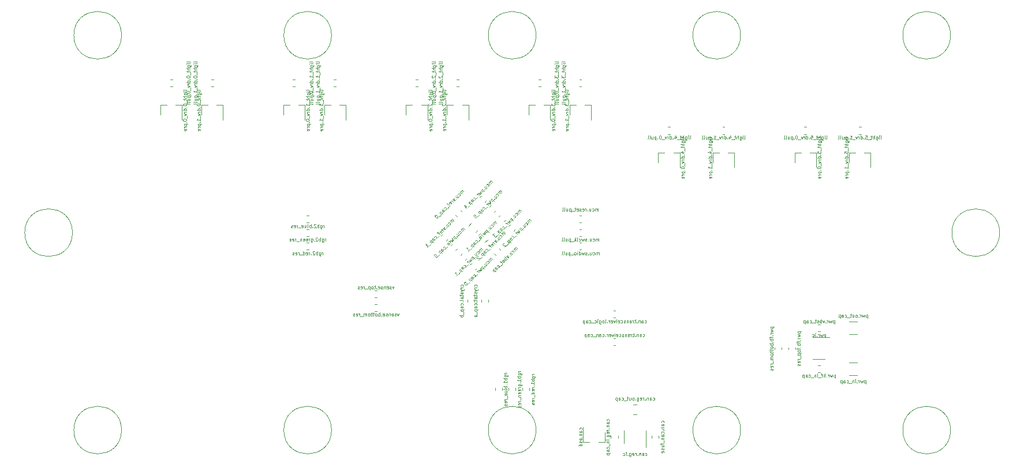
<source format=gbr>
G04 #@! TF.GenerationSoftware,KiCad,Pcbnew,(5.1.2)-1*
G04 #@! TF.CreationDate,2019-09-05T21:25:15-07:00*
G04 #@! TF.ProjectId,design,64657369-676e-42e6-9b69-6361645f7063,rev?*
G04 #@! TF.SameCoordinates,Original*
G04 #@! TF.FileFunction,Legend,Bot*
G04 #@! TF.FilePolarity,Positive*
%FSLAX46Y46*%
G04 Gerber Fmt 4.6, Leading zero omitted, Abs format (unit mm)*
G04 Created by KiCad (PCBNEW (5.1.2)-1) date 2019-09-05 21:25:15*
%MOMM*%
%LPD*%
G04 APERTURE LIST*
%ADD10C,0.100000*%
%ADD11C,0.120000*%
%ADD12C,0.080000*%
G04 APERTURE END LIST*
D10*
X123500000Y-139000000D02*
G75*
G03X123500000Y-139000000I-3500000J0D01*
G01*
X153500000Y-139000000D02*
G75*
G03X153500000Y-139000000I-3500000J0D01*
G01*
X183500000Y-139000000D02*
G75*
G03X183500000Y-139000000I-3500000J0D01*
G01*
X214300000Y-139000000D02*
G75*
G03X214300000Y-139000000I-3500000J0D01*
G01*
X153500000Y-81000000D02*
G75*
G03X153500000Y-81000000I-3500000J0D01*
G01*
X183500000Y-81000000D02*
G75*
G03X183500000Y-81000000I-3500000J0D01*
G01*
X123500000Y-81000000D02*
G75*
G03X123500000Y-81000000I-3500000J0D01*
G01*
X92700000Y-81000000D02*
G75*
G03X92700000Y-81000000I-3500000J0D01*
G01*
X92700000Y-139000000D02*
G75*
G03X92700000Y-139000000I-3500000J0D01*
G01*
X214300000Y-81000000D02*
G75*
G03X214300000Y-81000000I-3500000J0D01*
G01*
X85500000Y-110000000D02*
G75*
G03X85500000Y-110000000I-3500000J0D01*
G01*
X221500000Y-110000000D02*
G75*
G03X221500000Y-110000000I-3500000J0D01*
G01*
D11*
X160162779Y-107490000D02*
X159837221Y-107490000D01*
X160162779Y-108510000D02*
X159837221Y-108510000D01*
X160162779Y-109490000D02*
X159837221Y-109490000D01*
X160162779Y-110510000D02*
X159837221Y-110510000D01*
X160162779Y-112510000D02*
X159837221Y-112510000D01*
X160162779Y-111490000D02*
X159837221Y-111490000D01*
X147582905Y-113304154D02*
X147352700Y-113073949D01*
X148304154Y-112582905D02*
X148073949Y-112352700D01*
X144538415Y-115425474D02*
X144768620Y-115195269D01*
X143817166Y-114704225D02*
X144047371Y-114474020D01*
X142402953Y-113290012D02*
X142633158Y-113059807D01*
X143124202Y-114011261D02*
X143354407Y-113781056D01*
X149704225Y-108817166D02*
X149474020Y-109047371D01*
X150425474Y-109538415D02*
X150195269Y-109768620D01*
X149011261Y-108124202D02*
X148781056Y-108354407D01*
X148290012Y-107402953D02*
X148059807Y-107633158D01*
X145461585Y-104574526D02*
X145231380Y-104804731D01*
X146182834Y-105295775D02*
X145952629Y-105525980D01*
X147597047Y-106709988D02*
X147366842Y-106940193D01*
X146875798Y-105988739D02*
X146645593Y-106218944D01*
X141709988Y-112597047D02*
X141940193Y-112366842D01*
X140988739Y-111875798D02*
X141218944Y-111645593D01*
X141695846Y-107417095D02*
X141926051Y-107647300D01*
X142417095Y-106695846D02*
X142647300Y-106926051D01*
X139574526Y-110461585D02*
X139804731Y-110231380D01*
X140295775Y-111182834D02*
X140525980Y-110952629D01*
X165510000Y-140162779D02*
X165510000Y-139837221D01*
X164490000Y-140162779D02*
X164490000Y-139837221D01*
X165162779Y-122510000D02*
X164837221Y-122510000D01*
X165162779Y-121490000D02*
X164837221Y-121490000D01*
X148510000Y-133162779D02*
X148510000Y-132837221D01*
X147490000Y-133162779D02*
X147490000Y-132837221D01*
X149490000Y-133162779D02*
X149490000Y-132837221D01*
X150510000Y-133162779D02*
X150510000Y-132837221D01*
X151490000Y-133162779D02*
X151490000Y-132837221D01*
X152510000Y-133162779D02*
X152510000Y-132837221D01*
X119837221Y-107490000D02*
X120162779Y-107490000D01*
X119837221Y-108510000D02*
X120162779Y-108510000D01*
X119837221Y-110510000D02*
X120162779Y-110510000D01*
X119837221Y-109490000D02*
X120162779Y-109490000D01*
X119837221Y-112510000D02*
X120162779Y-112510000D01*
X119837221Y-111490000D02*
X120162779Y-111490000D01*
X163580000Y-140760000D02*
X162650000Y-140760000D01*
X160420000Y-140760000D02*
X161350000Y-140760000D01*
X160420000Y-140760000D02*
X160420000Y-138600000D01*
X163580000Y-140760000D02*
X163580000Y-139300000D01*
X165162779Y-125490000D02*
X164837221Y-125490000D01*
X165162779Y-126510000D02*
X164837221Y-126510000D01*
X170490000Y-139837221D02*
X170490000Y-140162779D01*
X171510000Y-139837221D02*
X171510000Y-140162779D01*
X166390000Y-140900000D02*
X166390000Y-139100000D01*
X169610000Y-139100000D02*
X169610000Y-141550000D01*
X146510000Y-119837221D02*
X146510000Y-120162779D01*
X145490000Y-119837221D02*
X145490000Y-120162779D01*
X143490000Y-119837221D02*
X143490000Y-120162779D01*
X144510000Y-119837221D02*
X144510000Y-120162779D01*
X195162779Y-130510000D02*
X194837221Y-130510000D01*
X195162779Y-129490000D02*
X194837221Y-129490000D01*
X195900000Y-128610000D02*
X194100000Y-128610000D01*
X194100000Y-125390000D02*
X196550000Y-125390000D01*
X194837221Y-124510000D02*
X195162779Y-124510000D01*
X194837221Y-123490000D02*
X195162779Y-123490000D01*
X130162779Y-121510000D02*
X129837221Y-121510000D01*
X130162779Y-120490000D02*
X129837221Y-120490000D01*
X129837221Y-119510000D02*
X130162779Y-119510000D01*
X129837221Y-118490000D02*
X130162779Y-118490000D01*
X98420000Y-91240000D02*
X98420000Y-92700000D01*
X101580000Y-91240000D02*
X101580000Y-93400000D01*
X101580000Y-91240000D02*
X100650000Y-91240000D01*
X98420000Y-91240000D02*
X99350000Y-91240000D01*
X99837221Y-87490000D02*
X100162779Y-87490000D01*
X99837221Y-88510000D02*
X100162779Y-88510000D01*
X104420000Y-91240000D02*
X105350000Y-91240000D01*
X107580000Y-91240000D02*
X106650000Y-91240000D01*
X107580000Y-91240000D02*
X107580000Y-93400000D01*
X104420000Y-91240000D02*
X104420000Y-92700000D01*
X105837221Y-88510000D02*
X106162779Y-88510000D01*
X105837221Y-87490000D02*
X106162779Y-87490000D01*
X116420000Y-91240000D02*
X117350000Y-91240000D01*
X119580000Y-91240000D02*
X118650000Y-91240000D01*
X119580000Y-91240000D02*
X119580000Y-93400000D01*
X116420000Y-91240000D02*
X116420000Y-92700000D01*
X117837221Y-87490000D02*
X118162779Y-87490000D01*
X117837221Y-88510000D02*
X118162779Y-88510000D01*
X122420000Y-91240000D02*
X123350000Y-91240000D01*
X125580000Y-91240000D02*
X124650000Y-91240000D01*
X125580000Y-91240000D02*
X125580000Y-93400000D01*
X122420000Y-91240000D02*
X122420000Y-92700000D01*
X123837221Y-88510000D02*
X124162779Y-88510000D01*
X123837221Y-87490000D02*
X124162779Y-87490000D01*
X134420000Y-91240000D02*
X134420000Y-92700000D01*
X137580000Y-91240000D02*
X137580000Y-93400000D01*
X137580000Y-91240000D02*
X136650000Y-91240000D01*
X134420000Y-91240000D02*
X135350000Y-91240000D01*
X135837221Y-88510000D02*
X136162779Y-88510000D01*
X135837221Y-87490000D02*
X136162779Y-87490000D01*
X140420000Y-91240000D02*
X140420000Y-92700000D01*
X143580000Y-91240000D02*
X143580000Y-93400000D01*
X143580000Y-91240000D02*
X142650000Y-91240000D01*
X140420000Y-91240000D02*
X141350000Y-91240000D01*
X141837221Y-87490000D02*
X142162779Y-87490000D01*
X141837221Y-88510000D02*
X142162779Y-88510000D01*
X152420000Y-91240000D02*
X152420000Y-92700000D01*
X155580000Y-91240000D02*
X155580000Y-93400000D01*
X155580000Y-91240000D02*
X154650000Y-91240000D01*
X152420000Y-91240000D02*
X153350000Y-91240000D01*
X153837221Y-87490000D02*
X154162779Y-87490000D01*
X153837221Y-88510000D02*
X154162779Y-88510000D01*
X158420000Y-91240000D02*
X158420000Y-92700000D01*
X161580000Y-91240000D02*
X161580000Y-93400000D01*
X161580000Y-91240000D02*
X160650000Y-91240000D01*
X158420000Y-91240000D02*
X159350000Y-91240000D01*
X159837221Y-88510000D02*
X160162779Y-88510000D01*
X159837221Y-87490000D02*
X160162779Y-87490000D01*
X171420000Y-98240000D02*
X172350000Y-98240000D01*
X174580000Y-98240000D02*
X173650000Y-98240000D01*
X174580000Y-98240000D02*
X174580000Y-100400000D01*
X171420000Y-98240000D02*
X171420000Y-99700000D01*
X172837221Y-94490000D02*
X173162779Y-94490000D01*
X172837221Y-95510000D02*
X173162779Y-95510000D01*
X179420000Y-98240000D02*
X179420000Y-99700000D01*
X182580000Y-98240000D02*
X182580000Y-100400000D01*
X182580000Y-98240000D02*
X181650000Y-98240000D01*
X179420000Y-98240000D02*
X180350000Y-98240000D01*
X180837221Y-95510000D02*
X181162779Y-95510000D01*
X180837221Y-94490000D02*
X181162779Y-94490000D01*
X191420000Y-98240000D02*
X192350000Y-98240000D01*
X194580000Y-98240000D02*
X193650000Y-98240000D01*
X194580000Y-98240000D02*
X194580000Y-100400000D01*
X191420000Y-98240000D02*
X191420000Y-99700000D01*
X192837221Y-94490000D02*
X193162779Y-94490000D01*
X192837221Y-95510000D02*
X193162779Y-95510000D01*
X199420000Y-98240000D02*
X199420000Y-99700000D01*
X202580000Y-98240000D02*
X202580000Y-100400000D01*
X202580000Y-98240000D02*
X201650000Y-98240000D01*
X199420000Y-98240000D02*
X200350000Y-98240000D01*
X200837221Y-95510000D02*
X201162779Y-95510000D01*
X200837221Y-94490000D02*
X201162779Y-94490000D01*
X189510000Y-127162779D02*
X189510000Y-126837221D01*
X188490000Y-127162779D02*
X188490000Y-126837221D01*
X191510000Y-126837221D02*
X191510000Y-127162779D01*
X190490000Y-126837221D02*
X190490000Y-127162779D01*
X200602064Y-123090000D02*
X199397936Y-123090000D01*
X200602064Y-124910000D02*
X199397936Y-124910000D01*
X168258578Y-135290000D02*
X167741422Y-135290000D01*
X168258578Y-136710000D02*
X167741422Y-136710000D01*
X143608005Y-108973689D02*
X143973689Y-108608005D01*
X144612097Y-109977781D02*
X144977781Y-109612097D01*
X146026311Y-111391995D02*
X146391995Y-111026311D01*
X145022219Y-110387903D02*
X145387903Y-110022219D01*
X199397936Y-130910000D02*
X200602064Y-130910000D01*
X199397936Y-129090000D02*
X200602064Y-129090000D01*
D12*
X162607142Y-106796190D02*
X162607142Y-106462857D01*
X162607142Y-106510476D02*
X162583333Y-106486666D01*
X162535714Y-106462857D01*
X162464285Y-106462857D01*
X162416666Y-106486666D01*
X162392857Y-106534285D01*
X162392857Y-106796190D01*
X162392857Y-106534285D02*
X162369047Y-106486666D01*
X162321428Y-106462857D01*
X162250000Y-106462857D01*
X162202380Y-106486666D01*
X162178571Y-106534285D01*
X162178571Y-106796190D01*
X161726190Y-106772380D02*
X161773809Y-106796190D01*
X161869047Y-106796190D01*
X161916666Y-106772380D01*
X161940476Y-106748571D01*
X161964285Y-106700952D01*
X161964285Y-106558095D01*
X161940476Y-106510476D01*
X161916666Y-106486666D01*
X161869047Y-106462857D01*
X161773809Y-106462857D01*
X161726190Y-106486666D01*
X161297619Y-106462857D02*
X161297619Y-106796190D01*
X161511904Y-106462857D02*
X161511904Y-106724761D01*
X161488095Y-106772380D01*
X161440476Y-106796190D01*
X161369047Y-106796190D01*
X161321428Y-106772380D01*
X161297619Y-106748571D01*
X161059523Y-106748571D02*
X161035714Y-106772380D01*
X161059523Y-106796190D01*
X161083333Y-106772380D01*
X161059523Y-106748571D01*
X161059523Y-106796190D01*
X160821428Y-106796190D02*
X160821428Y-106462857D01*
X160821428Y-106558095D02*
X160797619Y-106510476D01*
X160773809Y-106486666D01*
X160726190Y-106462857D01*
X160678571Y-106462857D01*
X160321428Y-106772380D02*
X160369047Y-106796190D01*
X160464285Y-106796190D01*
X160511904Y-106772380D01*
X160535714Y-106724761D01*
X160535714Y-106534285D01*
X160511904Y-106486666D01*
X160464285Y-106462857D01*
X160369047Y-106462857D01*
X160321428Y-106486666D01*
X160297619Y-106534285D01*
X160297619Y-106581904D01*
X160535714Y-106629523D01*
X160107142Y-106772380D02*
X160059523Y-106796190D01*
X159964285Y-106796190D01*
X159916666Y-106772380D01*
X159892857Y-106724761D01*
X159892857Y-106700952D01*
X159916666Y-106653333D01*
X159964285Y-106629523D01*
X160035714Y-106629523D01*
X160083333Y-106605714D01*
X160107142Y-106558095D01*
X160107142Y-106534285D01*
X160083333Y-106486666D01*
X160035714Y-106462857D01*
X159964285Y-106462857D01*
X159916666Y-106486666D01*
X159488095Y-106772380D02*
X159535714Y-106796190D01*
X159630952Y-106796190D01*
X159678571Y-106772380D01*
X159702380Y-106724761D01*
X159702380Y-106534285D01*
X159678571Y-106486666D01*
X159630952Y-106462857D01*
X159535714Y-106462857D01*
X159488095Y-106486666D01*
X159464285Y-106534285D01*
X159464285Y-106581904D01*
X159702380Y-106629523D01*
X159321428Y-106462857D02*
X159130952Y-106462857D01*
X159250000Y-106296190D02*
X159250000Y-106724761D01*
X159226190Y-106772380D01*
X159178571Y-106796190D01*
X159130952Y-106796190D01*
X159083333Y-106843809D02*
X158702380Y-106843809D01*
X158583333Y-106462857D02*
X158583333Y-106962857D01*
X158583333Y-106486666D02*
X158535714Y-106462857D01*
X158440476Y-106462857D01*
X158392857Y-106486666D01*
X158369047Y-106510476D01*
X158345238Y-106558095D01*
X158345238Y-106700952D01*
X158369047Y-106748571D01*
X158392857Y-106772380D01*
X158440476Y-106796190D01*
X158535714Y-106796190D01*
X158583333Y-106772380D01*
X157916666Y-106462857D02*
X157916666Y-106796190D01*
X158130952Y-106462857D02*
X158130952Y-106724761D01*
X158107142Y-106772380D01*
X158059523Y-106796190D01*
X157988095Y-106796190D01*
X157940476Y-106772380D01*
X157916666Y-106748571D01*
X157607142Y-106796190D02*
X157654761Y-106772380D01*
X157678571Y-106724761D01*
X157678571Y-106296190D01*
X157345238Y-106796190D02*
X157392857Y-106772380D01*
X157416666Y-106724761D01*
X157416666Y-106296190D01*
X162690476Y-111226190D02*
X162690476Y-110892857D01*
X162690476Y-110940476D02*
X162666666Y-110916666D01*
X162619047Y-110892857D01*
X162547619Y-110892857D01*
X162500000Y-110916666D01*
X162476190Y-110964285D01*
X162476190Y-111226190D01*
X162476190Y-110964285D02*
X162452380Y-110916666D01*
X162404761Y-110892857D01*
X162333333Y-110892857D01*
X162285714Y-110916666D01*
X162261904Y-110964285D01*
X162261904Y-111226190D01*
X161809523Y-111202380D02*
X161857142Y-111226190D01*
X161952380Y-111226190D01*
X162000000Y-111202380D01*
X162023809Y-111178571D01*
X162047619Y-111130952D01*
X162047619Y-110988095D01*
X162023809Y-110940476D01*
X162000000Y-110916666D01*
X161952380Y-110892857D01*
X161857142Y-110892857D01*
X161809523Y-110916666D01*
X161380952Y-110892857D02*
X161380952Y-111226190D01*
X161595238Y-110892857D02*
X161595238Y-111154761D01*
X161571428Y-111202380D01*
X161523809Y-111226190D01*
X161452380Y-111226190D01*
X161404761Y-111202380D01*
X161380952Y-111178571D01*
X161142857Y-111178571D02*
X161119047Y-111202380D01*
X161142857Y-111226190D01*
X161166666Y-111202380D01*
X161142857Y-111178571D01*
X161142857Y-111226190D01*
X160928571Y-111202380D02*
X160880952Y-111226190D01*
X160785714Y-111226190D01*
X160738095Y-111202380D01*
X160714285Y-111154761D01*
X160714285Y-111130952D01*
X160738095Y-111083333D01*
X160785714Y-111059523D01*
X160857142Y-111059523D01*
X160904761Y-111035714D01*
X160928571Y-110988095D01*
X160928571Y-110964285D01*
X160904761Y-110916666D01*
X160857142Y-110892857D01*
X160785714Y-110892857D01*
X160738095Y-110916666D01*
X160547619Y-110892857D02*
X160452380Y-111226190D01*
X160357142Y-110988095D01*
X160261904Y-111226190D01*
X160166666Y-110892857D01*
X159761904Y-111202380D02*
X159809523Y-111226190D01*
X159904761Y-111226190D01*
X159952380Y-111202380D01*
X159976190Y-111178571D01*
X160000000Y-111130952D01*
X160000000Y-110988095D01*
X159976190Y-110940476D01*
X159952380Y-110916666D01*
X159904761Y-110892857D01*
X159809523Y-110892857D01*
X159761904Y-110916666D01*
X159476190Y-111226190D02*
X159523809Y-111202380D01*
X159547619Y-111154761D01*
X159547619Y-110726190D01*
X159285714Y-111226190D02*
X159285714Y-110726190D01*
X159238095Y-111035714D02*
X159095238Y-111226190D01*
X159095238Y-110892857D02*
X159285714Y-111083333D01*
X159000000Y-111273809D02*
X158619047Y-111273809D01*
X158500000Y-110892857D02*
X158500000Y-111392857D01*
X158500000Y-110916666D02*
X158452380Y-110892857D01*
X158357142Y-110892857D01*
X158309523Y-110916666D01*
X158285714Y-110940476D01*
X158261904Y-110988095D01*
X158261904Y-111130952D01*
X158285714Y-111178571D01*
X158309523Y-111202380D01*
X158357142Y-111226190D01*
X158452380Y-111226190D01*
X158500000Y-111202380D01*
X157833333Y-110892857D02*
X157833333Y-111226190D01*
X158047619Y-110892857D02*
X158047619Y-111154761D01*
X158023809Y-111202380D01*
X157976190Y-111226190D01*
X157904761Y-111226190D01*
X157857142Y-111202380D01*
X157833333Y-111178571D01*
X157523809Y-111226190D02*
X157571428Y-111202380D01*
X157595238Y-111154761D01*
X157595238Y-110726190D01*
X157261904Y-111226190D02*
X157309523Y-111202380D01*
X157333333Y-111154761D01*
X157333333Y-110726190D01*
X162714285Y-113226190D02*
X162714285Y-112892857D01*
X162714285Y-112940476D02*
X162690476Y-112916666D01*
X162642857Y-112892857D01*
X162571428Y-112892857D01*
X162523809Y-112916666D01*
X162500000Y-112964285D01*
X162500000Y-113226190D01*
X162500000Y-112964285D02*
X162476190Y-112916666D01*
X162428571Y-112892857D01*
X162357142Y-112892857D01*
X162309523Y-112916666D01*
X162285714Y-112964285D01*
X162285714Y-113226190D01*
X161833333Y-113202380D02*
X161880952Y-113226190D01*
X161976190Y-113226190D01*
X162023809Y-113202380D01*
X162047619Y-113178571D01*
X162071428Y-113130952D01*
X162071428Y-112988095D01*
X162047619Y-112940476D01*
X162023809Y-112916666D01*
X161976190Y-112892857D01*
X161880952Y-112892857D01*
X161833333Y-112916666D01*
X161404761Y-112892857D02*
X161404761Y-113226190D01*
X161619047Y-112892857D02*
X161619047Y-113154761D01*
X161595238Y-113202380D01*
X161547619Y-113226190D01*
X161476190Y-113226190D01*
X161428571Y-113202380D01*
X161404761Y-113178571D01*
X161166666Y-113178571D02*
X161142857Y-113202380D01*
X161166666Y-113226190D01*
X161190476Y-113202380D01*
X161166666Y-113178571D01*
X161166666Y-113226190D01*
X160952380Y-113202380D02*
X160904761Y-113226190D01*
X160809523Y-113226190D01*
X160761904Y-113202380D01*
X160738095Y-113154761D01*
X160738095Y-113130952D01*
X160761904Y-113083333D01*
X160809523Y-113059523D01*
X160880952Y-113059523D01*
X160928571Y-113035714D01*
X160952380Y-112988095D01*
X160952380Y-112964285D01*
X160928571Y-112916666D01*
X160880952Y-112892857D01*
X160809523Y-112892857D01*
X160761904Y-112916666D01*
X160571428Y-112892857D02*
X160476190Y-113226190D01*
X160380952Y-112988095D01*
X160285714Y-113226190D01*
X160190476Y-112892857D01*
X159785714Y-113226190D02*
X159785714Y-112726190D01*
X159785714Y-113202380D02*
X159833333Y-113226190D01*
X159928571Y-113226190D01*
X159976190Y-113202380D01*
X160000000Y-113178571D01*
X160023809Y-113130952D01*
X160023809Y-112988095D01*
X160000000Y-112940476D01*
X159976190Y-112916666D01*
X159928571Y-112892857D01*
X159833333Y-112892857D01*
X159785714Y-112916666D01*
X159547619Y-113226190D02*
X159547619Y-112892857D01*
X159547619Y-112726190D02*
X159571428Y-112750000D01*
X159547619Y-112773809D01*
X159523809Y-112750000D01*
X159547619Y-112726190D01*
X159547619Y-112773809D01*
X159238095Y-113226190D02*
X159285714Y-113202380D01*
X159309523Y-113178571D01*
X159333333Y-113130952D01*
X159333333Y-112988095D01*
X159309523Y-112940476D01*
X159285714Y-112916666D01*
X159238095Y-112892857D01*
X159166666Y-112892857D01*
X159119047Y-112916666D01*
X159095238Y-112940476D01*
X159071428Y-112988095D01*
X159071428Y-113130952D01*
X159095238Y-113178571D01*
X159119047Y-113202380D01*
X159166666Y-113226190D01*
X159238095Y-113226190D01*
X158976190Y-113273809D02*
X158595238Y-113273809D01*
X158476190Y-112892857D02*
X158476190Y-113392857D01*
X158476190Y-112916666D02*
X158428571Y-112892857D01*
X158333333Y-112892857D01*
X158285714Y-112916666D01*
X158261904Y-112940476D01*
X158238095Y-112988095D01*
X158238095Y-113130952D01*
X158261904Y-113178571D01*
X158285714Y-113202380D01*
X158333333Y-113226190D01*
X158428571Y-113226190D01*
X158476190Y-113202380D01*
X157809523Y-112892857D02*
X157809523Y-113226190D01*
X158023809Y-112892857D02*
X158023809Y-113154761D01*
X158000000Y-113202380D01*
X157952380Y-113226190D01*
X157880952Y-113226190D01*
X157833333Y-113202380D01*
X157809523Y-113178571D01*
X157500000Y-113226190D02*
X157547619Y-113202380D01*
X157571428Y-113154761D01*
X157571428Y-112726190D01*
X157238095Y-113226190D02*
X157285714Y-113202380D01*
X157309523Y-113154761D01*
X157309523Y-112726190D01*
X150757869Y-112340186D02*
X150522166Y-112104484D01*
X150555838Y-112138155D02*
X150522166Y-112138155D01*
X150471659Y-112154991D01*
X150421151Y-112205499D01*
X150404315Y-112256007D01*
X150421151Y-112306514D01*
X150606346Y-112491709D01*
X150421151Y-112306514D02*
X150370644Y-112289678D01*
X150320136Y-112306514D01*
X150269628Y-112357022D01*
X150252792Y-112407529D01*
X150269628Y-112458037D01*
X150454823Y-112643232D01*
X150118105Y-112946277D02*
X150168613Y-112929442D01*
X150235957Y-112862098D01*
X150252792Y-112811590D01*
X150252792Y-112777919D01*
X150235957Y-112727411D01*
X150134941Y-112626396D01*
X150084434Y-112609560D01*
X150050762Y-112609560D01*
X150000254Y-112626396D01*
X149932911Y-112693739D01*
X149916075Y-112744247D01*
X149596193Y-113030457D02*
X149831896Y-113266159D01*
X149747716Y-112878934D02*
X149932911Y-113064129D01*
X149949747Y-113114636D01*
X149932911Y-113165144D01*
X149882403Y-113215651D01*
X149831896Y-113232487D01*
X149798224Y-113232487D01*
X149629865Y-113400846D02*
X149629865Y-113434518D01*
X149663537Y-113434518D01*
X149663537Y-113400846D01*
X149629865Y-113400846D01*
X149663537Y-113434518D01*
X149293148Y-113333503D02*
X149444670Y-113653384D01*
X149124789Y-113501861D01*
X149225804Y-113872251D02*
X148872251Y-113518697D01*
X149006938Y-113653384D02*
X148956430Y-113670220D01*
X148889087Y-113737564D01*
X148872251Y-113788071D01*
X148872251Y-113821743D01*
X148889087Y-113872251D01*
X148990102Y-113973266D01*
X149040609Y-113990102D01*
X149074281Y-113990102D01*
X149124789Y-113973266D01*
X149192132Y-113905922D01*
X149208968Y-113855415D01*
X148754399Y-114343655D02*
X148569205Y-114158461D01*
X148552369Y-114107953D01*
X148569205Y-114057445D01*
X148636548Y-113990102D01*
X148687056Y-113973266D01*
X148737564Y-114326819D02*
X148788071Y-114309983D01*
X148872251Y-114225804D01*
X148889087Y-114175296D01*
X148872251Y-114124789D01*
X148838579Y-114091117D01*
X148788071Y-114074281D01*
X148737564Y-114091117D01*
X148653384Y-114175296D01*
X148602877Y-114192132D01*
X148400846Y-114225804D02*
X148266159Y-114360491D01*
X148232487Y-114158461D02*
X148535533Y-114461506D01*
X148552369Y-114512014D01*
X148535533Y-114562522D01*
X148501861Y-114596193D01*
X148501861Y-114663537D02*
X148232487Y-114932911D01*
X147946277Y-115118105D02*
X147996785Y-115101270D01*
X148064129Y-115033926D01*
X148080964Y-114983418D01*
X148080964Y-114949747D01*
X148064129Y-114899239D01*
X147963113Y-114798224D01*
X147912606Y-114781388D01*
X147878934Y-114781388D01*
X147828426Y-114798224D01*
X147761083Y-114865567D01*
X147744247Y-114916075D01*
X147660068Y-115437987D02*
X147474873Y-115252792D01*
X147458037Y-115202285D01*
X147474873Y-115151777D01*
X147542216Y-115084434D01*
X147592724Y-115067598D01*
X147643232Y-115421151D02*
X147693739Y-115404315D01*
X147777919Y-115320136D01*
X147794755Y-115269628D01*
X147777919Y-115219121D01*
X147744247Y-115185449D01*
X147693739Y-115168613D01*
X147643232Y-115185449D01*
X147559052Y-115269628D01*
X147508545Y-115286464D01*
X147256007Y-115370644D02*
X147609560Y-115724197D01*
X147272842Y-115387479D02*
X147222335Y-115404315D01*
X147154991Y-115471659D01*
X147138155Y-115522166D01*
X147138155Y-115555838D01*
X147154991Y-115606346D01*
X147256007Y-115707361D01*
X147306514Y-115724197D01*
X147340186Y-115724197D01*
X147390694Y-115707361D01*
X147458037Y-115640018D01*
X147474873Y-115589510D01*
X147070812Y-113905922D02*
X146835110Y-113670220D01*
X146868782Y-113703892D02*
X146835110Y-113703892D01*
X146784602Y-113720728D01*
X146734095Y-113771235D01*
X146717259Y-113821743D01*
X146734095Y-113872251D01*
X146919289Y-114057445D01*
X146734095Y-113872251D02*
X146683587Y-113855415D01*
X146633079Y-113872251D01*
X146582572Y-113922758D01*
X146565736Y-113973266D01*
X146582572Y-114023774D01*
X146767766Y-114208968D01*
X146431049Y-114512014D02*
X146481557Y-114495178D01*
X146548900Y-114427835D01*
X146565736Y-114377327D01*
X146565736Y-114343655D01*
X146548900Y-114293148D01*
X146447885Y-114192132D01*
X146397377Y-114175296D01*
X146363705Y-114175296D01*
X146313198Y-114192132D01*
X146245854Y-114259476D01*
X146229018Y-114309983D01*
X145909137Y-114596193D02*
X146144839Y-114831896D01*
X146060660Y-114444670D02*
X146245854Y-114629865D01*
X146262690Y-114680373D01*
X146245854Y-114730880D01*
X146195347Y-114781388D01*
X146144839Y-114798224D01*
X146111167Y-114798224D01*
X145942809Y-114966583D02*
X145942809Y-115000254D01*
X145976480Y-115000254D01*
X145976480Y-114966583D01*
X145942809Y-114966583D01*
X145976480Y-115000254D01*
X145572419Y-114932911D02*
X145925973Y-115286464D01*
X145589255Y-114949747D02*
X145538748Y-114966583D01*
X145471404Y-115033926D01*
X145454568Y-115084434D01*
X145454568Y-115118105D01*
X145471404Y-115168613D01*
X145572419Y-115269628D01*
X145622927Y-115286464D01*
X145656599Y-115286464D01*
X145707106Y-115269628D01*
X145774450Y-115202285D01*
X145791286Y-115151777D01*
X145286209Y-115219121D02*
X145454568Y-115522166D01*
X145218866Y-115421151D01*
X145319881Y-115656854D01*
X145016835Y-115488495D01*
X145117851Y-115858884D02*
X144882148Y-115623182D01*
X144949492Y-115690525D02*
X144898984Y-115673689D01*
X144865312Y-115673689D01*
X144814805Y-115690525D01*
X144781133Y-115724197D01*
X145016835Y-116027243D02*
X144747461Y-116296617D01*
X144461251Y-116481811D02*
X144511759Y-116464976D01*
X144579103Y-116397632D01*
X144595938Y-116347124D01*
X144595938Y-116313453D01*
X144579103Y-116262945D01*
X144478087Y-116161930D01*
X144427580Y-116145094D01*
X144393908Y-116145094D01*
X144343400Y-116161930D01*
X144276057Y-116229273D01*
X144259221Y-116279781D01*
X144175042Y-116801693D02*
X143989847Y-116616498D01*
X143973011Y-116565991D01*
X143989847Y-116515483D01*
X144057190Y-116448140D01*
X144107698Y-116431304D01*
X144158206Y-116784857D02*
X144208713Y-116768021D01*
X144292893Y-116683842D01*
X144309729Y-116633334D01*
X144292893Y-116582827D01*
X144259221Y-116549155D01*
X144208713Y-116532319D01*
X144158206Y-116549155D01*
X144074026Y-116633334D01*
X144023519Y-116650170D01*
X143770981Y-116734350D02*
X144124534Y-117087903D01*
X143787816Y-116751185D02*
X143737309Y-116768021D01*
X143669965Y-116835365D01*
X143653129Y-116885872D01*
X143653129Y-116919544D01*
X143669965Y-116970052D01*
X143770981Y-117071067D01*
X143821488Y-117087903D01*
X143855160Y-117087903D01*
X143905668Y-117071067D01*
X143973011Y-117003724D01*
X143989847Y-116953216D01*
X143804652Y-117239426D02*
X143535278Y-117508800D01*
X142996530Y-117273098D02*
X142962859Y-117306769D01*
X142946023Y-117357277D01*
X142946023Y-117390949D01*
X142962859Y-117441456D01*
X143013366Y-117525636D01*
X143097546Y-117609815D01*
X143181725Y-117660323D01*
X143232233Y-117677159D01*
X143265904Y-117677159D01*
X143316412Y-117660323D01*
X143350084Y-117626651D01*
X143366920Y-117576143D01*
X143366920Y-117542472D01*
X143350084Y-117491964D01*
X143299576Y-117407785D01*
X143215397Y-117323605D01*
X143131217Y-117273098D01*
X143080710Y-117256262D01*
X143047038Y-117256262D01*
X142996530Y-117273098D01*
X145656599Y-112491709D02*
X145420897Y-112256007D01*
X145454569Y-112289679D02*
X145420897Y-112289679D01*
X145370389Y-112306515D01*
X145319882Y-112357022D01*
X145303046Y-112407530D01*
X145319882Y-112458038D01*
X145505076Y-112643232D01*
X145319882Y-112458038D02*
X145269374Y-112441202D01*
X145218866Y-112458038D01*
X145168359Y-112508545D01*
X145151523Y-112559053D01*
X145168359Y-112609561D01*
X145353553Y-112794755D01*
X145016836Y-113097801D02*
X145067344Y-113080965D01*
X145134687Y-113013622D01*
X145151523Y-112963114D01*
X145151523Y-112929442D01*
X145134687Y-112878935D01*
X145033672Y-112777919D01*
X144983164Y-112761083D01*
X144949492Y-112761083D01*
X144898985Y-112777919D01*
X144831641Y-112845263D01*
X144814805Y-112895770D01*
X144494924Y-113181980D02*
X144730626Y-113417683D01*
X144646447Y-113030457D02*
X144831641Y-113215652D01*
X144848477Y-113266160D01*
X144831641Y-113316667D01*
X144781134Y-113367175D01*
X144730626Y-113384011D01*
X144696954Y-113384011D01*
X144528596Y-113552370D02*
X144528596Y-113586041D01*
X144562267Y-113586041D01*
X144562267Y-113552370D01*
X144528596Y-113552370D01*
X144562267Y-113586041D01*
X144158206Y-113518698D02*
X144511760Y-113872251D01*
X144175042Y-113535534D02*
X144124535Y-113552370D01*
X144057191Y-113619713D01*
X144040355Y-113670221D01*
X144040355Y-113703892D01*
X144057191Y-113754400D01*
X144158206Y-113855415D01*
X144208714Y-113872251D01*
X144242386Y-113872251D01*
X144292893Y-113855415D01*
X144360237Y-113788072D01*
X144377073Y-113737564D01*
X143871996Y-113804908D02*
X144040355Y-114107953D01*
X143804653Y-114006938D01*
X143905668Y-114242641D01*
X143602622Y-114074282D01*
X143703638Y-114444671D02*
X143467935Y-114208969D01*
X143535279Y-114276312D02*
X143484771Y-114259476D01*
X143451099Y-114259476D01*
X143400592Y-114276312D01*
X143366920Y-114309984D01*
X143602622Y-114613030D02*
X143333248Y-114882404D01*
X143047038Y-115067598D02*
X143097546Y-115050763D01*
X143164890Y-114983419D01*
X143181725Y-114932911D01*
X143181725Y-114899240D01*
X143164890Y-114848732D01*
X143063874Y-114747717D01*
X143013367Y-114730881D01*
X142979695Y-114730881D01*
X142929187Y-114747717D01*
X142861844Y-114815060D01*
X142845008Y-114865568D01*
X142760829Y-115387480D02*
X142575634Y-115202285D01*
X142558798Y-115151778D01*
X142575634Y-115101270D01*
X142642977Y-115033927D01*
X142693485Y-115017091D01*
X142743993Y-115370644D02*
X142794500Y-115353808D01*
X142878680Y-115269629D01*
X142895516Y-115219121D01*
X142878680Y-115168614D01*
X142845008Y-115134942D01*
X142794500Y-115118106D01*
X142743993Y-115134942D01*
X142659813Y-115219121D01*
X142609306Y-115235957D01*
X142356768Y-115320137D02*
X142710321Y-115673690D01*
X142373603Y-115336972D02*
X142323096Y-115353808D01*
X142255752Y-115421152D01*
X142238916Y-115471659D01*
X142238916Y-115505331D01*
X142255752Y-115555839D01*
X142356768Y-115656854D01*
X142407275Y-115673690D01*
X142440947Y-115673690D01*
X142491455Y-115656854D01*
X142558798Y-115589511D01*
X142575634Y-115539003D01*
X142390439Y-115825213D02*
X142121065Y-116094587D01*
X141818020Y-116330289D02*
X142020050Y-116128259D01*
X141919035Y-116229274D02*
X141565481Y-115875720D01*
X141649661Y-115892556D01*
X141717004Y-115892556D01*
X141767512Y-115875720D01*
X152727666Y-108249068D02*
X152491964Y-108013366D01*
X152525636Y-108047038D02*
X152491964Y-108047038D01*
X152441456Y-108063874D01*
X152390949Y-108114381D01*
X152374113Y-108164889D01*
X152390949Y-108215397D01*
X152576143Y-108400591D01*
X152390949Y-108215397D02*
X152340441Y-108198561D01*
X152289933Y-108215397D01*
X152239426Y-108265904D01*
X152222590Y-108316412D01*
X152239426Y-108366920D01*
X152424620Y-108552114D01*
X152087903Y-108855160D02*
X152138411Y-108838324D01*
X152205754Y-108770981D01*
X152222590Y-108720473D01*
X152222590Y-108686801D01*
X152205754Y-108636294D01*
X152104739Y-108535278D01*
X152054231Y-108518442D01*
X152020559Y-108518442D01*
X151970052Y-108535278D01*
X151902708Y-108602622D01*
X151885872Y-108653129D01*
X151565991Y-108939339D02*
X151801693Y-109175042D01*
X151717514Y-108787816D02*
X151902708Y-108973011D01*
X151919544Y-109023519D01*
X151902708Y-109074026D01*
X151852201Y-109124534D01*
X151801693Y-109141370D01*
X151768021Y-109141370D01*
X151599663Y-109309729D02*
X151599663Y-109343400D01*
X151633334Y-109343400D01*
X151633334Y-109309729D01*
X151599663Y-109309729D01*
X151633334Y-109343400D01*
X151229273Y-109276057D02*
X151582827Y-109629610D01*
X151246109Y-109292893D02*
X151195602Y-109309729D01*
X151128258Y-109377072D01*
X151111422Y-109427580D01*
X151111422Y-109461251D01*
X151128258Y-109511759D01*
X151229273Y-109612774D01*
X151279781Y-109629610D01*
X151313453Y-109629610D01*
X151363960Y-109612774D01*
X151431304Y-109545431D01*
X151448140Y-109494923D01*
X150943063Y-109562267D02*
X151111422Y-109865312D01*
X150875720Y-109764297D01*
X150976735Y-110000000D01*
X150673689Y-109831641D01*
X150774705Y-110202030D02*
X150539002Y-109966328D01*
X150606346Y-110033671D02*
X150555838Y-110016835D01*
X150522166Y-110016835D01*
X150471659Y-110033671D01*
X150437987Y-110067343D01*
X150673689Y-110370389D02*
X150404315Y-110639763D01*
X150118105Y-110824957D02*
X150168613Y-110808122D01*
X150235957Y-110740778D01*
X150252792Y-110690270D01*
X150252792Y-110656599D01*
X150235957Y-110606091D01*
X150134941Y-110505076D01*
X150084434Y-110488240D01*
X150050762Y-110488240D01*
X150000254Y-110505076D01*
X149932911Y-110572419D01*
X149916075Y-110622927D01*
X149831896Y-111144839D02*
X149646701Y-110959644D01*
X149629865Y-110909137D01*
X149646701Y-110858629D01*
X149714044Y-110791286D01*
X149764552Y-110774450D01*
X149815060Y-111128003D02*
X149865567Y-111111167D01*
X149949747Y-111026988D01*
X149966583Y-110976480D01*
X149949747Y-110925973D01*
X149916075Y-110892301D01*
X149865567Y-110875465D01*
X149815060Y-110892301D01*
X149730880Y-110976480D01*
X149680373Y-110993316D01*
X149427835Y-111077496D02*
X149781388Y-111431049D01*
X149444670Y-111094331D02*
X149394163Y-111111167D01*
X149326819Y-111178511D01*
X149309983Y-111229018D01*
X149309983Y-111262690D01*
X149326819Y-111313198D01*
X149427835Y-111414213D01*
X149478342Y-111431049D01*
X149512014Y-111431049D01*
X149562522Y-111414213D01*
X149629865Y-111346870D01*
X149646701Y-111296362D01*
X149461506Y-111582572D02*
X149192132Y-111851946D01*
X148771235Y-111565736D02*
X148737564Y-111565736D01*
X148687056Y-111582572D01*
X148602877Y-111666751D01*
X148586041Y-111717259D01*
X148586041Y-111750931D01*
X148602877Y-111801438D01*
X148636548Y-111835110D01*
X148703892Y-111868782D01*
X149107953Y-111868782D01*
X148889087Y-112087648D01*
X151313453Y-106834855D02*
X151077751Y-106599153D01*
X151111423Y-106632825D02*
X151077751Y-106632825D01*
X151027243Y-106649661D01*
X150976736Y-106700168D01*
X150959900Y-106750676D01*
X150976736Y-106801184D01*
X151161930Y-106986378D01*
X150976736Y-106801184D02*
X150926228Y-106784348D01*
X150875720Y-106801184D01*
X150825213Y-106851691D01*
X150808377Y-106902199D01*
X150825213Y-106952707D01*
X151010407Y-107137901D01*
X150673690Y-107440947D02*
X150724198Y-107424111D01*
X150791541Y-107356768D01*
X150808377Y-107306260D01*
X150808377Y-107272588D01*
X150791541Y-107222081D01*
X150690526Y-107121065D01*
X150640018Y-107104229D01*
X150606346Y-107104229D01*
X150555839Y-107121065D01*
X150488495Y-107188409D01*
X150471659Y-107238916D01*
X150151778Y-107525126D02*
X150387480Y-107760829D01*
X150303301Y-107373603D02*
X150488495Y-107558798D01*
X150505331Y-107609306D01*
X150488495Y-107659813D01*
X150437988Y-107710321D01*
X150387480Y-107727157D01*
X150353808Y-107727157D01*
X150185450Y-107895516D02*
X150185450Y-107929187D01*
X150219121Y-107929187D01*
X150219121Y-107895516D01*
X150185450Y-107895516D01*
X150219121Y-107929187D01*
X149815060Y-107861844D02*
X150168614Y-108215397D01*
X149831896Y-107878680D02*
X149781389Y-107895516D01*
X149714045Y-107962859D01*
X149697209Y-108013367D01*
X149697209Y-108047038D01*
X149714045Y-108097546D01*
X149815060Y-108198561D01*
X149865568Y-108215397D01*
X149899240Y-108215397D01*
X149949747Y-108198561D01*
X150017091Y-108131218D01*
X150033927Y-108080710D01*
X149528850Y-108148054D02*
X149697209Y-108451099D01*
X149461507Y-108350084D01*
X149562522Y-108585787D01*
X149259476Y-108417428D01*
X149360492Y-108787817D02*
X149124789Y-108552115D01*
X149192133Y-108619458D02*
X149141625Y-108602622D01*
X149107953Y-108602622D01*
X149057446Y-108619458D01*
X149023774Y-108653130D01*
X149259476Y-108956176D02*
X148990102Y-109225550D01*
X148703892Y-109410744D02*
X148754400Y-109393909D01*
X148821744Y-109326565D01*
X148838579Y-109276057D01*
X148838579Y-109242386D01*
X148821744Y-109191878D01*
X148720728Y-109090863D01*
X148670221Y-109074027D01*
X148636549Y-109074027D01*
X148586041Y-109090863D01*
X148518698Y-109158206D01*
X148501862Y-109208714D01*
X148417683Y-109730626D02*
X148232488Y-109545431D01*
X148215652Y-109494924D01*
X148232488Y-109444416D01*
X148299831Y-109377073D01*
X148350339Y-109360237D01*
X148400847Y-109713790D02*
X148451354Y-109696954D01*
X148535534Y-109612775D01*
X148552370Y-109562267D01*
X148535534Y-109511760D01*
X148501862Y-109478088D01*
X148451354Y-109461252D01*
X148400847Y-109478088D01*
X148316667Y-109562267D01*
X148266160Y-109579103D01*
X148013622Y-109663283D02*
X148367175Y-110016836D01*
X148030457Y-109680118D02*
X147979950Y-109696954D01*
X147912606Y-109764298D01*
X147895770Y-109814805D01*
X147895770Y-109848477D01*
X147912606Y-109898985D01*
X148013622Y-110000000D01*
X148064129Y-110016836D01*
X148097801Y-110016836D01*
X148148309Y-110000000D01*
X148215652Y-109932657D01*
X148232488Y-109882149D01*
X148047293Y-110168359D02*
X147777919Y-110437733D01*
X147340187Y-110101015D02*
X147121320Y-110319882D01*
X147373858Y-110336718D01*
X147323351Y-110387225D01*
X147306515Y-110437733D01*
X147306515Y-110471405D01*
X147323351Y-110521912D01*
X147407530Y-110606092D01*
X147458038Y-110622927D01*
X147491709Y-110622927D01*
X147542217Y-110606092D01*
X147643232Y-110505076D01*
X147660068Y-110454569D01*
X147660068Y-110420897D01*
X147070812Y-102592214D02*
X146835110Y-102356512D01*
X146868782Y-102390184D02*
X146835110Y-102390184D01*
X146784602Y-102407020D01*
X146734095Y-102457527D01*
X146717259Y-102508035D01*
X146734095Y-102558543D01*
X146919289Y-102743737D01*
X146734095Y-102558543D02*
X146683587Y-102541707D01*
X146633079Y-102558543D01*
X146582572Y-102609050D01*
X146565736Y-102659558D01*
X146582572Y-102710066D01*
X146767766Y-102895260D01*
X146431049Y-103198306D02*
X146481557Y-103181470D01*
X146548900Y-103114127D01*
X146565736Y-103063619D01*
X146565736Y-103029947D01*
X146548900Y-102979440D01*
X146447885Y-102878424D01*
X146397377Y-102861588D01*
X146363705Y-102861588D01*
X146313198Y-102878424D01*
X146245854Y-102945768D01*
X146229018Y-102996275D01*
X145909137Y-103282485D02*
X146144839Y-103518188D01*
X146060660Y-103130962D02*
X146245854Y-103316157D01*
X146262690Y-103366665D01*
X146245854Y-103417172D01*
X146195347Y-103467680D01*
X146144839Y-103484516D01*
X146111167Y-103484516D01*
X145942809Y-103652875D02*
X145942809Y-103686546D01*
X145976480Y-103686546D01*
X145976480Y-103652875D01*
X145942809Y-103652875D01*
X145976480Y-103686546D01*
X145572419Y-103619203D02*
X145925973Y-103972756D01*
X145589255Y-103636039D02*
X145538748Y-103652875D01*
X145471404Y-103720218D01*
X145454568Y-103770726D01*
X145454568Y-103804397D01*
X145471404Y-103854905D01*
X145572419Y-103955920D01*
X145622927Y-103972756D01*
X145656599Y-103972756D01*
X145707106Y-103955920D01*
X145774450Y-103888577D01*
X145791286Y-103838069D01*
X145286209Y-103905413D02*
X145454568Y-104208458D01*
X145218866Y-104107443D01*
X145319881Y-104343146D01*
X145016835Y-104174787D01*
X145117851Y-104545176D02*
X144882148Y-104309474D01*
X144949492Y-104376817D02*
X144898984Y-104359981D01*
X144865312Y-104359981D01*
X144814805Y-104376817D01*
X144781133Y-104410489D01*
X145016835Y-104713535D02*
X144747461Y-104982909D01*
X144461251Y-105168103D02*
X144511759Y-105151268D01*
X144579103Y-105083924D01*
X144595938Y-105033416D01*
X144595938Y-104999745D01*
X144579103Y-104949237D01*
X144478087Y-104848222D01*
X144427580Y-104831386D01*
X144393908Y-104831386D01*
X144343400Y-104848222D01*
X144276057Y-104915565D01*
X144259221Y-104966073D01*
X144175042Y-105487985D02*
X143989847Y-105302790D01*
X143973011Y-105252283D01*
X143989847Y-105201775D01*
X144057190Y-105134432D01*
X144107698Y-105117596D01*
X144158206Y-105471149D02*
X144208713Y-105454313D01*
X144292893Y-105370134D01*
X144309729Y-105319626D01*
X144292893Y-105269119D01*
X144259221Y-105235447D01*
X144208713Y-105218611D01*
X144158206Y-105235447D01*
X144074026Y-105319626D01*
X144023519Y-105336462D01*
X143770981Y-105420642D02*
X144124534Y-105774195D01*
X143787816Y-105437477D02*
X143737309Y-105454313D01*
X143669965Y-105521657D01*
X143653129Y-105572164D01*
X143653129Y-105605836D01*
X143669965Y-105656344D01*
X143770981Y-105757359D01*
X143821488Y-105774195D01*
X143855160Y-105774195D01*
X143905668Y-105757359D01*
X143973011Y-105690016D01*
X143989847Y-105639508D01*
X143804652Y-105925718D02*
X143535278Y-106195092D01*
X143030202Y-106161420D02*
X143265904Y-106397122D01*
X142979694Y-105942554D02*
X143316412Y-106110912D01*
X143097546Y-106329779D01*
X148485025Y-104006427D02*
X148249323Y-103770725D01*
X148282995Y-103804397D02*
X148249323Y-103804397D01*
X148198815Y-103821233D01*
X148148308Y-103871740D01*
X148131472Y-103922248D01*
X148148308Y-103972756D01*
X148333502Y-104157950D01*
X148148308Y-103972756D02*
X148097800Y-103955920D01*
X148047292Y-103972756D01*
X147996785Y-104023263D01*
X147979949Y-104073771D01*
X147996785Y-104124279D01*
X148181979Y-104309473D01*
X147845262Y-104612519D02*
X147895770Y-104595683D01*
X147963113Y-104528340D01*
X147979949Y-104477832D01*
X147979949Y-104444160D01*
X147963113Y-104393653D01*
X147862098Y-104292637D01*
X147811590Y-104275801D01*
X147777918Y-104275801D01*
X147727411Y-104292637D01*
X147660067Y-104359981D01*
X147643231Y-104410488D01*
X147323350Y-104696698D02*
X147559052Y-104932401D01*
X147474873Y-104545175D02*
X147660067Y-104730370D01*
X147676903Y-104780878D01*
X147660067Y-104831385D01*
X147609560Y-104881893D01*
X147559052Y-104898729D01*
X147525380Y-104898729D01*
X147357022Y-105067088D02*
X147357022Y-105100759D01*
X147390693Y-105100759D01*
X147390693Y-105067088D01*
X147357022Y-105067088D01*
X147390693Y-105100759D01*
X146986632Y-105033416D02*
X147340186Y-105386969D01*
X147003468Y-105050252D02*
X146952961Y-105067088D01*
X146885617Y-105134431D01*
X146868781Y-105184939D01*
X146868781Y-105218610D01*
X146885617Y-105269118D01*
X146986632Y-105370133D01*
X147037140Y-105386969D01*
X147070812Y-105386969D01*
X147121319Y-105370133D01*
X147188663Y-105302790D01*
X147205499Y-105252282D01*
X146700422Y-105319626D02*
X146868781Y-105622671D01*
X146633079Y-105521656D01*
X146734094Y-105757359D01*
X146431048Y-105589000D01*
X146532064Y-105959389D02*
X146296361Y-105723687D01*
X146363705Y-105791030D02*
X146313197Y-105774194D01*
X146279525Y-105774194D01*
X146229018Y-105791030D01*
X146195346Y-105824702D01*
X146431048Y-106127748D02*
X146161674Y-106397122D01*
X145875464Y-106582316D02*
X145925972Y-106565481D01*
X145993316Y-106498137D01*
X146010151Y-106447629D01*
X146010151Y-106413958D01*
X145993316Y-106363450D01*
X145892300Y-106262435D01*
X145841793Y-106245599D01*
X145808121Y-106245599D01*
X145757613Y-106262435D01*
X145690270Y-106329778D01*
X145673434Y-106380286D01*
X145589255Y-106902198D02*
X145404060Y-106717003D01*
X145387224Y-106666496D01*
X145404060Y-106615988D01*
X145471403Y-106548645D01*
X145521911Y-106531809D01*
X145572419Y-106885362D02*
X145622926Y-106868526D01*
X145707106Y-106784347D01*
X145723942Y-106733839D01*
X145707106Y-106683332D01*
X145673434Y-106649660D01*
X145622926Y-106632824D01*
X145572419Y-106649660D01*
X145488239Y-106733839D01*
X145437732Y-106750675D01*
X145185194Y-106834855D02*
X145538747Y-107188408D01*
X145202029Y-106851690D02*
X145151522Y-106868526D01*
X145084178Y-106935870D01*
X145067342Y-106986377D01*
X145067342Y-107020049D01*
X145084178Y-107070557D01*
X145185194Y-107171572D01*
X145235701Y-107188408D01*
X145269373Y-107188408D01*
X145319881Y-107171572D01*
X145387224Y-107104229D01*
X145404060Y-107053721D01*
X145218865Y-107339931D02*
X144949491Y-107609305D01*
X144309728Y-107474618D02*
X144478087Y-107306259D01*
X144663281Y-107457782D01*
X144629610Y-107457782D01*
X144579102Y-107474618D01*
X144494923Y-107558797D01*
X144478087Y-107609305D01*
X144478087Y-107642977D01*
X144494923Y-107693484D01*
X144579102Y-107777664D01*
X144629610Y-107794499D01*
X144663281Y-107794499D01*
X144713789Y-107777664D01*
X144797968Y-107693484D01*
X144814804Y-107642977D01*
X144814804Y-107609305D01*
X142988112Y-109503341D02*
X142752410Y-109267638D01*
X142786082Y-109301310D02*
X142752410Y-109301310D01*
X142701902Y-109318146D01*
X142651395Y-109368654D01*
X142634559Y-109419161D01*
X142651395Y-109469669D01*
X142836589Y-109654863D01*
X142651395Y-109469669D02*
X142600887Y-109452833D01*
X142550379Y-109469669D01*
X142499872Y-109520176D01*
X142483036Y-109570684D01*
X142499872Y-109621192D01*
X142685066Y-109806386D01*
X142348349Y-110109432D02*
X142398856Y-110092596D01*
X142466200Y-110025253D01*
X142483036Y-109974745D01*
X142483036Y-109941073D01*
X142466200Y-109890566D01*
X142365185Y-109789550D01*
X142314677Y-109772715D01*
X142281005Y-109772715D01*
X142230498Y-109789550D01*
X142163154Y-109856894D01*
X142146318Y-109907402D01*
X141826437Y-110193612D02*
X142062139Y-110429314D01*
X141977959Y-110042089D02*
X142163154Y-110227283D01*
X142179990Y-110277791D01*
X142163154Y-110328299D01*
X142112646Y-110378806D01*
X142062139Y-110395642D01*
X142028467Y-110395642D01*
X141860108Y-110564001D02*
X141860108Y-110597673D01*
X141893780Y-110597673D01*
X141893780Y-110564001D01*
X141860108Y-110564001D01*
X141893780Y-110597673D01*
X141489719Y-110530329D02*
X141843272Y-110883882D01*
X141506555Y-110547165D02*
X141456047Y-110564001D01*
X141388704Y-110631344D01*
X141371868Y-110681852D01*
X141371868Y-110715524D01*
X141388704Y-110766031D01*
X141489719Y-110867047D01*
X141540227Y-110883882D01*
X141573898Y-110883882D01*
X141624406Y-110867047D01*
X141691750Y-110799703D01*
X141708585Y-110749195D01*
X141203509Y-110816539D02*
X141371868Y-111119585D01*
X141136166Y-111018569D01*
X141237181Y-111254272D01*
X140934135Y-111085913D01*
X141035150Y-111456302D02*
X140799448Y-111220600D01*
X140866792Y-111287943D02*
X140816284Y-111271108D01*
X140782612Y-111271108D01*
X140732105Y-111287943D01*
X140698433Y-111321615D01*
X140664761Y-111826691D02*
X140479567Y-111641497D01*
X140462731Y-111590989D01*
X140479567Y-111540482D01*
X140546910Y-111473138D01*
X140597418Y-111456302D01*
X140647925Y-111809856D02*
X140698433Y-111793020D01*
X140782612Y-111708840D01*
X140799448Y-111658333D01*
X140782612Y-111607825D01*
X140748941Y-111574153D01*
X140698433Y-111557317D01*
X140647925Y-111574153D01*
X140563746Y-111658333D01*
X140513238Y-111675169D01*
X140614254Y-111944543D02*
X140344880Y-112213917D01*
X140058670Y-112399111D02*
X140109177Y-112382275D01*
X140176521Y-112314932D01*
X140193357Y-112264424D01*
X140193357Y-112230752D01*
X140176521Y-112180245D01*
X140075506Y-112079230D01*
X140024998Y-112062394D01*
X139991326Y-112062394D01*
X139940819Y-112079230D01*
X139873475Y-112146573D01*
X139856639Y-112197081D01*
X139772460Y-112718993D02*
X139587265Y-112533798D01*
X139570429Y-112483291D01*
X139587265Y-112432783D01*
X139654609Y-112365439D01*
X139705116Y-112348604D01*
X139755624Y-112702157D02*
X139806132Y-112685321D01*
X139890311Y-112601142D01*
X139907147Y-112550634D01*
X139890311Y-112500126D01*
X139856639Y-112466455D01*
X139806132Y-112449619D01*
X139755624Y-112466455D01*
X139671445Y-112550634D01*
X139620937Y-112567470D01*
X139368399Y-112651649D02*
X139721952Y-113005203D01*
X139385235Y-112668485D02*
X139334727Y-112685321D01*
X139267383Y-112752665D01*
X139250548Y-112803172D01*
X139250548Y-112836844D01*
X139267383Y-112887352D01*
X139368399Y-112988367D01*
X139418906Y-113005203D01*
X139452578Y-113005203D01*
X139503086Y-112988367D01*
X139570429Y-112921023D01*
X139587265Y-112870516D01*
X139402071Y-113156726D02*
X139132696Y-113426100D01*
X138593948Y-113190397D02*
X138560277Y-113224069D01*
X138543441Y-113274577D01*
X138543441Y-113308249D01*
X138560277Y-113358756D01*
X138610784Y-113442936D01*
X138694964Y-113527115D01*
X138779143Y-113577623D01*
X138829651Y-113594458D01*
X138863322Y-113594458D01*
X138913830Y-113577623D01*
X138947502Y-113543951D01*
X138964338Y-113493443D01*
X138964338Y-113459771D01*
X138947502Y-113409264D01*
X138896994Y-113325084D01*
X138812815Y-113240905D01*
X138728635Y-113190397D01*
X138678128Y-113173562D01*
X138644456Y-113173562D01*
X138593948Y-113190397D01*
X142870261Y-103964338D02*
X142634559Y-103728635D01*
X142668230Y-103762307D02*
X142634559Y-103762307D01*
X142584051Y-103779143D01*
X142533543Y-103829651D01*
X142516708Y-103880158D01*
X142533543Y-103930666D01*
X142718738Y-104115861D01*
X142533543Y-103930666D02*
X142483036Y-103913830D01*
X142432528Y-103930666D01*
X142382021Y-103981174D01*
X142365185Y-104031681D01*
X142382021Y-104082189D01*
X142567215Y-104267383D01*
X142230498Y-104570429D02*
X142281005Y-104553593D01*
X142348349Y-104486250D01*
X142365185Y-104435742D01*
X142365185Y-104402071D01*
X142348349Y-104351563D01*
X142247334Y-104250548D01*
X142196826Y-104233712D01*
X142163154Y-104233712D01*
X142112646Y-104250548D01*
X142045303Y-104317891D01*
X142028467Y-104368399D01*
X141708585Y-104654609D02*
X141944288Y-104890311D01*
X141860108Y-104503086D02*
X142045303Y-104688280D01*
X142062139Y-104738788D01*
X142045303Y-104789296D01*
X141994795Y-104839803D01*
X141944288Y-104856639D01*
X141910616Y-104856639D01*
X141742257Y-105024998D02*
X141742257Y-105058670D01*
X141775929Y-105058670D01*
X141775929Y-105024998D01*
X141742257Y-105024998D01*
X141775929Y-105058670D01*
X141405540Y-104957654D02*
X141557063Y-105277536D01*
X141237181Y-105126013D01*
X141338196Y-105496402D02*
X141102494Y-105260700D01*
X141169837Y-105328044D02*
X141119330Y-105311208D01*
X141085658Y-105311208D01*
X141035150Y-105328044D01*
X141001479Y-105361715D01*
X140967807Y-105833120D02*
X141018315Y-105816284D01*
X141085658Y-105748941D01*
X141102494Y-105698433D01*
X141085658Y-105647925D01*
X140950971Y-105513238D01*
X140900463Y-105496402D01*
X140849956Y-105513238D01*
X140782612Y-105580582D01*
X140765776Y-105631089D01*
X140782612Y-105681597D01*
X140816284Y-105715269D01*
X141018315Y-105580582D01*
X140631089Y-105732105D02*
X140496402Y-105866792D01*
X140816284Y-106018315D02*
X140513238Y-105715269D01*
X140462731Y-105698433D01*
X140412223Y-105715269D01*
X140378551Y-105748941D01*
X140732105Y-106169837D02*
X140462731Y-106439211D01*
X140176521Y-106624406D02*
X140227028Y-106607570D01*
X140294372Y-106540227D01*
X140311208Y-106489719D01*
X140311208Y-106456047D01*
X140294372Y-106405540D01*
X140193357Y-106304524D01*
X140142849Y-106287689D01*
X140109177Y-106287689D01*
X140058670Y-106304524D01*
X139991326Y-106371868D01*
X139974490Y-106422376D01*
X139890311Y-106944288D02*
X139705116Y-106759093D01*
X139688280Y-106708585D01*
X139705116Y-106658078D01*
X139772460Y-106590734D01*
X139822967Y-106573898D01*
X139873475Y-106927452D02*
X139923983Y-106910616D01*
X140008162Y-106826437D01*
X140024998Y-106775929D01*
X140008162Y-106725421D01*
X139974490Y-106691750D01*
X139923983Y-106674914D01*
X139873475Y-106691750D01*
X139789296Y-106775929D01*
X139738788Y-106792765D01*
X139486250Y-106876944D02*
X139839803Y-107230498D01*
X139503086Y-106893780D02*
X139452578Y-106910616D01*
X139385235Y-106977959D01*
X139368399Y-107028467D01*
X139368399Y-107062139D01*
X139385235Y-107112646D01*
X139486250Y-107213662D01*
X139536758Y-107230498D01*
X139570429Y-107230498D01*
X139620937Y-107213662D01*
X139688280Y-107146318D01*
X139705116Y-107095811D01*
X139519922Y-107382021D02*
X139250548Y-107651395D01*
X138711800Y-107415692D02*
X138678128Y-107449364D01*
X138661292Y-107499872D01*
X138661292Y-107533543D01*
X138678128Y-107584051D01*
X138728635Y-107668230D01*
X138812815Y-107752410D01*
X138896994Y-107802917D01*
X138947502Y-107819753D01*
X138981174Y-107819753D01*
X139031681Y-107802917D01*
X139065353Y-107769246D01*
X139082189Y-107718738D01*
X139082189Y-107685066D01*
X139065353Y-107634559D01*
X139014845Y-107550379D01*
X138930666Y-107466200D01*
X138846487Y-107415692D01*
X138795979Y-107398856D01*
X138762307Y-107398856D01*
X138711800Y-107415692D01*
X141456048Y-108206979D02*
X141220346Y-107971276D01*
X141254017Y-108004948D02*
X141220346Y-108004948D01*
X141169838Y-108021784D01*
X141119330Y-108072292D01*
X141102495Y-108122799D01*
X141119330Y-108173307D01*
X141304525Y-108358502D01*
X141119330Y-108173307D02*
X141068823Y-108156471D01*
X141018315Y-108173307D01*
X140967808Y-108223815D01*
X140950972Y-108274322D01*
X140967808Y-108324830D01*
X141153002Y-108510024D01*
X140816285Y-108813070D02*
X140866792Y-108796234D01*
X140934136Y-108728891D01*
X140950972Y-108678383D01*
X140950972Y-108644712D01*
X140934136Y-108594204D01*
X140833121Y-108493189D01*
X140782613Y-108476353D01*
X140748941Y-108476353D01*
X140698433Y-108493189D01*
X140631090Y-108560532D01*
X140614254Y-108611040D01*
X140294372Y-108897250D02*
X140530075Y-109132952D01*
X140445895Y-108745727D02*
X140631090Y-108930921D01*
X140647926Y-108981429D01*
X140631090Y-109031937D01*
X140580582Y-109082444D01*
X140530075Y-109099280D01*
X140496403Y-109099280D01*
X140328044Y-109267639D02*
X140328044Y-109301311D01*
X140361716Y-109301311D01*
X140361716Y-109267639D01*
X140328044Y-109267639D01*
X140361716Y-109301311D01*
X139991327Y-109200295D02*
X140142850Y-109520177D01*
X139822968Y-109368654D01*
X139923983Y-109739043D02*
X139688281Y-109503341D01*
X139755624Y-109570685D02*
X139705117Y-109553849D01*
X139671445Y-109553849D01*
X139620937Y-109570685D01*
X139587266Y-109604356D01*
X139553594Y-110075761D02*
X139604102Y-110058925D01*
X139671445Y-109991582D01*
X139688281Y-109941074D01*
X139671445Y-109890566D01*
X139536758Y-109755879D01*
X139486250Y-109739043D01*
X139435743Y-109755879D01*
X139368399Y-109823223D01*
X139351563Y-109873730D01*
X139368399Y-109924238D01*
X139402071Y-109957910D01*
X139604102Y-109823223D01*
X139216876Y-109974746D02*
X139082189Y-110109433D01*
X139402071Y-110260956D02*
X139099025Y-109957910D01*
X139048518Y-109941074D01*
X138998010Y-109957910D01*
X138964338Y-109991582D01*
X139317892Y-110412478D02*
X139048518Y-110681852D01*
X138762308Y-110867047D02*
X138812815Y-110850211D01*
X138880159Y-110782868D01*
X138896995Y-110732360D01*
X138896995Y-110698688D01*
X138880159Y-110648181D01*
X138779144Y-110547165D01*
X138728636Y-110530330D01*
X138694964Y-110530330D01*
X138644457Y-110547165D01*
X138577113Y-110614509D01*
X138560277Y-110665017D01*
X138476098Y-111186929D02*
X138290903Y-111001734D01*
X138274067Y-110951226D01*
X138290903Y-110900719D01*
X138358247Y-110833375D01*
X138408754Y-110816539D01*
X138459262Y-111170093D02*
X138509770Y-111153257D01*
X138593949Y-111069078D01*
X138610785Y-111018570D01*
X138593949Y-110968062D01*
X138560277Y-110934391D01*
X138509770Y-110917555D01*
X138459262Y-110934391D01*
X138375083Y-111018570D01*
X138324575Y-111035406D01*
X138072037Y-111119585D02*
X138425590Y-111473139D01*
X138088873Y-111136421D02*
X138038365Y-111153257D01*
X137971022Y-111220600D01*
X137954186Y-111271108D01*
X137954186Y-111304780D01*
X137971022Y-111355287D01*
X138072037Y-111456303D01*
X138122545Y-111473139D01*
X138156216Y-111473139D01*
X138206724Y-111456303D01*
X138274067Y-111388959D01*
X138290903Y-111338452D01*
X138105709Y-111624662D02*
X137836335Y-111894036D01*
X137533289Y-112129738D02*
X137735319Y-111927707D01*
X137634304Y-112028723D02*
X137280751Y-111675169D01*
X137364930Y-111692005D01*
X137432274Y-111692005D01*
X137482781Y-111675169D01*
X164202380Y-137630952D02*
X164226190Y-137583333D01*
X164226190Y-137488095D01*
X164202380Y-137440476D01*
X164178571Y-137416666D01*
X164130952Y-137392857D01*
X163988095Y-137392857D01*
X163940476Y-137416666D01*
X163916666Y-137440476D01*
X163892857Y-137488095D01*
X163892857Y-137583333D01*
X163916666Y-137630952D01*
X164226190Y-138059523D02*
X163964285Y-138059523D01*
X163916666Y-138035714D01*
X163892857Y-137988095D01*
X163892857Y-137892857D01*
X163916666Y-137845238D01*
X164202380Y-138059523D02*
X164226190Y-138011904D01*
X164226190Y-137892857D01*
X164202380Y-137845238D01*
X164154761Y-137821428D01*
X164107142Y-137821428D01*
X164059523Y-137845238D01*
X164035714Y-137892857D01*
X164035714Y-138011904D01*
X164011904Y-138059523D01*
X163892857Y-138297619D02*
X164226190Y-138297619D01*
X163940476Y-138297619D02*
X163916666Y-138321428D01*
X163892857Y-138369047D01*
X163892857Y-138440476D01*
X163916666Y-138488095D01*
X163964285Y-138511904D01*
X164226190Y-138511904D01*
X164178571Y-138750000D02*
X164202380Y-138773809D01*
X164226190Y-138750000D01*
X164202380Y-138726190D01*
X164178571Y-138750000D01*
X164226190Y-138750000D01*
X164226190Y-138988095D02*
X163892857Y-138988095D01*
X163988095Y-138988095D02*
X163940476Y-139011904D01*
X163916666Y-139035714D01*
X163892857Y-139083333D01*
X163892857Y-139130952D01*
X164202380Y-139488095D02*
X164226190Y-139440476D01*
X164226190Y-139345238D01*
X164202380Y-139297619D01*
X164154761Y-139273809D01*
X163964285Y-139273809D01*
X163916666Y-139297619D01*
X163892857Y-139345238D01*
X163892857Y-139440476D01*
X163916666Y-139488095D01*
X163964285Y-139511904D01*
X164011904Y-139511904D01*
X164059523Y-139273809D01*
X163892857Y-139940476D02*
X164297619Y-139940476D01*
X164345238Y-139916666D01*
X164369047Y-139892857D01*
X164392857Y-139845238D01*
X164392857Y-139773809D01*
X164369047Y-139726190D01*
X164202380Y-139940476D02*
X164226190Y-139892857D01*
X164226190Y-139797619D01*
X164202380Y-139750000D01*
X164178571Y-139726190D01*
X164130952Y-139702380D01*
X163988095Y-139702380D01*
X163940476Y-139726190D01*
X163916666Y-139750000D01*
X163892857Y-139797619D01*
X163892857Y-139892857D01*
X163916666Y-139940476D01*
X164178571Y-140178571D02*
X164202380Y-140202380D01*
X164226190Y-140178571D01*
X164202380Y-140154761D01*
X164178571Y-140178571D01*
X164226190Y-140178571D01*
X164226190Y-140416666D02*
X163892857Y-140416666D01*
X163726190Y-140416666D02*
X163750000Y-140392857D01*
X163773809Y-140416666D01*
X163750000Y-140440476D01*
X163726190Y-140416666D01*
X163773809Y-140416666D01*
X163892857Y-140654761D02*
X164226190Y-140654761D01*
X163940476Y-140654761D02*
X163916666Y-140678571D01*
X163892857Y-140726190D01*
X163892857Y-140797619D01*
X163916666Y-140845238D01*
X163964285Y-140869047D01*
X164226190Y-140869047D01*
X164273809Y-140988095D02*
X164273809Y-141369047D01*
X164202380Y-141702380D02*
X164226190Y-141654761D01*
X164226190Y-141559523D01*
X164202380Y-141511904D01*
X164178571Y-141488095D01*
X164130952Y-141464285D01*
X163988095Y-141464285D01*
X163940476Y-141488095D01*
X163916666Y-141511904D01*
X163892857Y-141559523D01*
X163892857Y-141654761D01*
X163916666Y-141702380D01*
X164226190Y-142130952D02*
X163964285Y-142130952D01*
X163916666Y-142107142D01*
X163892857Y-142059523D01*
X163892857Y-141964285D01*
X163916666Y-141916666D01*
X164202380Y-142130952D02*
X164226190Y-142083333D01*
X164226190Y-141964285D01*
X164202380Y-141916666D01*
X164154761Y-141892857D01*
X164107142Y-141892857D01*
X164059523Y-141916666D01*
X164035714Y-141964285D01*
X164035714Y-142083333D01*
X164011904Y-142130952D01*
X163892857Y-142369047D02*
X164392857Y-142369047D01*
X163916666Y-142369047D02*
X163892857Y-142416666D01*
X163892857Y-142511904D01*
X163916666Y-142559523D01*
X163940476Y-142583333D01*
X163988095Y-142607142D01*
X164130952Y-142607142D01*
X164178571Y-142583333D01*
X164202380Y-142559523D01*
X164226190Y-142511904D01*
X164226190Y-142416666D01*
X164202380Y-142369047D01*
X169404761Y-123202380D02*
X169452380Y-123226190D01*
X169547619Y-123226190D01*
X169595238Y-123202380D01*
X169619047Y-123178571D01*
X169642857Y-123130952D01*
X169642857Y-122988095D01*
X169619047Y-122940476D01*
X169595238Y-122916666D01*
X169547619Y-122892857D01*
X169452380Y-122892857D01*
X169404761Y-122916666D01*
X168976190Y-123226190D02*
X168976190Y-122964285D01*
X169000000Y-122916666D01*
X169047619Y-122892857D01*
X169142857Y-122892857D01*
X169190476Y-122916666D01*
X168976190Y-123202380D02*
X169023809Y-123226190D01*
X169142857Y-123226190D01*
X169190476Y-123202380D01*
X169214285Y-123154761D01*
X169214285Y-123107142D01*
X169190476Y-123059523D01*
X169142857Y-123035714D01*
X169023809Y-123035714D01*
X168976190Y-123011904D01*
X168738095Y-122892857D02*
X168738095Y-123226190D01*
X168738095Y-122940476D02*
X168714285Y-122916666D01*
X168666666Y-122892857D01*
X168595238Y-122892857D01*
X168547619Y-122916666D01*
X168523809Y-122964285D01*
X168523809Y-123226190D01*
X168285714Y-123178571D02*
X168261904Y-123202380D01*
X168285714Y-123226190D01*
X168309523Y-123202380D01*
X168285714Y-123178571D01*
X168285714Y-123226190D01*
X168119047Y-122892857D02*
X167928571Y-122892857D01*
X168047619Y-122726190D02*
X168047619Y-123154761D01*
X168023809Y-123202380D01*
X167976190Y-123226190D01*
X167928571Y-123226190D01*
X167761904Y-123226190D02*
X167761904Y-122892857D01*
X167761904Y-122988095D02*
X167738095Y-122940476D01*
X167714285Y-122916666D01*
X167666666Y-122892857D01*
X167619047Y-122892857D01*
X167238095Y-123226190D02*
X167238095Y-122964285D01*
X167261904Y-122916666D01*
X167309523Y-122892857D01*
X167404761Y-122892857D01*
X167452380Y-122916666D01*
X167238095Y-123202380D02*
X167285714Y-123226190D01*
X167404761Y-123226190D01*
X167452380Y-123202380D01*
X167476190Y-123154761D01*
X167476190Y-123107142D01*
X167452380Y-123059523D01*
X167404761Y-123035714D01*
X167285714Y-123035714D01*
X167238095Y-123011904D01*
X167000000Y-122892857D02*
X167000000Y-123226190D01*
X167000000Y-122940476D02*
X166976190Y-122916666D01*
X166928571Y-122892857D01*
X166857142Y-122892857D01*
X166809523Y-122916666D01*
X166785714Y-122964285D01*
X166785714Y-123226190D01*
X166571428Y-123202380D02*
X166523809Y-123226190D01*
X166428571Y-123226190D01*
X166380952Y-123202380D01*
X166357142Y-123154761D01*
X166357142Y-123130952D01*
X166380952Y-123083333D01*
X166428571Y-123059523D01*
X166500000Y-123059523D01*
X166547619Y-123035714D01*
X166571428Y-122988095D01*
X166571428Y-122964285D01*
X166547619Y-122916666D01*
X166500000Y-122892857D01*
X166428571Y-122892857D01*
X166380952Y-122916666D01*
X165928571Y-123202380D02*
X165976190Y-123226190D01*
X166071428Y-123226190D01*
X166119047Y-123202380D01*
X166142857Y-123178571D01*
X166166666Y-123130952D01*
X166166666Y-122988095D01*
X166142857Y-122940476D01*
X166119047Y-122916666D01*
X166071428Y-122892857D01*
X165976190Y-122892857D01*
X165928571Y-122916666D01*
X165523809Y-123202380D02*
X165571428Y-123226190D01*
X165666666Y-123226190D01*
X165714285Y-123202380D01*
X165738095Y-123154761D01*
X165738095Y-122964285D01*
X165714285Y-122916666D01*
X165666666Y-122892857D01*
X165571428Y-122892857D01*
X165523809Y-122916666D01*
X165500000Y-122964285D01*
X165500000Y-123011904D01*
X165738095Y-123059523D01*
X165285714Y-123226190D02*
X165285714Y-122892857D01*
X165285714Y-122726190D02*
X165309523Y-122750000D01*
X165285714Y-122773809D01*
X165261904Y-122750000D01*
X165285714Y-122726190D01*
X165285714Y-122773809D01*
X165095238Y-122892857D02*
X164976190Y-123226190D01*
X164857142Y-122892857D01*
X164476190Y-123202380D02*
X164523809Y-123226190D01*
X164619047Y-123226190D01*
X164666666Y-123202380D01*
X164690476Y-123154761D01*
X164690476Y-122964285D01*
X164666666Y-122916666D01*
X164619047Y-122892857D01*
X164523809Y-122892857D01*
X164476190Y-122916666D01*
X164452380Y-122964285D01*
X164452380Y-123011904D01*
X164690476Y-123059523D01*
X164238095Y-123226190D02*
X164238095Y-122892857D01*
X164238095Y-122988095D02*
X164214285Y-122940476D01*
X164190476Y-122916666D01*
X164142857Y-122892857D01*
X164095238Y-122892857D01*
X163928571Y-123178571D02*
X163904761Y-123202380D01*
X163928571Y-123226190D01*
X163952380Y-123202380D01*
X163928571Y-123178571D01*
X163928571Y-123226190D01*
X163619047Y-123226190D02*
X163666666Y-123202380D01*
X163690476Y-123154761D01*
X163690476Y-122726190D01*
X163357142Y-123226190D02*
X163404761Y-123202380D01*
X163428571Y-123178571D01*
X163452380Y-123130952D01*
X163452380Y-122988095D01*
X163428571Y-122940476D01*
X163404761Y-122916666D01*
X163357142Y-122892857D01*
X163285714Y-122892857D01*
X163238095Y-122916666D01*
X163214285Y-122940476D01*
X163190476Y-122988095D01*
X163190476Y-123130952D01*
X163214285Y-123178571D01*
X163238095Y-123202380D01*
X163285714Y-123226190D01*
X163357142Y-123226190D01*
X162761904Y-122892857D02*
X162761904Y-123297619D01*
X162785714Y-123345238D01*
X162809523Y-123369047D01*
X162857142Y-123392857D01*
X162928571Y-123392857D01*
X162976190Y-123369047D01*
X162761904Y-123202380D02*
X162809523Y-123226190D01*
X162904761Y-123226190D01*
X162952380Y-123202380D01*
X162976190Y-123178571D01*
X163000000Y-123130952D01*
X163000000Y-122988095D01*
X162976190Y-122940476D01*
X162952380Y-122916666D01*
X162904761Y-122892857D01*
X162809523Y-122892857D01*
X162761904Y-122916666D01*
X162523809Y-123226190D02*
X162523809Y-122892857D01*
X162523809Y-122726190D02*
X162547619Y-122750000D01*
X162523809Y-122773809D01*
X162500000Y-122750000D01*
X162523809Y-122726190D01*
X162523809Y-122773809D01*
X162071428Y-123202380D02*
X162119047Y-123226190D01*
X162214285Y-123226190D01*
X162261904Y-123202380D01*
X162285714Y-123178571D01*
X162309523Y-123130952D01*
X162309523Y-122988095D01*
X162285714Y-122940476D01*
X162261904Y-122916666D01*
X162214285Y-122892857D01*
X162119047Y-122892857D01*
X162071428Y-122916666D01*
X161976190Y-123273809D02*
X161595238Y-123273809D01*
X161261904Y-123202380D02*
X161309523Y-123226190D01*
X161404761Y-123226190D01*
X161452380Y-123202380D01*
X161476190Y-123178571D01*
X161500000Y-123130952D01*
X161500000Y-122988095D01*
X161476190Y-122940476D01*
X161452380Y-122916666D01*
X161404761Y-122892857D01*
X161309523Y-122892857D01*
X161261904Y-122916666D01*
X160833333Y-123226190D02*
X160833333Y-122964285D01*
X160857142Y-122916666D01*
X160904761Y-122892857D01*
X161000000Y-122892857D01*
X161047619Y-122916666D01*
X160833333Y-123202380D02*
X160880952Y-123226190D01*
X161000000Y-123226190D01*
X161047619Y-123202380D01*
X161071428Y-123154761D01*
X161071428Y-123107142D01*
X161047619Y-123059523D01*
X161000000Y-123035714D01*
X160880952Y-123035714D01*
X160833333Y-123011904D01*
X160595238Y-122892857D02*
X160595238Y-123392857D01*
X160595238Y-122916666D02*
X160547619Y-122892857D01*
X160452380Y-122892857D01*
X160404761Y-122916666D01*
X160380952Y-122940476D01*
X160357142Y-122988095D01*
X160357142Y-123130952D01*
X160380952Y-123178571D01*
X160404761Y-123202380D01*
X160452380Y-123226190D01*
X160547619Y-123226190D01*
X160595238Y-123202380D01*
X149226190Y-130595238D02*
X148892857Y-130595238D01*
X148988095Y-130595238D02*
X148940476Y-130619047D01*
X148916666Y-130642857D01*
X148892857Y-130690476D01*
X148892857Y-130738095D01*
X148892857Y-131119047D02*
X149297619Y-131119047D01*
X149345238Y-131095238D01*
X149369047Y-131071428D01*
X149392857Y-131023809D01*
X149392857Y-130952380D01*
X149369047Y-130904761D01*
X149202380Y-131119047D02*
X149226190Y-131071428D01*
X149226190Y-130976190D01*
X149202380Y-130928571D01*
X149178571Y-130904761D01*
X149130952Y-130880952D01*
X148988095Y-130880952D01*
X148940476Y-130904761D01*
X148916666Y-130928571D01*
X148892857Y-130976190D01*
X148892857Y-131071428D01*
X148916666Y-131119047D01*
X149226190Y-131357142D02*
X148726190Y-131357142D01*
X148916666Y-131357142D02*
X148892857Y-131404761D01*
X148892857Y-131500000D01*
X148916666Y-131547619D01*
X148940476Y-131571428D01*
X148988095Y-131595238D01*
X149130952Y-131595238D01*
X149178571Y-131571428D01*
X149202380Y-131547619D01*
X149226190Y-131500000D01*
X149226190Y-131404761D01*
X149202380Y-131357142D01*
X149226190Y-132071428D02*
X149226190Y-131785714D01*
X149226190Y-131928571D02*
X148726190Y-131928571D01*
X148797619Y-131880952D01*
X148845238Y-131833333D01*
X148869047Y-131785714D01*
X149178571Y-132285714D02*
X149202380Y-132309523D01*
X149226190Y-132285714D01*
X149202380Y-132261904D01*
X149178571Y-132285714D01*
X149226190Y-132285714D01*
X149226190Y-132523809D02*
X148726190Y-132523809D01*
X148916666Y-132523809D02*
X148892857Y-132571428D01*
X148892857Y-132666666D01*
X148916666Y-132714285D01*
X148940476Y-132738095D01*
X148988095Y-132761904D01*
X149130952Y-132761904D01*
X149178571Y-132738095D01*
X149202380Y-132714285D01*
X149226190Y-132666666D01*
X149226190Y-132571428D01*
X149202380Y-132523809D01*
X149226190Y-133047619D02*
X149202380Y-133000000D01*
X149154761Y-132976190D01*
X148726190Y-132976190D01*
X148892857Y-133452380D02*
X149226190Y-133452380D01*
X148892857Y-133238095D02*
X149154761Y-133238095D01*
X149202380Y-133261904D01*
X149226190Y-133309523D01*
X149226190Y-133380952D01*
X149202380Y-133428571D01*
X149178571Y-133452380D01*
X149202380Y-133880952D02*
X149226190Y-133833333D01*
X149226190Y-133738095D01*
X149202380Y-133690476D01*
X149154761Y-133666666D01*
X148964285Y-133666666D01*
X148916666Y-133690476D01*
X148892857Y-133738095D01*
X148892857Y-133833333D01*
X148916666Y-133880952D01*
X148964285Y-133904761D01*
X149011904Y-133904761D01*
X149059523Y-133666666D01*
X149273809Y-134000000D02*
X149273809Y-134380952D01*
X149226190Y-134500000D02*
X148892857Y-134500000D01*
X148988095Y-134500000D02*
X148940476Y-134523809D01*
X148916666Y-134547619D01*
X148892857Y-134595238D01*
X148892857Y-134642857D01*
X149202380Y-135000000D02*
X149226190Y-134952380D01*
X149226190Y-134857142D01*
X149202380Y-134809523D01*
X149154761Y-134785714D01*
X148964285Y-134785714D01*
X148916666Y-134809523D01*
X148892857Y-134857142D01*
X148892857Y-134952380D01*
X148916666Y-135000000D01*
X148964285Y-135023809D01*
X149011904Y-135023809D01*
X149059523Y-134785714D01*
X149202380Y-135214285D02*
X149226190Y-135261904D01*
X149226190Y-135357142D01*
X149202380Y-135404761D01*
X149154761Y-135428571D01*
X149130952Y-135428571D01*
X149083333Y-135404761D01*
X149059523Y-135357142D01*
X149059523Y-135285714D01*
X149035714Y-135238095D01*
X148988095Y-135214285D01*
X148964285Y-135214285D01*
X148916666Y-135238095D01*
X148892857Y-135285714D01*
X148892857Y-135357142D01*
X148916666Y-135404761D01*
X151226190Y-130357142D02*
X150892857Y-130357142D01*
X150988095Y-130357142D02*
X150940476Y-130380952D01*
X150916666Y-130404761D01*
X150892857Y-130452380D01*
X150892857Y-130500000D01*
X150892857Y-130880952D02*
X151297619Y-130880952D01*
X151345238Y-130857142D01*
X151369047Y-130833333D01*
X151392857Y-130785714D01*
X151392857Y-130714285D01*
X151369047Y-130666666D01*
X151202380Y-130880952D02*
X151226190Y-130833333D01*
X151226190Y-130738095D01*
X151202380Y-130690476D01*
X151178571Y-130666666D01*
X151130952Y-130642857D01*
X150988095Y-130642857D01*
X150940476Y-130666666D01*
X150916666Y-130690476D01*
X150892857Y-130738095D01*
X150892857Y-130833333D01*
X150916666Y-130880952D01*
X151226190Y-131119047D02*
X150726190Y-131119047D01*
X150916666Y-131119047D02*
X150892857Y-131166666D01*
X150892857Y-131261904D01*
X150916666Y-131309523D01*
X150940476Y-131333333D01*
X150988095Y-131357142D01*
X151130952Y-131357142D01*
X151178571Y-131333333D01*
X151202380Y-131309523D01*
X151226190Y-131261904D01*
X151226190Y-131166666D01*
X151202380Y-131119047D01*
X151226190Y-131833333D02*
X151226190Y-131547619D01*
X151226190Y-131690476D02*
X150726190Y-131690476D01*
X150797619Y-131642857D01*
X150845238Y-131595238D01*
X150869047Y-131547619D01*
X151178571Y-132047619D02*
X151202380Y-132071428D01*
X151226190Y-132047619D01*
X151202380Y-132023809D01*
X151178571Y-132047619D01*
X151226190Y-132047619D01*
X150892857Y-132500000D02*
X151297619Y-132500000D01*
X151345238Y-132476190D01*
X151369047Y-132452380D01*
X151392857Y-132404761D01*
X151392857Y-132333333D01*
X151369047Y-132285714D01*
X151202380Y-132500000D02*
X151226190Y-132452380D01*
X151226190Y-132357142D01*
X151202380Y-132309523D01*
X151178571Y-132285714D01*
X151130952Y-132261904D01*
X150988095Y-132261904D01*
X150940476Y-132285714D01*
X150916666Y-132309523D01*
X150892857Y-132357142D01*
X150892857Y-132452380D01*
X150916666Y-132500000D01*
X151226190Y-132738095D02*
X150892857Y-132738095D01*
X150988095Y-132738095D02*
X150940476Y-132761904D01*
X150916666Y-132785714D01*
X150892857Y-132833333D01*
X150892857Y-132880952D01*
X151202380Y-133238095D02*
X151226190Y-133190476D01*
X151226190Y-133095238D01*
X151202380Y-133047619D01*
X151154761Y-133023809D01*
X150964285Y-133023809D01*
X150916666Y-133047619D01*
X150892857Y-133095238D01*
X150892857Y-133190476D01*
X150916666Y-133238095D01*
X150964285Y-133261904D01*
X151011904Y-133261904D01*
X151059523Y-133023809D01*
X151202380Y-133666666D02*
X151226190Y-133619047D01*
X151226190Y-133523809D01*
X151202380Y-133476190D01*
X151154761Y-133452380D01*
X150964285Y-133452380D01*
X150916666Y-133476190D01*
X150892857Y-133523809D01*
X150892857Y-133619047D01*
X150916666Y-133666666D01*
X150964285Y-133690476D01*
X151011904Y-133690476D01*
X151059523Y-133452380D01*
X150892857Y-133904761D02*
X151226190Y-133904761D01*
X150940476Y-133904761D02*
X150916666Y-133928571D01*
X150892857Y-133976190D01*
X150892857Y-134047619D01*
X150916666Y-134095238D01*
X150964285Y-134119047D01*
X151226190Y-134119047D01*
X151273809Y-134238095D02*
X151273809Y-134619047D01*
X151226190Y-134738095D02*
X150892857Y-134738095D01*
X150988095Y-134738095D02*
X150940476Y-134761904D01*
X150916666Y-134785714D01*
X150892857Y-134833333D01*
X150892857Y-134880952D01*
X151202380Y-135238095D02*
X151226190Y-135190476D01*
X151226190Y-135095238D01*
X151202380Y-135047619D01*
X151154761Y-135023809D01*
X150964285Y-135023809D01*
X150916666Y-135047619D01*
X150892857Y-135095238D01*
X150892857Y-135190476D01*
X150916666Y-135238095D01*
X150964285Y-135261904D01*
X151011904Y-135261904D01*
X151059523Y-135023809D01*
X151202380Y-135452380D02*
X151226190Y-135500000D01*
X151226190Y-135595238D01*
X151202380Y-135642857D01*
X151154761Y-135666666D01*
X151130952Y-135666666D01*
X151083333Y-135642857D01*
X151059523Y-135595238D01*
X151059523Y-135523809D01*
X151035714Y-135476190D01*
X150988095Y-135452380D01*
X150964285Y-135452380D01*
X150916666Y-135476190D01*
X150892857Y-135523809D01*
X150892857Y-135595238D01*
X150916666Y-135642857D01*
X153226190Y-130797619D02*
X152892857Y-130797619D01*
X152988095Y-130797619D02*
X152940476Y-130821428D01*
X152916666Y-130845238D01*
X152892857Y-130892857D01*
X152892857Y-130940476D01*
X152892857Y-131321428D02*
X153297619Y-131321428D01*
X153345238Y-131297619D01*
X153369047Y-131273809D01*
X153392857Y-131226190D01*
X153392857Y-131154761D01*
X153369047Y-131107142D01*
X153202380Y-131321428D02*
X153226190Y-131273809D01*
X153226190Y-131178571D01*
X153202380Y-131130952D01*
X153178571Y-131107142D01*
X153130952Y-131083333D01*
X152988095Y-131083333D01*
X152940476Y-131107142D01*
X152916666Y-131130952D01*
X152892857Y-131178571D01*
X152892857Y-131273809D01*
X152916666Y-131321428D01*
X153226190Y-131559523D02*
X152726190Y-131559523D01*
X152916666Y-131559523D02*
X152892857Y-131607142D01*
X152892857Y-131702380D01*
X152916666Y-131750000D01*
X152940476Y-131773809D01*
X152988095Y-131797619D01*
X153130952Y-131797619D01*
X153178571Y-131773809D01*
X153202380Y-131750000D01*
X153226190Y-131702380D01*
X153226190Y-131607142D01*
X153202380Y-131559523D01*
X153226190Y-132273809D02*
X153226190Y-131988095D01*
X153226190Y-132130952D02*
X152726190Y-132130952D01*
X152797619Y-132083333D01*
X152845238Y-132035714D01*
X152869047Y-131988095D01*
X153178571Y-132488095D02*
X153202380Y-132511904D01*
X153226190Y-132488095D01*
X153202380Y-132464285D01*
X153178571Y-132488095D01*
X153226190Y-132488095D01*
X153226190Y-132726190D02*
X152892857Y-132726190D01*
X152988095Y-132726190D02*
X152940476Y-132750000D01*
X152916666Y-132773809D01*
X152892857Y-132821428D01*
X152892857Y-132869047D01*
X153202380Y-133226190D02*
X153226190Y-133178571D01*
X153226190Y-133083333D01*
X153202380Y-133035714D01*
X153154761Y-133011904D01*
X152964285Y-133011904D01*
X152916666Y-133035714D01*
X152892857Y-133083333D01*
X152892857Y-133178571D01*
X152916666Y-133226190D01*
X152964285Y-133250000D01*
X153011904Y-133250000D01*
X153059523Y-133011904D01*
X153226190Y-133678571D02*
X152726190Y-133678571D01*
X153202380Y-133678571D02*
X153226190Y-133630952D01*
X153226190Y-133535714D01*
X153202380Y-133488095D01*
X153178571Y-133464285D01*
X153130952Y-133440476D01*
X152988095Y-133440476D01*
X152940476Y-133464285D01*
X152916666Y-133488095D01*
X152892857Y-133535714D01*
X152892857Y-133630952D01*
X152916666Y-133678571D01*
X153273809Y-133797619D02*
X153273809Y-134178571D01*
X153226190Y-134297619D02*
X152892857Y-134297619D01*
X152988095Y-134297619D02*
X152940476Y-134321428D01*
X152916666Y-134345238D01*
X152892857Y-134392857D01*
X152892857Y-134440476D01*
X153202380Y-134797619D02*
X153226190Y-134750000D01*
X153226190Y-134654761D01*
X153202380Y-134607142D01*
X153154761Y-134583333D01*
X152964285Y-134583333D01*
X152916666Y-134607142D01*
X152892857Y-134654761D01*
X152892857Y-134750000D01*
X152916666Y-134797619D01*
X152964285Y-134821428D01*
X153011904Y-134821428D01*
X153059523Y-134583333D01*
X153202380Y-135011904D02*
X153226190Y-135059523D01*
X153226190Y-135154761D01*
X153202380Y-135202380D01*
X153154761Y-135226190D01*
X153130952Y-135226190D01*
X153083333Y-135202380D01*
X153059523Y-135154761D01*
X153059523Y-135083333D01*
X153035714Y-135035714D01*
X152988095Y-135011904D01*
X152964285Y-135011904D01*
X152916666Y-135035714D01*
X152892857Y-135083333D01*
X152892857Y-135154761D01*
X152916666Y-135202380D01*
X122404761Y-109226190D02*
X122404761Y-108892857D01*
X122404761Y-108988095D02*
X122380952Y-108940476D01*
X122357142Y-108916666D01*
X122309523Y-108892857D01*
X122261904Y-108892857D01*
X121880952Y-108892857D02*
X121880952Y-109297619D01*
X121904761Y-109345238D01*
X121928571Y-109369047D01*
X121976190Y-109392857D01*
X122047619Y-109392857D01*
X122095238Y-109369047D01*
X121880952Y-109202380D02*
X121928571Y-109226190D01*
X122023809Y-109226190D01*
X122071428Y-109202380D01*
X122095238Y-109178571D01*
X122119047Y-109130952D01*
X122119047Y-108988095D01*
X122095238Y-108940476D01*
X122071428Y-108916666D01*
X122023809Y-108892857D01*
X121928571Y-108892857D01*
X121880952Y-108916666D01*
X121642857Y-109226190D02*
X121642857Y-108726190D01*
X121642857Y-108916666D02*
X121595238Y-108892857D01*
X121500000Y-108892857D01*
X121452380Y-108916666D01*
X121428571Y-108940476D01*
X121404761Y-108988095D01*
X121404761Y-109130952D01*
X121428571Y-109178571D01*
X121452380Y-109202380D01*
X121500000Y-109226190D01*
X121595238Y-109226190D01*
X121642857Y-109202380D01*
X121214285Y-108773809D02*
X121190476Y-108750000D01*
X121142857Y-108726190D01*
X121023809Y-108726190D01*
X120976190Y-108750000D01*
X120952380Y-108773809D01*
X120928571Y-108821428D01*
X120928571Y-108869047D01*
X120952380Y-108940476D01*
X121238095Y-109226190D01*
X120928571Y-109226190D01*
X120714285Y-109178571D02*
X120690476Y-109202380D01*
X120714285Y-109226190D01*
X120738095Y-109202380D01*
X120714285Y-109178571D01*
X120714285Y-109226190D01*
X120476190Y-109226190D02*
X120476190Y-108726190D01*
X120476190Y-108916666D02*
X120428571Y-108892857D01*
X120333333Y-108892857D01*
X120285714Y-108916666D01*
X120261904Y-108940476D01*
X120238095Y-108988095D01*
X120238095Y-109130952D01*
X120261904Y-109178571D01*
X120285714Y-109202380D01*
X120333333Y-109226190D01*
X120428571Y-109226190D01*
X120476190Y-109202380D01*
X119952380Y-109226190D02*
X120000000Y-109202380D01*
X120023809Y-109154761D01*
X120023809Y-108726190D01*
X119547619Y-108892857D02*
X119547619Y-109226190D01*
X119761904Y-108892857D02*
X119761904Y-109154761D01*
X119738095Y-109202380D01*
X119690476Y-109226190D01*
X119619047Y-109226190D01*
X119571428Y-109202380D01*
X119547619Y-109178571D01*
X119119047Y-109202380D02*
X119166666Y-109226190D01*
X119261904Y-109226190D01*
X119309523Y-109202380D01*
X119333333Y-109154761D01*
X119333333Y-108964285D01*
X119309523Y-108916666D01*
X119261904Y-108892857D01*
X119166666Y-108892857D01*
X119119047Y-108916666D01*
X119095238Y-108964285D01*
X119095238Y-109011904D01*
X119333333Y-109059523D01*
X119000000Y-109273809D02*
X118619047Y-109273809D01*
X118500000Y-109226190D02*
X118500000Y-108892857D01*
X118500000Y-108988095D02*
X118476190Y-108940476D01*
X118452380Y-108916666D01*
X118404761Y-108892857D01*
X118357142Y-108892857D01*
X118000000Y-109202380D02*
X118047619Y-109226190D01*
X118142857Y-109226190D01*
X118190476Y-109202380D01*
X118214285Y-109154761D01*
X118214285Y-108964285D01*
X118190476Y-108916666D01*
X118142857Y-108892857D01*
X118047619Y-108892857D01*
X118000000Y-108916666D01*
X117976190Y-108964285D01*
X117976190Y-109011904D01*
X118214285Y-109059523D01*
X117785714Y-109202380D02*
X117738095Y-109226190D01*
X117642857Y-109226190D01*
X117595238Y-109202380D01*
X117571428Y-109154761D01*
X117571428Y-109130952D01*
X117595238Y-109083333D01*
X117642857Y-109059523D01*
X117714285Y-109059523D01*
X117761904Y-109035714D01*
X117785714Y-108988095D01*
X117785714Y-108964285D01*
X117761904Y-108916666D01*
X117714285Y-108892857D01*
X117642857Y-108892857D01*
X117595238Y-108916666D01*
X122642857Y-111226190D02*
X122642857Y-110892857D01*
X122642857Y-110988095D02*
X122619047Y-110940476D01*
X122595238Y-110916666D01*
X122547619Y-110892857D01*
X122500000Y-110892857D01*
X122119047Y-110892857D02*
X122119047Y-111297619D01*
X122142857Y-111345238D01*
X122166666Y-111369047D01*
X122214285Y-111392857D01*
X122285714Y-111392857D01*
X122333333Y-111369047D01*
X122119047Y-111202380D02*
X122166666Y-111226190D01*
X122261904Y-111226190D01*
X122309523Y-111202380D01*
X122333333Y-111178571D01*
X122357142Y-111130952D01*
X122357142Y-110988095D01*
X122333333Y-110940476D01*
X122309523Y-110916666D01*
X122261904Y-110892857D01*
X122166666Y-110892857D01*
X122119047Y-110916666D01*
X121880952Y-111226190D02*
X121880952Y-110726190D01*
X121880952Y-110916666D02*
X121833333Y-110892857D01*
X121738095Y-110892857D01*
X121690476Y-110916666D01*
X121666666Y-110940476D01*
X121642857Y-110988095D01*
X121642857Y-111130952D01*
X121666666Y-111178571D01*
X121690476Y-111202380D01*
X121738095Y-111226190D01*
X121833333Y-111226190D01*
X121880952Y-111202380D01*
X121452380Y-110773809D02*
X121428571Y-110750000D01*
X121380952Y-110726190D01*
X121261904Y-110726190D01*
X121214285Y-110750000D01*
X121190476Y-110773809D01*
X121166666Y-110821428D01*
X121166666Y-110869047D01*
X121190476Y-110940476D01*
X121476190Y-111226190D01*
X121166666Y-111226190D01*
X120952380Y-111178571D02*
X120928571Y-111202380D01*
X120952380Y-111226190D01*
X120976190Y-111202380D01*
X120952380Y-111178571D01*
X120952380Y-111226190D01*
X120500000Y-110892857D02*
X120500000Y-111297619D01*
X120523809Y-111345238D01*
X120547619Y-111369047D01*
X120595238Y-111392857D01*
X120666666Y-111392857D01*
X120714285Y-111369047D01*
X120500000Y-111202380D02*
X120547619Y-111226190D01*
X120642857Y-111226190D01*
X120690476Y-111202380D01*
X120714285Y-111178571D01*
X120738095Y-111130952D01*
X120738095Y-110988095D01*
X120714285Y-110940476D01*
X120690476Y-110916666D01*
X120642857Y-110892857D01*
X120547619Y-110892857D01*
X120500000Y-110916666D01*
X120261904Y-111226190D02*
X120261904Y-110892857D01*
X120261904Y-110988095D02*
X120238095Y-110940476D01*
X120214285Y-110916666D01*
X120166666Y-110892857D01*
X120119047Y-110892857D01*
X119761904Y-111202380D02*
X119809523Y-111226190D01*
X119904761Y-111226190D01*
X119952380Y-111202380D01*
X119976190Y-111154761D01*
X119976190Y-110964285D01*
X119952380Y-110916666D01*
X119904761Y-110892857D01*
X119809523Y-110892857D01*
X119761904Y-110916666D01*
X119738095Y-110964285D01*
X119738095Y-111011904D01*
X119976190Y-111059523D01*
X119333333Y-111202380D02*
X119380952Y-111226190D01*
X119476190Y-111226190D01*
X119523809Y-111202380D01*
X119547619Y-111154761D01*
X119547619Y-110964285D01*
X119523809Y-110916666D01*
X119476190Y-110892857D01*
X119380952Y-110892857D01*
X119333333Y-110916666D01*
X119309523Y-110964285D01*
X119309523Y-111011904D01*
X119547619Y-111059523D01*
X119095238Y-110892857D02*
X119095238Y-111226190D01*
X119095238Y-110940476D02*
X119071428Y-110916666D01*
X119023809Y-110892857D01*
X118952380Y-110892857D01*
X118904761Y-110916666D01*
X118880952Y-110964285D01*
X118880952Y-111226190D01*
X118761904Y-111273809D02*
X118380952Y-111273809D01*
X118261904Y-111226190D02*
X118261904Y-110892857D01*
X118261904Y-110988095D02*
X118238095Y-110940476D01*
X118214285Y-110916666D01*
X118166666Y-110892857D01*
X118119047Y-110892857D01*
X117761904Y-111202380D02*
X117809523Y-111226190D01*
X117904761Y-111226190D01*
X117952380Y-111202380D01*
X117976190Y-111154761D01*
X117976190Y-110964285D01*
X117952380Y-110916666D01*
X117904761Y-110892857D01*
X117809523Y-110892857D01*
X117761904Y-110916666D01*
X117738095Y-110964285D01*
X117738095Y-111011904D01*
X117976190Y-111059523D01*
X117547619Y-111202380D02*
X117500000Y-111226190D01*
X117404761Y-111226190D01*
X117357142Y-111202380D01*
X117333333Y-111154761D01*
X117333333Y-111130952D01*
X117357142Y-111083333D01*
X117404761Y-111059523D01*
X117476190Y-111059523D01*
X117523809Y-111035714D01*
X117547619Y-110988095D01*
X117547619Y-110964285D01*
X117523809Y-110916666D01*
X117476190Y-110892857D01*
X117404761Y-110892857D01*
X117357142Y-110916666D01*
X122202380Y-113226190D02*
X122202380Y-112892857D01*
X122202380Y-112988095D02*
X122178571Y-112940476D01*
X122154761Y-112916666D01*
X122107142Y-112892857D01*
X122059523Y-112892857D01*
X121678571Y-112892857D02*
X121678571Y-113297619D01*
X121702380Y-113345238D01*
X121726190Y-113369047D01*
X121773809Y-113392857D01*
X121845238Y-113392857D01*
X121892857Y-113369047D01*
X121678571Y-113202380D02*
X121726190Y-113226190D01*
X121821428Y-113226190D01*
X121869047Y-113202380D01*
X121892857Y-113178571D01*
X121916666Y-113130952D01*
X121916666Y-112988095D01*
X121892857Y-112940476D01*
X121869047Y-112916666D01*
X121821428Y-112892857D01*
X121726190Y-112892857D01*
X121678571Y-112916666D01*
X121440476Y-113226190D02*
X121440476Y-112726190D01*
X121440476Y-112916666D02*
X121392857Y-112892857D01*
X121297619Y-112892857D01*
X121250000Y-112916666D01*
X121226190Y-112940476D01*
X121202380Y-112988095D01*
X121202380Y-113130952D01*
X121226190Y-113178571D01*
X121250000Y-113202380D01*
X121297619Y-113226190D01*
X121392857Y-113226190D01*
X121440476Y-113202380D01*
X121011904Y-112773809D02*
X120988095Y-112750000D01*
X120940476Y-112726190D01*
X120821428Y-112726190D01*
X120773809Y-112750000D01*
X120750000Y-112773809D01*
X120726190Y-112821428D01*
X120726190Y-112869047D01*
X120750000Y-112940476D01*
X121035714Y-113226190D01*
X120726190Y-113226190D01*
X120511904Y-113178571D02*
X120488095Y-113202380D01*
X120511904Y-113226190D01*
X120535714Y-113202380D01*
X120511904Y-113178571D01*
X120511904Y-113226190D01*
X120273809Y-113226190D02*
X120273809Y-112892857D01*
X120273809Y-112988095D02*
X120250000Y-112940476D01*
X120226190Y-112916666D01*
X120178571Y-112892857D01*
X120130952Y-112892857D01*
X119773809Y-113202380D02*
X119821428Y-113226190D01*
X119916666Y-113226190D01*
X119964285Y-113202380D01*
X119988095Y-113154761D01*
X119988095Y-112964285D01*
X119964285Y-112916666D01*
X119916666Y-112892857D01*
X119821428Y-112892857D01*
X119773809Y-112916666D01*
X119750000Y-112964285D01*
X119750000Y-113011904D01*
X119988095Y-113059523D01*
X119321428Y-113226190D02*
X119321428Y-112726190D01*
X119321428Y-113202380D02*
X119369047Y-113226190D01*
X119464285Y-113226190D01*
X119511904Y-113202380D01*
X119535714Y-113178571D01*
X119559523Y-113130952D01*
X119559523Y-112988095D01*
X119535714Y-112940476D01*
X119511904Y-112916666D01*
X119464285Y-112892857D01*
X119369047Y-112892857D01*
X119321428Y-112916666D01*
X119202380Y-113273809D02*
X118821428Y-113273809D01*
X118702380Y-113226190D02*
X118702380Y-112892857D01*
X118702380Y-112988095D02*
X118678571Y-112940476D01*
X118654761Y-112916666D01*
X118607142Y-112892857D01*
X118559523Y-112892857D01*
X118202380Y-113202380D02*
X118250000Y-113226190D01*
X118345238Y-113226190D01*
X118392857Y-113202380D01*
X118416666Y-113154761D01*
X118416666Y-112964285D01*
X118392857Y-112916666D01*
X118345238Y-112892857D01*
X118250000Y-112892857D01*
X118202380Y-112916666D01*
X118178571Y-112964285D01*
X118178571Y-113011904D01*
X118416666Y-113059523D01*
X117988095Y-113202380D02*
X117940476Y-113226190D01*
X117845238Y-113226190D01*
X117797619Y-113202380D01*
X117773809Y-113154761D01*
X117773809Y-113130952D01*
X117797619Y-113083333D01*
X117845238Y-113059523D01*
X117916666Y-113059523D01*
X117964285Y-113035714D01*
X117988095Y-112988095D01*
X117988095Y-112964285D01*
X117964285Y-112916666D01*
X117916666Y-112892857D01*
X117845238Y-112892857D01*
X117797619Y-112916666D01*
X160202380Y-138904761D02*
X160226190Y-138857142D01*
X160226190Y-138761904D01*
X160202380Y-138714285D01*
X160178571Y-138690476D01*
X160130952Y-138666666D01*
X159988095Y-138666666D01*
X159940476Y-138690476D01*
X159916666Y-138714285D01*
X159892857Y-138761904D01*
X159892857Y-138857142D01*
X159916666Y-138904761D01*
X160226190Y-139333333D02*
X159964285Y-139333333D01*
X159916666Y-139309523D01*
X159892857Y-139261904D01*
X159892857Y-139166666D01*
X159916666Y-139119047D01*
X160202380Y-139333333D02*
X160226190Y-139285714D01*
X160226190Y-139166666D01*
X160202380Y-139119047D01*
X160154761Y-139095238D01*
X160107142Y-139095238D01*
X160059523Y-139119047D01*
X160035714Y-139166666D01*
X160035714Y-139285714D01*
X160011904Y-139333333D01*
X159892857Y-139571428D02*
X160226190Y-139571428D01*
X159940476Y-139571428D02*
X159916666Y-139595238D01*
X159892857Y-139642857D01*
X159892857Y-139714285D01*
X159916666Y-139761904D01*
X159964285Y-139785714D01*
X160226190Y-139785714D01*
X160178571Y-140023809D02*
X160202380Y-140047619D01*
X160226190Y-140023809D01*
X160202380Y-140000000D01*
X160178571Y-140023809D01*
X160226190Y-140023809D01*
X160202380Y-140452380D02*
X160226190Y-140404761D01*
X160226190Y-140309523D01*
X160202380Y-140261904D01*
X160154761Y-140238095D01*
X159964285Y-140238095D01*
X159916666Y-140261904D01*
X159892857Y-140309523D01*
X159892857Y-140404761D01*
X159916666Y-140452380D01*
X159964285Y-140476190D01*
X160011904Y-140476190D01*
X160059523Y-140238095D01*
X160202380Y-140666666D02*
X160226190Y-140714285D01*
X160226190Y-140809523D01*
X160202380Y-140857142D01*
X160154761Y-140880952D01*
X160130952Y-140880952D01*
X160083333Y-140857142D01*
X160059523Y-140809523D01*
X160059523Y-140738095D01*
X160035714Y-140690476D01*
X159988095Y-140666666D01*
X159964285Y-140666666D01*
X159916666Y-140690476D01*
X159892857Y-140738095D01*
X159892857Y-140809523D01*
X159916666Y-140857142D01*
X160226190Y-141309523D02*
X159726190Y-141309523D01*
X160202380Y-141309523D02*
X160226190Y-141261904D01*
X160226190Y-141166666D01*
X160202380Y-141119047D01*
X160178571Y-141095238D01*
X160130952Y-141071428D01*
X159988095Y-141071428D01*
X159940476Y-141095238D01*
X159916666Y-141119047D01*
X159892857Y-141166666D01*
X159892857Y-141261904D01*
X159916666Y-141309523D01*
X169154761Y-125202380D02*
X169202380Y-125226190D01*
X169297619Y-125226190D01*
X169345238Y-125202380D01*
X169369047Y-125178571D01*
X169392857Y-125130952D01*
X169392857Y-124988095D01*
X169369047Y-124940476D01*
X169345238Y-124916666D01*
X169297619Y-124892857D01*
X169202380Y-124892857D01*
X169154761Y-124916666D01*
X168726190Y-125226190D02*
X168726190Y-124964285D01*
X168750000Y-124916666D01*
X168797619Y-124892857D01*
X168892857Y-124892857D01*
X168940476Y-124916666D01*
X168726190Y-125202380D02*
X168773809Y-125226190D01*
X168892857Y-125226190D01*
X168940476Y-125202380D01*
X168964285Y-125154761D01*
X168964285Y-125107142D01*
X168940476Y-125059523D01*
X168892857Y-125035714D01*
X168773809Y-125035714D01*
X168726190Y-125011904D01*
X168488095Y-124892857D02*
X168488095Y-125226190D01*
X168488095Y-124940476D02*
X168464285Y-124916666D01*
X168416666Y-124892857D01*
X168345238Y-124892857D01*
X168297619Y-124916666D01*
X168273809Y-124964285D01*
X168273809Y-125226190D01*
X168035714Y-125178571D02*
X168011904Y-125202380D01*
X168035714Y-125226190D01*
X168059523Y-125202380D01*
X168035714Y-125178571D01*
X168035714Y-125226190D01*
X167869047Y-124892857D02*
X167678571Y-124892857D01*
X167797619Y-124726190D02*
X167797619Y-125154761D01*
X167773809Y-125202380D01*
X167726190Y-125226190D01*
X167678571Y-125226190D01*
X167511904Y-125226190D02*
X167511904Y-124892857D01*
X167511904Y-124988095D02*
X167488095Y-124940476D01*
X167464285Y-124916666D01*
X167416666Y-124892857D01*
X167369047Y-124892857D01*
X166988095Y-125226190D02*
X166988095Y-124964285D01*
X167011904Y-124916666D01*
X167059523Y-124892857D01*
X167154761Y-124892857D01*
X167202380Y-124916666D01*
X166988095Y-125202380D02*
X167035714Y-125226190D01*
X167154761Y-125226190D01*
X167202380Y-125202380D01*
X167226190Y-125154761D01*
X167226190Y-125107142D01*
X167202380Y-125059523D01*
X167154761Y-125035714D01*
X167035714Y-125035714D01*
X166988095Y-125011904D01*
X166750000Y-124892857D02*
X166750000Y-125226190D01*
X166750000Y-124940476D02*
X166726190Y-124916666D01*
X166678571Y-124892857D01*
X166607142Y-124892857D01*
X166559523Y-124916666D01*
X166535714Y-124964285D01*
X166535714Y-125226190D01*
X166321428Y-125202380D02*
X166273809Y-125226190D01*
X166178571Y-125226190D01*
X166130952Y-125202380D01*
X166107142Y-125154761D01*
X166107142Y-125130952D01*
X166130952Y-125083333D01*
X166178571Y-125059523D01*
X166250000Y-125059523D01*
X166297619Y-125035714D01*
X166321428Y-124988095D01*
X166321428Y-124964285D01*
X166297619Y-124916666D01*
X166250000Y-124892857D01*
X166178571Y-124892857D01*
X166130952Y-124916666D01*
X165678571Y-125202380D02*
X165726190Y-125226190D01*
X165821428Y-125226190D01*
X165869047Y-125202380D01*
X165892857Y-125178571D01*
X165916666Y-125130952D01*
X165916666Y-124988095D01*
X165892857Y-124940476D01*
X165869047Y-124916666D01*
X165821428Y-124892857D01*
X165726190Y-124892857D01*
X165678571Y-124916666D01*
X165273809Y-125202380D02*
X165321428Y-125226190D01*
X165416666Y-125226190D01*
X165464285Y-125202380D01*
X165488095Y-125154761D01*
X165488095Y-124964285D01*
X165464285Y-124916666D01*
X165416666Y-124892857D01*
X165321428Y-124892857D01*
X165273809Y-124916666D01*
X165250000Y-124964285D01*
X165250000Y-125011904D01*
X165488095Y-125059523D01*
X165035714Y-125226190D02*
X165035714Y-124892857D01*
X165035714Y-124726190D02*
X165059523Y-124750000D01*
X165035714Y-124773809D01*
X165011904Y-124750000D01*
X165035714Y-124726190D01*
X165035714Y-124773809D01*
X164845238Y-124892857D02*
X164726190Y-125226190D01*
X164607142Y-124892857D01*
X164226190Y-125202380D02*
X164273809Y-125226190D01*
X164369047Y-125226190D01*
X164416666Y-125202380D01*
X164440476Y-125154761D01*
X164440476Y-124964285D01*
X164416666Y-124916666D01*
X164369047Y-124892857D01*
X164273809Y-124892857D01*
X164226190Y-124916666D01*
X164202380Y-124964285D01*
X164202380Y-125011904D01*
X164440476Y-125059523D01*
X163988095Y-125226190D02*
X163988095Y-124892857D01*
X163988095Y-124988095D02*
X163964285Y-124940476D01*
X163940476Y-124916666D01*
X163892857Y-124892857D01*
X163845238Y-124892857D01*
X163678571Y-125178571D02*
X163654761Y-125202380D01*
X163678571Y-125226190D01*
X163702380Y-125202380D01*
X163678571Y-125178571D01*
X163678571Y-125226190D01*
X163226190Y-125202380D02*
X163273809Y-125226190D01*
X163369047Y-125226190D01*
X163416666Y-125202380D01*
X163440476Y-125178571D01*
X163464285Y-125130952D01*
X163464285Y-124988095D01*
X163440476Y-124940476D01*
X163416666Y-124916666D01*
X163369047Y-124892857D01*
X163273809Y-124892857D01*
X163226190Y-124916666D01*
X162797619Y-125226190D02*
X162797619Y-124964285D01*
X162821428Y-124916666D01*
X162869047Y-124892857D01*
X162964285Y-124892857D01*
X163011904Y-124916666D01*
X162797619Y-125202380D02*
X162845238Y-125226190D01*
X162964285Y-125226190D01*
X163011904Y-125202380D01*
X163035714Y-125154761D01*
X163035714Y-125107142D01*
X163011904Y-125059523D01*
X162964285Y-125035714D01*
X162845238Y-125035714D01*
X162797619Y-125011904D01*
X162559523Y-124892857D02*
X162559523Y-125226190D01*
X162559523Y-124940476D02*
X162535714Y-124916666D01*
X162488095Y-124892857D01*
X162416666Y-124892857D01*
X162369047Y-124916666D01*
X162345238Y-124964285D01*
X162345238Y-125226190D01*
X162226190Y-125273809D02*
X161845238Y-125273809D01*
X161511904Y-125202380D02*
X161559523Y-125226190D01*
X161654761Y-125226190D01*
X161702380Y-125202380D01*
X161726190Y-125178571D01*
X161750000Y-125130952D01*
X161750000Y-124988095D01*
X161726190Y-124940476D01*
X161702380Y-124916666D01*
X161654761Y-124892857D01*
X161559523Y-124892857D01*
X161511904Y-124916666D01*
X161083333Y-125226190D02*
X161083333Y-124964285D01*
X161107142Y-124916666D01*
X161154761Y-124892857D01*
X161250000Y-124892857D01*
X161297619Y-124916666D01*
X161083333Y-125202380D02*
X161130952Y-125226190D01*
X161250000Y-125226190D01*
X161297619Y-125202380D01*
X161321428Y-125154761D01*
X161321428Y-125107142D01*
X161297619Y-125059523D01*
X161250000Y-125035714D01*
X161130952Y-125035714D01*
X161083333Y-125011904D01*
X160845238Y-124892857D02*
X160845238Y-125392857D01*
X160845238Y-124916666D02*
X160797619Y-124892857D01*
X160702380Y-124892857D01*
X160654761Y-124916666D01*
X160630952Y-124940476D01*
X160607142Y-124988095D01*
X160607142Y-125130952D01*
X160630952Y-125178571D01*
X160654761Y-125202380D01*
X160702380Y-125226190D01*
X160797619Y-125226190D01*
X160845238Y-125202380D01*
X172202380Y-137904761D02*
X172226190Y-137857142D01*
X172226190Y-137761904D01*
X172202380Y-137714285D01*
X172178571Y-137690476D01*
X172130952Y-137666666D01*
X171988095Y-137666666D01*
X171940476Y-137690476D01*
X171916666Y-137714285D01*
X171892857Y-137761904D01*
X171892857Y-137857142D01*
X171916666Y-137904761D01*
X172226190Y-138333333D02*
X171964285Y-138333333D01*
X171916666Y-138309523D01*
X171892857Y-138261904D01*
X171892857Y-138166666D01*
X171916666Y-138119047D01*
X172202380Y-138333333D02*
X172226190Y-138285714D01*
X172226190Y-138166666D01*
X172202380Y-138119047D01*
X172154761Y-138095238D01*
X172107142Y-138095238D01*
X172059523Y-138119047D01*
X172035714Y-138166666D01*
X172035714Y-138285714D01*
X172011904Y-138333333D01*
X171892857Y-138571428D02*
X172226190Y-138571428D01*
X171940476Y-138571428D02*
X171916666Y-138595238D01*
X171892857Y-138642857D01*
X171892857Y-138714285D01*
X171916666Y-138761904D01*
X171964285Y-138785714D01*
X172226190Y-138785714D01*
X172178571Y-139023809D02*
X172202380Y-139047619D01*
X172226190Y-139023809D01*
X172202380Y-139000000D01*
X172178571Y-139023809D01*
X172226190Y-139023809D01*
X172202380Y-139476190D02*
X172226190Y-139428571D01*
X172226190Y-139333333D01*
X172202380Y-139285714D01*
X172178571Y-139261904D01*
X172130952Y-139238095D01*
X171988095Y-139238095D01*
X171940476Y-139261904D01*
X171916666Y-139285714D01*
X171892857Y-139333333D01*
X171892857Y-139428571D01*
X171916666Y-139476190D01*
X172226190Y-139904761D02*
X171964285Y-139904761D01*
X171916666Y-139880952D01*
X171892857Y-139833333D01*
X171892857Y-139738095D01*
X171916666Y-139690476D01*
X172202380Y-139904761D02*
X172226190Y-139857142D01*
X172226190Y-139738095D01*
X172202380Y-139690476D01*
X172154761Y-139666666D01*
X172107142Y-139666666D01*
X172059523Y-139690476D01*
X172035714Y-139738095D01*
X172035714Y-139857142D01*
X172011904Y-139904761D01*
X171892857Y-140142857D02*
X172226190Y-140142857D01*
X171940476Y-140142857D02*
X171916666Y-140166666D01*
X171892857Y-140214285D01*
X171892857Y-140285714D01*
X171916666Y-140333333D01*
X171964285Y-140357142D01*
X172226190Y-140357142D01*
X172273809Y-140476190D02*
X172273809Y-140857142D01*
X171892857Y-140904761D02*
X171892857Y-141095238D01*
X172226190Y-140976190D02*
X171797619Y-140976190D01*
X171750000Y-141000000D01*
X171726190Y-141047619D01*
X171726190Y-141095238D01*
X171892857Y-141476190D02*
X172226190Y-141476190D01*
X171892857Y-141261904D02*
X172154761Y-141261904D01*
X172202380Y-141285714D01*
X172226190Y-141333333D01*
X172226190Y-141404761D01*
X172202380Y-141452380D01*
X172178571Y-141476190D01*
X172202380Y-141690476D02*
X172226190Y-141738095D01*
X172226190Y-141833333D01*
X172202380Y-141880952D01*
X172154761Y-141904761D01*
X172130952Y-141904761D01*
X172083333Y-141880952D01*
X172059523Y-141833333D01*
X172059523Y-141761904D01*
X172035714Y-141714285D01*
X171988095Y-141690476D01*
X171964285Y-141690476D01*
X171916666Y-141714285D01*
X171892857Y-141761904D01*
X171892857Y-141833333D01*
X171916666Y-141880952D01*
X172202380Y-142309523D02*
X172226190Y-142261904D01*
X172226190Y-142166666D01*
X172202380Y-142119047D01*
X172154761Y-142095238D01*
X171964285Y-142095238D01*
X171916666Y-142119047D01*
X171892857Y-142166666D01*
X171892857Y-142261904D01*
X171916666Y-142309523D01*
X171964285Y-142333333D01*
X172011904Y-142333333D01*
X172059523Y-142095238D01*
X169500000Y-142702380D02*
X169547619Y-142726190D01*
X169642857Y-142726190D01*
X169690476Y-142702380D01*
X169714285Y-142678571D01*
X169738095Y-142630952D01*
X169738095Y-142488095D01*
X169714285Y-142440476D01*
X169690476Y-142416666D01*
X169642857Y-142392857D01*
X169547619Y-142392857D01*
X169500000Y-142416666D01*
X169071428Y-142726190D02*
X169071428Y-142464285D01*
X169095238Y-142416666D01*
X169142857Y-142392857D01*
X169238095Y-142392857D01*
X169285714Y-142416666D01*
X169071428Y-142702380D02*
X169119047Y-142726190D01*
X169238095Y-142726190D01*
X169285714Y-142702380D01*
X169309523Y-142654761D01*
X169309523Y-142607142D01*
X169285714Y-142559523D01*
X169238095Y-142535714D01*
X169119047Y-142535714D01*
X169071428Y-142511904D01*
X168833333Y-142392857D02*
X168833333Y-142726190D01*
X168833333Y-142440476D02*
X168809523Y-142416666D01*
X168761904Y-142392857D01*
X168690476Y-142392857D01*
X168642857Y-142416666D01*
X168619047Y-142464285D01*
X168619047Y-142726190D01*
X168380952Y-142678571D02*
X168357142Y-142702380D01*
X168380952Y-142726190D01*
X168404761Y-142702380D01*
X168380952Y-142678571D01*
X168380952Y-142726190D01*
X168142857Y-142726190D02*
X168142857Y-142392857D01*
X168142857Y-142488095D02*
X168119047Y-142440476D01*
X168095238Y-142416666D01*
X168047619Y-142392857D01*
X168000000Y-142392857D01*
X167642857Y-142702380D02*
X167690476Y-142726190D01*
X167785714Y-142726190D01*
X167833333Y-142702380D01*
X167857142Y-142654761D01*
X167857142Y-142464285D01*
X167833333Y-142416666D01*
X167785714Y-142392857D01*
X167690476Y-142392857D01*
X167642857Y-142416666D01*
X167619047Y-142464285D01*
X167619047Y-142511904D01*
X167857142Y-142559523D01*
X167190476Y-142392857D02*
X167190476Y-142797619D01*
X167214285Y-142845238D01*
X167238095Y-142869047D01*
X167285714Y-142892857D01*
X167357142Y-142892857D01*
X167404761Y-142869047D01*
X167190476Y-142702380D02*
X167238095Y-142726190D01*
X167333333Y-142726190D01*
X167380952Y-142702380D01*
X167404761Y-142678571D01*
X167428571Y-142630952D01*
X167428571Y-142488095D01*
X167404761Y-142440476D01*
X167380952Y-142416666D01*
X167333333Y-142392857D01*
X167238095Y-142392857D01*
X167190476Y-142416666D01*
X166952380Y-142678571D02*
X166928571Y-142702380D01*
X166952380Y-142726190D01*
X166976190Y-142702380D01*
X166952380Y-142678571D01*
X166952380Y-142726190D01*
X166714285Y-142726190D02*
X166714285Y-142392857D01*
X166714285Y-142226190D02*
X166738095Y-142250000D01*
X166714285Y-142273809D01*
X166690476Y-142250000D01*
X166714285Y-142226190D01*
X166714285Y-142273809D01*
X166261904Y-142702380D02*
X166309523Y-142726190D01*
X166404761Y-142726190D01*
X166452380Y-142702380D01*
X166476190Y-142678571D01*
X166500000Y-142630952D01*
X166500000Y-142488095D01*
X166476190Y-142440476D01*
X166452380Y-142416666D01*
X166404761Y-142392857D01*
X166309523Y-142392857D01*
X166261904Y-142416666D01*
X144772380Y-117869047D02*
X144796190Y-117821428D01*
X144796190Y-117726190D01*
X144772380Y-117678571D01*
X144748571Y-117654761D01*
X144700952Y-117630952D01*
X144558095Y-117630952D01*
X144510476Y-117654761D01*
X144486666Y-117678571D01*
X144462857Y-117726190D01*
X144462857Y-117821428D01*
X144486666Y-117869047D01*
X144796190Y-118083333D02*
X144462857Y-118083333D01*
X144558095Y-118083333D02*
X144510476Y-118107142D01*
X144486666Y-118130952D01*
X144462857Y-118178571D01*
X144462857Y-118226190D01*
X144462857Y-118345238D02*
X144796190Y-118464285D01*
X144462857Y-118583333D02*
X144796190Y-118464285D01*
X144915238Y-118416666D01*
X144939047Y-118392857D01*
X144962857Y-118345238D01*
X144772380Y-118750000D02*
X144796190Y-118797619D01*
X144796190Y-118892857D01*
X144772380Y-118940476D01*
X144724761Y-118964285D01*
X144700952Y-118964285D01*
X144653333Y-118940476D01*
X144629523Y-118892857D01*
X144629523Y-118821428D01*
X144605714Y-118773809D01*
X144558095Y-118750000D01*
X144534285Y-118750000D01*
X144486666Y-118773809D01*
X144462857Y-118821428D01*
X144462857Y-118892857D01*
X144486666Y-118940476D01*
X144462857Y-119107142D02*
X144462857Y-119297619D01*
X144296190Y-119178571D02*
X144724761Y-119178571D01*
X144772380Y-119202380D01*
X144796190Y-119250000D01*
X144796190Y-119297619D01*
X144796190Y-119678571D02*
X144534285Y-119678571D01*
X144486666Y-119654761D01*
X144462857Y-119607142D01*
X144462857Y-119511904D01*
X144486666Y-119464285D01*
X144772380Y-119678571D02*
X144796190Y-119630952D01*
X144796190Y-119511904D01*
X144772380Y-119464285D01*
X144724761Y-119440476D01*
X144677142Y-119440476D01*
X144629523Y-119464285D01*
X144605714Y-119511904D01*
X144605714Y-119630952D01*
X144581904Y-119678571D01*
X144796190Y-119988095D02*
X144772380Y-119940476D01*
X144724761Y-119916666D01*
X144296190Y-119916666D01*
X144748571Y-120178571D02*
X144772380Y-120202380D01*
X144796190Y-120178571D01*
X144772380Y-120154761D01*
X144748571Y-120178571D01*
X144796190Y-120178571D01*
X144772380Y-120630952D02*
X144796190Y-120583333D01*
X144796190Y-120488095D01*
X144772380Y-120440476D01*
X144748571Y-120416666D01*
X144700952Y-120392857D01*
X144558095Y-120392857D01*
X144510476Y-120416666D01*
X144486666Y-120440476D01*
X144462857Y-120488095D01*
X144462857Y-120583333D01*
X144486666Y-120630952D01*
X144796190Y-121059523D02*
X144534285Y-121059523D01*
X144486666Y-121035714D01*
X144462857Y-120988095D01*
X144462857Y-120892857D01*
X144486666Y-120845238D01*
X144772380Y-121059523D02*
X144796190Y-121011904D01*
X144796190Y-120892857D01*
X144772380Y-120845238D01*
X144724761Y-120821428D01*
X144677142Y-120821428D01*
X144629523Y-120845238D01*
X144605714Y-120892857D01*
X144605714Y-121011904D01*
X144581904Y-121059523D01*
X144462857Y-121297619D02*
X144962857Y-121297619D01*
X144486666Y-121297619D02*
X144462857Y-121345238D01*
X144462857Y-121440476D01*
X144486666Y-121488095D01*
X144510476Y-121511904D01*
X144558095Y-121535714D01*
X144700952Y-121535714D01*
X144748571Y-121511904D01*
X144772380Y-121488095D01*
X144796190Y-121440476D01*
X144796190Y-121345238D01*
X144772380Y-121297619D01*
X144843809Y-121630952D02*
X144843809Y-122011904D01*
X144796190Y-122345238D02*
X144534285Y-122345238D01*
X144486666Y-122321428D01*
X144462857Y-122273809D01*
X144462857Y-122178571D01*
X144486666Y-122130952D01*
X144772380Y-122345238D02*
X144796190Y-122297619D01*
X144796190Y-122178571D01*
X144772380Y-122130952D01*
X144724761Y-122107142D01*
X144677142Y-122107142D01*
X144629523Y-122130952D01*
X144605714Y-122178571D01*
X144605714Y-122297619D01*
X144581904Y-122345238D01*
X142772380Y-117869047D02*
X142796190Y-117821428D01*
X142796190Y-117726190D01*
X142772380Y-117678571D01*
X142748571Y-117654761D01*
X142700952Y-117630952D01*
X142558095Y-117630952D01*
X142510476Y-117654761D01*
X142486666Y-117678571D01*
X142462857Y-117726190D01*
X142462857Y-117821428D01*
X142486666Y-117869047D01*
X142796190Y-118083333D02*
X142462857Y-118083333D01*
X142558095Y-118083333D02*
X142510476Y-118107142D01*
X142486666Y-118130952D01*
X142462857Y-118178571D01*
X142462857Y-118226190D01*
X142462857Y-118345238D02*
X142796190Y-118464285D01*
X142462857Y-118583333D02*
X142796190Y-118464285D01*
X142915238Y-118416666D01*
X142939047Y-118392857D01*
X142962857Y-118345238D01*
X142772380Y-118750000D02*
X142796190Y-118797619D01*
X142796190Y-118892857D01*
X142772380Y-118940476D01*
X142724761Y-118964285D01*
X142700952Y-118964285D01*
X142653333Y-118940476D01*
X142629523Y-118892857D01*
X142629523Y-118821428D01*
X142605714Y-118773809D01*
X142558095Y-118750000D01*
X142534285Y-118750000D01*
X142486666Y-118773809D01*
X142462857Y-118821428D01*
X142462857Y-118892857D01*
X142486666Y-118940476D01*
X142462857Y-119107142D02*
X142462857Y-119297619D01*
X142296190Y-119178571D02*
X142724761Y-119178571D01*
X142772380Y-119202380D01*
X142796190Y-119250000D01*
X142796190Y-119297619D01*
X142796190Y-119678571D02*
X142534285Y-119678571D01*
X142486666Y-119654761D01*
X142462857Y-119607142D01*
X142462857Y-119511904D01*
X142486666Y-119464285D01*
X142772380Y-119678571D02*
X142796190Y-119630952D01*
X142796190Y-119511904D01*
X142772380Y-119464285D01*
X142724761Y-119440476D01*
X142677142Y-119440476D01*
X142629523Y-119464285D01*
X142605714Y-119511904D01*
X142605714Y-119630952D01*
X142581904Y-119678571D01*
X142796190Y-119988095D02*
X142772380Y-119940476D01*
X142724761Y-119916666D01*
X142296190Y-119916666D01*
X142748571Y-120178571D02*
X142772380Y-120202380D01*
X142796190Y-120178571D01*
X142772380Y-120154761D01*
X142748571Y-120178571D01*
X142796190Y-120178571D01*
X142772380Y-120630952D02*
X142796190Y-120583333D01*
X142796190Y-120488095D01*
X142772380Y-120440476D01*
X142748571Y-120416666D01*
X142700952Y-120392857D01*
X142558095Y-120392857D01*
X142510476Y-120416666D01*
X142486666Y-120440476D01*
X142462857Y-120488095D01*
X142462857Y-120583333D01*
X142486666Y-120630952D01*
X142796190Y-121059523D02*
X142534285Y-121059523D01*
X142486666Y-121035714D01*
X142462857Y-120988095D01*
X142462857Y-120892857D01*
X142486666Y-120845238D01*
X142772380Y-121059523D02*
X142796190Y-121011904D01*
X142796190Y-120892857D01*
X142772380Y-120845238D01*
X142724761Y-120821428D01*
X142677142Y-120821428D01*
X142629523Y-120845238D01*
X142605714Y-120892857D01*
X142605714Y-121011904D01*
X142581904Y-121059523D01*
X142462857Y-121297619D02*
X142962857Y-121297619D01*
X142486666Y-121297619D02*
X142462857Y-121345238D01*
X142462857Y-121440476D01*
X142486666Y-121488095D01*
X142510476Y-121511904D01*
X142558095Y-121535714D01*
X142700952Y-121535714D01*
X142748571Y-121511904D01*
X142772380Y-121488095D01*
X142796190Y-121440476D01*
X142796190Y-121345238D01*
X142772380Y-121297619D01*
X142843809Y-121630952D02*
X142843809Y-122011904D01*
X142796190Y-122130952D02*
X142296190Y-122130952D01*
X142486666Y-122130952D02*
X142462857Y-122178571D01*
X142462857Y-122273809D01*
X142486666Y-122321428D01*
X142510476Y-122345238D01*
X142558095Y-122369047D01*
X142700952Y-122369047D01*
X142748571Y-122345238D01*
X142772380Y-122321428D01*
X142796190Y-122273809D01*
X142796190Y-122178571D01*
X142772380Y-122130952D01*
X197404761Y-130892857D02*
X197404761Y-131392857D01*
X197404761Y-130916666D02*
X197357142Y-130892857D01*
X197261904Y-130892857D01*
X197214285Y-130916666D01*
X197190476Y-130940476D01*
X197166666Y-130988095D01*
X197166666Y-131130952D01*
X197190476Y-131178571D01*
X197214285Y-131202380D01*
X197261904Y-131226190D01*
X197357142Y-131226190D01*
X197404761Y-131202380D01*
X197000000Y-130892857D02*
X196904761Y-131226190D01*
X196809523Y-130988095D01*
X196714285Y-131226190D01*
X196619047Y-130892857D01*
X196428571Y-131226190D02*
X196428571Y-130892857D01*
X196428571Y-130988095D02*
X196404761Y-130940476D01*
X196380952Y-130916666D01*
X196333333Y-130892857D01*
X196285714Y-130892857D01*
X196119047Y-131178571D02*
X196095238Y-131202380D01*
X196119047Y-131226190D01*
X196142857Y-131202380D01*
X196119047Y-131178571D01*
X196119047Y-131226190D01*
X195880952Y-131226190D02*
X195880952Y-130726190D01*
X195666666Y-131226190D02*
X195666666Y-130964285D01*
X195690476Y-130916666D01*
X195738095Y-130892857D01*
X195809523Y-130892857D01*
X195857142Y-130916666D01*
X195880952Y-130940476D01*
X195500000Y-130892857D02*
X195309523Y-130892857D01*
X195428571Y-131226190D02*
X195428571Y-130797619D01*
X195404761Y-130750000D01*
X195357142Y-130726190D01*
X195309523Y-130726190D01*
X195261904Y-131273809D02*
X194880952Y-131273809D01*
X194761904Y-131226190D02*
X194761904Y-130892857D01*
X194761904Y-130726190D02*
X194785714Y-130750000D01*
X194761904Y-130773809D01*
X194738095Y-130750000D01*
X194761904Y-130726190D01*
X194761904Y-130773809D01*
X194523809Y-130892857D02*
X194523809Y-131226190D01*
X194523809Y-130940476D02*
X194500000Y-130916666D01*
X194452380Y-130892857D01*
X194380952Y-130892857D01*
X194333333Y-130916666D01*
X194309523Y-130964285D01*
X194309523Y-131226190D01*
X194190476Y-131273809D02*
X193809523Y-131273809D01*
X193476190Y-131202380D02*
X193523809Y-131226190D01*
X193619047Y-131226190D01*
X193666666Y-131202380D01*
X193690476Y-131178571D01*
X193714285Y-131130952D01*
X193714285Y-130988095D01*
X193690476Y-130940476D01*
X193666666Y-130916666D01*
X193619047Y-130892857D01*
X193523809Y-130892857D01*
X193476190Y-130916666D01*
X193047619Y-131226190D02*
X193047619Y-130964285D01*
X193071428Y-130916666D01*
X193119047Y-130892857D01*
X193214285Y-130892857D01*
X193261904Y-130916666D01*
X193047619Y-131202380D02*
X193095238Y-131226190D01*
X193214285Y-131226190D01*
X193261904Y-131202380D01*
X193285714Y-131154761D01*
X193285714Y-131107142D01*
X193261904Y-131059523D01*
X193214285Y-131035714D01*
X193095238Y-131035714D01*
X193047619Y-131011904D01*
X192809523Y-130892857D02*
X192809523Y-131392857D01*
X192809523Y-130916666D02*
X192761904Y-130892857D01*
X192666666Y-130892857D01*
X192619047Y-130916666D01*
X192595238Y-130940476D01*
X192571428Y-130988095D01*
X192571428Y-131130952D01*
X192595238Y-131178571D01*
X192619047Y-131202380D01*
X192666666Y-131226190D01*
X192761904Y-131226190D01*
X192809523Y-131202380D01*
X195976190Y-124892857D02*
X195976190Y-125392857D01*
X195976190Y-124916666D02*
X195928571Y-124892857D01*
X195833333Y-124892857D01*
X195785714Y-124916666D01*
X195761904Y-124940476D01*
X195738095Y-124988095D01*
X195738095Y-125130952D01*
X195761904Y-125178571D01*
X195785714Y-125202380D01*
X195833333Y-125226190D01*
X195928571Y-125226190D01*
X195976190Y-125202380D01*
X195571428Y-124892857D02*
X195476190Y-125226190D01*
X195380952Y-124988095D01*
X195285714Y-125226190D01*
X195190476Y-124892857D01*
X195000000Y-125226190D02*
X195000000Y-124892857D01*
X195000000Y-124988095D02*
X194976190Y-124940476D01*
X194952380Y-124916666D01*
X194904761Y-124892857D01*
X194857142Y-124892857D01*
X194690476Y-125178571D02*
X194666666Y-125202380D01*
X194690476Y-125226190D01*
X194714285Y-125202380D01*
X194690476Y-125178571D01*
X194690476Y-125226190D01*
X194452380Y-125226190D02*
X194452380Y-124892857D01*
X194452380Y-124726190D02*
X194476190Y-124750000D01*
X194452380Y-124773809D01*
X194428571Y-124750000D01*
X194452380Y-124726190D01*
X194452380Y-124773809D01*
X194000000Y-125202380D02*
X194047619Y-125226190D01*
X194142857Y-125226190D01*
X194190476Y-125202380D01*
X194214285Y-125178571D01*
X194238095Y-125130952D01*
X194238095Y-124988095D01*
X194214285Y-124940476D01*
X194190476Y-124916666D01*
X194142857Y-124892857D01*
X194047619Y-124892857D01*
X194000000Y-124916666D01*
X197261904Y-122892857D02*
X197261904Y-123392857D01*
X197261904Y-122916666D02*
X197214285Y-122892857D01*
X197119047Y-122892857D01*
X197071428Y-122916666D01*
X197047619Y-122940476D01*
X197023809Y-122988095D01*
X197023809Y-123130952D01*
X197047619Y-123178571D01*
X197071428Y-123202380D01*
X197119047Y-123226190D01*
X197214285Y-123226190D01*
X197261904Y-123202380D01*
X196857142Y-122892857D02*
X196761904Y-123226190D01*
X196666666Y-122988095D01*
X196571428Y-123226190D01*
X196476190Y-122892857D01*
X196285714Y-123226190D02*
X196285714Y-122892857D01*
X196285714Y-122988095D02*
X196261904Y-122940476D01*
X196238095Y-122916666D01*
X196190476Y-122892857D01*
X196142857Y-122892857D01*
X195976190Y-123178571D02*
X195952380Y-123202380D01*
X195976190Y-123226190D01*
X196000000Y-123202380D01*
X195976190Y-123178571D01*
X195976190Y-123226190D01*
X195785714Y-122892857D02*
X195666666Y-123226190D01*
X195547619Y-122892857D01*
X195357142Y-123226190D02*
X195357142Y-122726190D01*
X195357142Y-122916666D02*
X195309523Y-122892857D01*
X195214285Y-122892857D01*
X195166666Y-122916666D01*
X195142857Y-122940476D01*
X195119047Y-122988095D01*
X195119047Y-123130952D01*
X195142857Y-123178571D01*
X195166666Y-123202380D01*
X195214285Y-123226190D01*
X195309523Y-123226190D01*
X195357142Y-123202380D01*
X194928571Y-123202380D02*
X194880952Y-123226190D01*
X194785714Y-123226190D01*
X194738095Y-123202380D01*
X194714285Y-123154761D01*
X194714285Y-123130952D01*
X194738095Y-123083333D01*
X194785714Y-123059523D01*
X194857142Y-123059523D01*
X194904761Y-123035714D01*
X194928571Y-122988095D01*
X194928571Y-122964285D01*
X194904761Y-122916666D01*
X194857142Y-122892857D01*
X194785714Y-122892857D01*
X194738095Y-122916666D01*
X194571428Y-122892857D02*
X194380952Y-122892857D01*
X194500000Y-122726190D02*
X194500000Y-123154761D01*
X194476190Y-123202380D01*
X194428571Y-123226190D01*
X194380952Y-123226190D01*
X194333333Y-123273809D02*
X193952380Y-123273809D01*
X193619047Y-123202380D02*
X193666666Y-123226190D01*
X193761904Y-123226190D01*
X193809523Y-123202380D01*
X193833333Y-123178571D01*
X193857142Y-123130952D01*
X193857142Y-122988095D01*
X193833333Y-122940476D01*
X193809523Y-122916666D01*
X193761904Y-122892857D01*
X193666666Y-122892857D01*
X193619047Y-122916666D01*
X193190476Y-123226190D02*
X193190476Y-122964285D01*
X193214285Y-122916666D01*
X193261904Y-122892857D01*
X193357142Y-122892857D01*
X193404761Y-122916666D01*
X193190476Y-123202380D02*
X193238095Y-123226190D01*
X193357142Y-123226190D01*
X193404761Y-123202380D01*
X193428571Y-123154761D01*
X193428571Y-123107142D01*
X193404761Y-123059523D01*
X193357142Y-123035714D01*
X193238095Y-123035714D01*
X193190476Y-123011904D01*
X192952380Y-122892857D02*
X192952380Y-123392857D01*
X192952380Y-122916666D02*
X192904761Y-122892857D01*
X192809523Y-122892857D01*
X192761904Y-122916666D01*
X192738095Y-122940476D01*
X192714285Y-122988095D01*
X192714285Y-123130952D01*
X192738095Y-123178571D01*
X192761904Y-123202380D01*
X192809523Y-123226190D01*
X192904761Y-123226190D01*
X192952380Y-123202380D01*
X133357142Y-121892857D02*
X133238095Y-122226190D01*
X133119047Y-121892857D01*
X132952380Y-122202380D02*
X132904761Y-122226190D01*
X132809523Y-122226190D01*
X132761904Y-122202380D01*
X132738095Y-122154761D01*
X132738095Y-122130952D01*
X132761904Y-122083333D01*
X132809523Y-122059523D01*
X132880952Y-122059523D01*
X132928571Y-122035714D01*
X132952380Y-121988095D01*
X132952380Y-121964285D01*
X132928571Y-121916666D01*
X132880952Y-121892857D01*
X132809523Y-121892857D01*
X132761904Y-121916666D01*
X132333333Y-122202380D02*
X132380952Y-122226190D01*
X132476190Y-122226190D01*
X132523809Y-122202380D01*
X132547619Y-122154761D01*
X132547619Y-121964285D01*
X132523809Y-121916666D01*
X132476190Y-121892857D01*
X132380952Y-121892857D01*
X132333333Y-121916666D01*
X132309523Y-121964285D01*
X132309523Y-122011904D01*
X132547619Y-122059523D01*
X132095238Y-121892857D02*
X132095238Y-122226190D01*
X132095238Y-121940476D02*
X132071428Y-121916666D01*
X132023809Y-121892857D01*
X131952380Y-121892857D01*
X131904761Y-121916666D01*
X131880952Y-121964285D01*
X131880952Y-122226190D01*
X131666666Y-122202380D02*
X131619047Y-122226190D01*
X131523809Y-122226190D01*
X131476190Y-122202380D01*
X131452380Y-122154761D01*
X131452380Y-122130952D01*
X131476190Y-122083333D01*
X131523809Y-122059523D01*
X131595238Y-122059523D01*
X131642857Y-122035714D01*
X131666666Y-121988095D01*
X131666666Y-121964285D01*
X131642857Y-121916666D01*
X131595238Y-121892857D01*
X131523809Y-121892857D01*
X131476190Y-121916666D01*
X131047619Y-122202380D02*
X131095238Y-122226190D01*
X131190476Y-122226190D01*
X131238095Y-122202380D01*
X131261904Y-122154761D01*
X131261904Y-121964285D01*
X131238095Y-121916666D01*
X131190476Y-121892857D01*
X131095238Y-121892857D01*
X131047619Y-121916666D01*
X131023809Y-121964285D01*
X131023809Y-122011904D01*
X131261904Y-122059523D01*
X130809523Y-122178571D02*
X130785714Y-122202380D01*
X130809523Y-122226190D01*
X130833333Y-122202380D01*
X130809523Y-122178571D01*
X130809523Y-122226190D01*
X130571428Y-122226190D02*
X130571428Y-121726190D01*
X130571428Y-121916666D02*
X130523809Y-121892857D01*
X130428571Y-121892857D01*
X130380952Y-121916666D01*
X130357142Y-121940476D01*
X130333333Y-121988095D01*
X130333333Y-122130952D01*
X130357142Y-122178571D01*
X130380952Y-122202380D01*
X130428571Y-122226190D01*
X130523809Y-122226190D01*
X130571428Y-122202380D01*
X130047619Y-122226190D02*
X130095238Y-122202380D01*
X130119047Y-122178571D01*
X130142857Y-122130952D01*
X130142857Y-121988095D01*
X130119047Y-121940476D01*
X130095238Y-121916666D01*
X130047619Y-121892857D01*
X129976190Y-121892857D01*
X129928571Y-121916666D01*
X129904761Y-121940476D01*
X129880952Y-121988095D01*
X129880952Y-122130952D01*
X129904761Y-122178571D01*
X129928571Y-122202380D01*
X129976190Y-122226190D01*
X130047619Y-122226190D01*
X129738095Y-121892857D02*
X129547619Y-121892857D01*
X129666666Y-121726190D02*
X129666666Y-122154761D01*
X129642857Y-122202380D01*
X129595238Y-122226190D01*
X129547619Y-122226190D01*
X129452380Y-121892857D02*
X129261904Y-121892857D01*
X129380952Y-121726190D02*
X129380952Y-122154761D01*
X129357142Y-122202380D01*
X129309523Y-122226190D01*
X129261904Y-122226190D01*
X129023809Y-122226190D02*
X129071428Y-122202380D01*
X129095238Y-122178571D01*
X129119047Y-122130952D01*
X129119047Y-121988095D01*
X129095238Y-121940476D01*
X129071428Y-121916666D01*
X129023809Y-121892857D01*
X128952380Y-121892857D01*
X128904761Y-121916666D01*
X128880952Y-121940476D01*
X128857142Y-121988095D01*
X128857142Y-122130952D01*
X128880952Y-122178571D01*
X128904761Y-122202380D01*
X128952380Y-122226190D01*
X129023809Y-122226190D01*
X128642857Y-122226190D02*
X128642857Y-121892857D01*
X128642857Y-121940476D02*
X128619047Y-121916666D01*
X128571428Y-121892857D01*
X128500000Y-121892857D01*
X128452380Y-121916666D01*
X128428571Y-121964285D01*
X128428571Y-122226190D01*
X128428571Y-121964285D02*
X128404761Y-121916666D01*
X128357142Y-121892857D01*
X128285714Y-121892857D01*
X128238095Y-121916666D01*
X128214285Y-121964285D01*
X128214285Y-122226190D01*
X128095238Y-122273809D02*
X127714285Y-122273809D01*
X127595238Y-122226190D02*
X127595238Y-121892857D01*
X127595238Y-121988095D02*
X127571428Y-121940476D01*
X127547619Y-121916666D01*
X127500000Y-121892857D01*
X127452380Y-121892857D01*
X127095238Y-122202380D02*
X127142857Y-122226190D01*
X127238095Y-122226190D01*
X127285714Y-122202380D01*
X127309523Y-122154761D01*
X127309523Y-121964285D01*
X127285714Y-121916666D01*
X127238095Y-121892857D01*
X127142857Y-121892857D01*
X127095238Y-121916666D01*
X127071428Y-121964285D01*
X127071428Y-122011904D01*
X127309523Y-122059523D01*
X126880952Y-122202380D02*
X126833333Y-122226190D01*
X126738095Y-122226190D01*
X126690476Y-122202380D01*
X126666666Y-122154761D01*
X126666666Y-122130952D01*
X126690476Y-122083333D01*
X126738095Y-122059523D01*
X126809523Y-122059523D01*
X126857142Y-122035714D01*
X126880952Y-121988095D01*
X126880952Y-121964285D01*
X126857142Y-121916666D01*
X126809523Y-121892857D01*
X126738095Y-121892857D01*
X126690476Y-121916666D01*
X132654761Y-117892857D02*
X132535714Y-118226190D01*
X132416666Y-117892857D01*
X132250000Y-118202380D02*
X132202380Y-118226190D01*
X132107142Y-118226190D01*
X132059523Y-118202380D01*
X132035714Y-118154761D01*
X132035714Y-118130952D01*
X132059523Y-118083333D01*
X132107142Y-118059523D01*
X132178571Y-118059523D01*
X132226190Y-118035714D01*
X132250000Y-117988095D01*
X132250000Y-117964285D01*
X132226190Y-117916666D01*
X132178571Y-117892857D01*
X132107142Y-117892857D01*
X132059523Y-117916666D01*
X131630952Y-118202380D02*
X131678571Y-118226190D01*
X131773809Y-118226190D01*
X131821428Y-118202380D01*
X131845238Y-118154761D01*
X131845238Y-117964285D01*
X131821428Y-117916666D01*
X131773809Y-117892857D01*
X131678571Y-117892857D01*
X131630952Y-117916666D01*
X131607142Y-117964285D01*
X131607142Y-118011904D01*
X131845238Y-118059523D01*
X131392857Y-117892857D02*
X131392857Y-118226190D01*
X131392857Y-117940476D02*
X131369047Y-117916666D01*
X131321428Y-117892857D01*
X131250000Y-117892857D01*
X131202380Y-117916666D01*
X131178571Y-117964285D01*
X131178571Y-118226190D01*
X130964285Y-118202380D02*
X130916666Y-118226190D01*
X130821428Y-118226190D01*
X130773809Y-118202380D01*
X130750000Y-118154761D01*
X130750000Y-118130952D01*
X130773809Y-118083333D01*
X130821428Y-118059523D01*
X130892857Y-118059523D01*
X130940476Y-118035714D01*
X130964285Y-117988095D01*
X130964285Y-117964285D01*
X130940476Y-117916666D01*
X130892857Y-117892857D01*
X130821428Y-117892857D01*
X130773809Y-117916666D01*
X130345238Y-118202380D02*
X130392857Y-118226190D01*
X130488095Y-118226190D01*
X130535714Y-118202380D01*
X130559523Y-118154761D01*
X130559523Y-117964285D01*
X130535714Y-117916666D01*
X130488095Y-117892857D01*
X130392857Y-117892857D01*
X130345238Y-117916666D01*
X130321428Y-117964285D01*
X130321428Y-118011904D01*
X130559523Y-118059523D01*
X130107142Y-118178571D02*
X130083333Y-118202380D01*
X130107142Y-118226190D01*
X130130952Y-118202380D01*
X130107142Y-118178571D01*
X130107142Y-118226190D01*
X129940476Y-117892857D02*
X129750000Y-117892857D01*
X129869047Y-117726190D02*
X129869047Y-118154761D01*
X129845238Y-118202380D01*
X129797619Y-118226190D01*
X129750000Y-118226190D01*
X129511904Y-118226190D02*
X129559523Y-118202380D01*
X129583333Y-118178571D01*
X129607142Y-118130952D01*
X129607142Y-117988095D01*
X129583333Y-117940476D01*
X129559523Y-117916666D01*
X129511904Y-117892857D01*
X129440476Y-117892857D01*
X129392857Y-117916666D01*
X129369047Y-117940476D01*
X129345238Y-117988095D01*
X129345238Y-118130952D01*
X129369047Y-118178571D01*
X129392857Y-118202380D01*
X129440476Y-118226190D01*
X129511904Y-118226190D01*
X129130952Y-117892857D02*
X129130952Y-118392857D01*
X129130952Y-117916666D02*
X129083333Y-117892857D01*
X128988095Y-117892857D01*
X128940476Y-117916666D01*
X128916666Y-117940476D01*
X128892857Y-117988095D01*
X128892857Y-118130952D01*
X128916666Y-118178571D01*
X128940476Y-118202380D01*
X128988095Y-118226190D01*
X129083333Y-118226190D01*
X129130952Y-118202380D01*
X128797619Y-118273809D02*
X128416666Y-118273809D01*
X128297619Y-118226190D02*
X128297619Y-117892857D01*
X128297619Y-117988095D02*
X128273809Y-117940476D01*
X128250000Y-117916666D01*
X128202380Y-117892857D01*
X128154761Y-117892857D01*
X127797619Y-118202380D02*
X127845238Y-118226190D01*
X127940476Y-118226190D01*
X127988095Y-118202380D01*
X128011904Y-118154761D01*
X128011904Y-117964285D01*
X127988095Y-117916666D01*
X127940476Y-117892857D01*
X127845238Y-117892857D01*
X127797619Y-117916666D01*
X127773809Y-117964285D01*
X127773809Y-118011904D01*
X128011904Y-118059523D01*
X127583333Y-118202380D02*
X127535714Y-118226190D01*
X127440476Y-118226190D01*
X127392857Y-118202380D01*
X127369047Y-118154761D01*
X127369047Y-118130952D01*
X127392857Y-118083333D01*
X127440476Y-118059523D01*
X127511904Y-118059523D01*
X127559523Y-118035714D01*
X127583333Y-117988095D01*
X127583333Y-117964285D01*
X127559523Y-117916666D01*
X127511904Y-117892857D01*
X127440476Y-117892857D01*
X127392857Y-117916666D01*
X102226190Y-89083333D02*
X102202380Y-89035714D01*
X102154761Y-89011904D01*
X101726190Y-89011904D01*
X102226190Y-89273809D02*
X101892857Y-89273809D01*
X101726190Y-89273809D02*
X101750000Y-89250000D01*
X101773809Y-89273809D01*
X101750000Y-89297619D01*
X101726190Y-89273809D01*
X101773809Y-89273809D01*
X101892857Y-89726190D02*
X102297619Y-89726190D01*
X102345238Y-89702380D01*
X102369047Y-89678571D01*
X102392857Y-89630952D01*
X102392857Y-89559523D01*
X102369047Y-89511904D01*
X102202380Y-89726190D02*
X102226190Y-89678571D01*
X102226190Y-89583333D01*
X102202380Y-89535714D01*
X102178571Y-89511904D01*
X102130952Y-89488095D01*
X101988095Y-89488095D01*
X101940476Y-89511904D01*
X101916666Y-89535714D01*
X101892857Y-89583333D01*
X101892857Y-89678571D01*
X101916666Y-89726190D01*
X102226190Y-89964285D02*
X101726190Y-89964285D01*
X102226190Y-90178571D02*
X101964285Y-90178571D01*
X101916666Y-90154761D01*
X101892857Y-90107142D01*
X101892857Y-90035714D01*
X101916666Y-89988095D01*
X101940476Y-89964285D01*
X101892857Y-90345238D02*
X101892857Y-90535714D01*
X101726190Y-90416666D02*
X102154761Y-90416666D01*
X102202380Y-90440476D01*
X102226190Y-90488095D01*
X102226190Y-90535714D01*
X102273809Y-90583333D02*
X102273809Y-90964285D01*
X101726190Y-91178571D02*
X101726190Y-91226190D01*
X101750000Y-91273809D01*
X101773809Y-91297619D01*
X101821428Y-91321428D01*
X101916666Y-91345238D01*
X102035714Y-91345238D01*
X102130952Y-91321428D01*
X102178571Y-91297619D01*
X102202380Y-91273809D01*
X102226190Y-91226190D01*
X102226190Y-91178571D01*
X102202380Y-91130952D01*
X102178571Y-91107142D01*
X102130952Y-91083333D01*
X102035714Y-91059523D01*
X101916666Y-91059523D01*
X101821428Y-91083333D01*
X101773809Y-91107142D01*
X101750000Y-91130952D01*
X101726190Y-91178571D01*
X102178571Y-91559523D02*
X102202380Y-91583333D01*
X102226190Y-91559523D01*
X102202380Y-91535714D01*
X102178571Y-91559523D01*
X102226190Y-91559523D01*
X102226190Y-92011904D02*
X101726190Y-92011904D01*
X102202380Y-92011904D02*
X102226190Y-91964285D01*
X102226190Y-91869047D01*
X102202380Y-91821428D01*
X102178571Y-91797619D01*
X102130952Y-91773809D01*
X101988095Y-91773809D01*
X101940476Y-91797619D01*
X101916666Y-91821428D01*
X101892857Y-91869047D01*
X101892857Y-91964285D01*
X101916666Y-92011904D01*
X102226190Y-92250000D02*
X101892857Y-92250000D01*
X101988095Y-92250000D02*
X101940476Y-92273809D01*
X101916666Y-92297619D01*
X101892857Y-92345238D01*
X101892857Y-92392857D01*
X101892857Y-92511904D02*
X102226190Y-92630952D01*
X101892857Y-92750000D01*
X102273809Y-92821428D02*
X102273809Y-93202380D01*
X101726190Y-93416666D02*
X101726190Y-93464285D01*
X101750000Y-93511904D01*
X101773809Y-93535714D01*
X101821428Y-93559523D01*
X101916666Y-93583333D01*
X102035714Y-93583333D01*
X102130952Y-93559523D01*
X102178571Y-93535714D01*
X102202380Y-93511904D01*
X102226190Y-93464285D01*
X102226190Y-93416666D01*
X102202380Y-93369047D01*
X102178571Y-93345238D01*
X102130952Y-93321428D01*
X102035714Y-93297619D01*
X101916666Y-93297619D01*
X101821428Y-93321428D01*
X101773809Y-93345238D01*
X101750000Y-93369047D01*
X101726190Y-93416666D01*
X102178571Y-93797619D02*
X102202380Y-93821428D01*
X102226190Y-93797619D01*
X102202380Y-93773809D01*
X102178571Y-93797619D01*
X102226190Y-93797619D01*
X101892857Y-94035714D02*
X102392857Y-94035714D01*
X101916666Y-94035714D02*
X101892857Y-94083333D01*
X101892857Y-94178571D01*
X101916666Y-94226190D01*
X101940476Y-94250000D01*
X101988095Y-94273809D01*
X102130952Y-94273809D01*
X102178571Y-94250000D01*
X102202380Y-94226190D01*
X102226190Y-94178571D01*
X102226190Y-94083333D01*
X102202380Y-94035714D01*
X102226190Y-94488095D02*
X101892857Y-94488095D01*
X101988095Y-94488095D02*
X101940476Y-94511904D01*
X101916666Y-94535714D01*
X101892857Y-94583333D01*
X101892857Y-94630952D01*
X102202380Y-94988095D02*
X102226190Y-94940476D01*
X102226190Y-94845238D01*
X102202380Y-94797619D01*
X102154761Y-94773809D01*
X101964285Y-94773809D01*
X101916666Y-94797619D01*
X101892857Y-94845238D01*
X101892857Y-94940476D01*
X101916666Y-94988095D01*
X101964285Y-95011904D01*
X102011904Y-95011904D01*
X102059523Y-94773809D01*
X102726190Y-84964285D02*
X102702380Y-84916666D01*
X102654761Y-84892857D01*
X102226190Y-84892857D01*
X102726190Y-85154761D02*
X102392857Y-85154761D01*
X102226190Y-85154761D02*
X102250000Y-85130952D01*
X102273809Y-85154761D01*
X102250000Y-85178571D01*
X102226190Y-85154761D01*
X102273809Y-85154761D01*
X102392857Y-85607142D02*
X102797619Y-85607142D01*
X102845238Y-85583333D01*
X102869047Y-85559523D01*
X102892857Y-85511904D01*
X102892857Y-85440476D01*
X102869047Y-85392857D01*
X102702380Y-85607142D02*
X102726190Y-85559523D01*
X102726190Y-85464285D01*
X102702380Y-85416666D01*
X102678571Y-85392857D01*
X102630952Y-85369047D01*
X102488095Y-85369047D01*
X102440476Y-85392857D01*
X102416666Y-85416666D01*
X102392857Y-85464285D01*
X102392857Y-85559523D01*
X102416666Y-85607142D01*
X102726190Y-85845238D02*
X102226190Y-85845238D01*
X102726190Y-86059523D02*
X102464285Y-86059523D01*
X102416666Y-86035714D01*
X102392857Y-85988095D01*
X102392857Y-85916666D01*
X102416666Y-85869047D01*
X102440476Y-85845238D01*
X102392857Y-86226190D02*
X102392857Y-86416666D01*
X102226190Y-86297619D02*
X102654761Y-86297619D01*
X102702380Y-86321428D01*
X102726190Y-86369047D01*
X102726190Y-86416666D01*
X102773809Y-86464285D02*
X102773809Y-86845238D01*
X102226190Y-87059523D02*
X102226190Y-87107142D01*
X102250000Y-87154761D01*
X102273809Y-87178571D01*
X102321428Y-87202380D01*
X102416666Y-87226190D01*
X102535714Y-87226190D01*
X102630952Y-87202380D01*
X102678571Y-87178571D01*
X102702380Y-87154761D01*
X102726190Y-87107142D01*
X102726190Y-87059523D01*
X102702380Y-87011904D01*
X102678571Y-86988095D01*
X102630952Y-86964285D01*
X102535714Y-86940476D01*
X102416666Y-86940476D01*
X102321428Y-86964285D01*
X102273809Y-86988095D01*
X102250000Y-87011904D01*
X102226190Y-87059523D01*
X102678571Y-87440476D02*
X102702380Y-87464285D01*
X102726190Y-87440476D01*
X102702380Y-87416666D01*
X102678571Y-87440476D01*
X102726190Y-87440476D01*
X102726190Y-87892857D02*
X102226190Y-87892857D01*
X102702380Y-87892857D02*
X102726190Y-87845238D01*
X102726190Y-87750000D01*
X102702380Y-87702380D01*
X102678571Y-87678571D01*
X102630952Y-87654761D01*
X102488095Y-87654761D01*
X102440476Y-87678571D01*
X102416666Y-87702380D01*
X102392857Y-87750000D01*
X102392857Y-87845238D01*
X102416666Y-87892857D01*
X102726190Y-88130952D02*
X102392857Y-88130952D01*
X102488095Y-88130952D02*
X102440476Y-88154761D01*
X102416666Y-88178571D01*
X102392857Y-88226190D01*
X102392857Y-88273809D01*
X102392857Y-88392857D02*
X102726190Y-88511904D01*
X102392857Y-88630952D01*
X102773809Y-88702380D02*
X102773809Y-89083333D01*
X102226190Y-89297619D02*
X102226190Y-89345238D01*
X102250000Y-89392857D01*
X102273809Y-89416666D01*
X102321428Y-89440476D01*
X102416666Y-89464285D01*
X102535714Y-89464285D01*
X102630952Y-89440476D01*
X102678571Y-89416666D01*
X102702380Y-89392857D01*
X102726190Y-89345238D01*
X102726190Y-89297619D01*
X102702380Y-89250000D01*
X102678571Y-89226190D01*
X102630952Y-89202380D01*
X102535714Y-89178571D01*
X102416666Y-89178571D01*
X102321428Y-89202380D01*
X102273809Y-89226190D01*
X102250000Y-89250000D01*
X102226190Y-89297619D01*
X102678571Y-89678571D02*
X102702380Y-89702380D01*
X102726190Y-89678571D01*
X102702380Y-89654761D01*
X102678571Y-89678571D01*
X102726190Y-89678571D01*
X102392857Y-89916666D02*
X102892857Y-89916666D01*
X102416666Y-89916666D02*
X102392857Y-89964285D01*
X102392857Y-90059523D01*
X102416666Y-90107142D01*
X102440476Y-90130952D01*
X102488095Y-90154761D01*
X102630952Y-90154761D01*
X102678571Y-90130952D01*
X102702380Y-90107142D01*
X102726190Y-90059523D01*
X102726190Y-89964285D01*
X102702380Y-89916666D01*
X102392857Y-90583333D02*
X102726190Y-90583333D01*
X102392857Y-90369047D02*
X102654761Y-90369047D01*
X102702380Y-90392857D01*
X102726190Y-90440476D01*
X102726190Y-90511904D01*
X102702380Y-90559523D01*
X102678571Y-90583333D01*
X102726190Y-90892857D02*
X102702380Y-90845238D01*
X102654761Y-90821428D01*
X102226190Y-90821428D01*
X102726190Y-91154761D02*
X102702380Y-91107142D01*
X102654761Y-91083333D01*
X102226190Y-91083333D01*
X104226190Y-89083333D02*
X104202380Y-89035714D01*
X104154761Y-89011904D01*
X103726190Y-89011904D01*
X104226190Y-89273809D02*
X103892857Y-89273809D01*
X103726190Y-89273809D02*
X103750000Y-89250000D01*
X103773809Y-89273809D01*
X103750000Y-89297619D01*
X103726190Y-89273809D01*
X103773809Y-89273809D01*
X103892857Y-89726190D02*
X104297619Y-89726190D01*
X104345238Y-89702380D01*
X104369047Y-89678571D01*
X104392857Y-89630952D01*
X104392857Y-89559523D01*
X104369047Y-89511904D01*
X104202380Y-89726190D02*
X104226190Y-89678571D01*
X104226190Y-89583333D01*
X104202380Y-89535714D01*
X104178571Y-89511904D01*
X104130952Y-89488095D01*
X103988095Y-89488095D01*
X103940476Y-89511904D01*
X103916666Y-89535714D01*
X103892857Y-89583333D01*
X103892857Y-89678571D01*
X103916666Y-89726190D01*
X104226190Y-89964285D02*
X103726190Y-89964285D01*
X104226190Y-90178571D02*
X103964285Y-90178571D01*
X103916666Y-90154761D01*
X103892857Y-90107142D01*
X103892857Y-90035714D01*
X103916666Y-89988095D01*
X103940476Y-89964285D01*
X103892857Y-90345238D02*
X103892857Y-90535714D01*
X103726190Y-90416666D02*
X104154761Y-90416666D01*
X104202380Y-90440476D01*
X104226190Y-90488095D01*
X104226190Y-90535714D01*
X104273809Y-90583333D02*
X104273809Y-90964285D01*
X103726190Y-91178571D02*
X103726190Y-91226190D01*
X103750000Y-91273809D01*
X103773809Y-91297619D01*
X103821428Y-91321428D01*
X103916666Y-91345238D01*
X104035714Y-91345238D01*
X104130952Y-91321428D01*
X104178571Y-91297619D01*
X104202380Y-91273809D01*
X104226190Y-91226190D01*
X104226190Y-91178571D01*
X104202380Y-91130952D01*
X104178571Y-91107142D01*
X104130952Y-91083333D01*
X104035714Y-91059523D01*
X103916666Y-91059523D01*
X103821428Y-91083333D01*
X103773809Y-91107142D01*
X103750000Y-91130952D01*
X103726190Y-91178571D01*
X104178571Y-91559523D02*
X104202380Y-91583333D01*
X104226190Y-91559523D01*
X104202380Y-91535714D01*
X104178571Y-91559523D01*
X104226190Y-91559523D01*
X104226190Y-92011904D02*
X103726190Y-92011904D01*
X104202380Y-92011904D02*
X104226190Y-91964285D01*
X104226190Y-91869047D01*
X104202380Y-91821428D01*
X104178571Y-91797619D01*
X104130952Y-91773809D01*
X103988095Y-91773809D01*
X103940476Y-91797619D01*
X103916666Y-91821428D01*
X103892857Y-91869047D01*
X103892857Y-91964285D01*
X103916666Y-92011904D01*
X104226190Y-92250000D02*
X103892857Y-92250000D01*
X103988095Y-92250000D02*
X103940476Y-92273809D01*
X103916666Y-92297619D01*
X103892857Y-92345238D01*
X103892857Y-92392857D01*
X103892857Y-92511904D02*
X104226190Y-92630952D01*
X103892857Y-92750000D01*
X104273809Y-92821428D02*
X104273809Y-93202380D01*
X104226190Y-93583333D02*
X104226190Y-93297619D01*
X104226190Y-93440476D02*
X103726190Y-93440476D01*
X103797619Y-93392857D01*
X103845238Y-93345238D01*
X103869047Y-93297619D01*
X104178571Y-93797619D02*
X104202380Y-93821428D01*
X104226190Y-93797619D01*
X104202380Y-93773809D01*
X104178571Y-93797619D01*
X104226190Y-93797619D01*
X103892857Y-94035714D02*
X104392857Y-94035714D01*
X103916666Y-94035714D02*
X103892857Y-94083333D01*
X103892857Y-94178571D01*
X103916666Y-94226190D01*
X103940476Y-94250000D01*
X103988095Y-94273809D01*
X104130952Y-94273809D01*
X104178571Y-94250000D01*
X104202380Y-94226190D01*
X104226190Y-94178571D01*
X104226190Y-94083333D01*
X104202380Y-94035714D01*
X104226190Y-94488095D02*
X103892857Y-94488095D01*
X103988095Y-94488095D02*
X103940476Y-94511904D01*
X103916666Y-94535714D01*
X103892857Y-94583333D01*
X103892857Y-94630952D01*
X104202380Y-94988095D02*
X104226190Y-94940476D01*
X104226190Y-94845238D01*
X104202380Y-94797619D01*
X104154761Y-94773809D01*
X103964285Y-94773809D01*
X103916666Y-94797619D01*
X103892857Y-94845238D01*
X103892857Y-94940476D01*
X103916666Y-94988095D01*
X103964285Y-95011904D01*
X104011904Y-95011904D01*
X104059523Y-94773809D01*
X103726190Y-84964285D02*
X103702380Y-84916666D01*
X103654761Y-84892857D01*
X103226190Y-84892857D01*
X103726190Y-85154761D02*
X103392857Y-85154761D01*
X103226190Y-85154761D02*
X103250000Y-85130952D01*
X103273809Y-85154761D01*
X103250000Y-85178571D01*
X103226190Y-85154761D01*
X103273809Y-85154761D01*
X103392857Y-85607142D02*
X103797619Y-85607142D01*
X103845238Y-85583333D01*
X103869047Y-85559523D01*
X103892857Y-85511904D01*
X103892857Y-85440476D01*
X103869047Y-85392857D01*
X103702380Y-85607142D02*
X103726190Y-85559523D01*
X103726190Y-85464285D01*
X103702380Y-85416666D01*
X103678571Y-85392857D01*
X103630952Y-85369047D01*
X103488095Y-85369047D01*
X103440476Y-85392857D01*
X103416666Y-85416666D01*
X103392857Y-85464285D01*
X103392857Y-85559523D01*
X103416666Y-85607142D01*
X103726190Y-85845238D02*
X103226190Y-85845238D01*
X103726190Y-86059523D02*
X103464285Y-86059523D01*
X103416666Y-86035714D01*
X103392857Y-85988095D01*
X103392857Y-85916666D01*
X103416666Y-85869047D01*
X103440476Y-85845238D01*
X103392857Y-86226190D02*
X103392857Y-86416666D01*
X103226190Y-86297619D02*
X103654761Y-86297619D01*
X103702380Y-86321428D01*
X103726190Y-86369047D01*
X103726190Y-86416666D01*
X103773809Y-86464285D02*
X103773809Y-86845238D01*
X103226190Y-87059523D02*
X103226190Y-87107142D01*
X103250000Y-87154761D01*
X103273809Y-87178571D01*
X103321428Y-87202380D01*
X103416666Y-87226190D01*
X103535714Y-87226190D01*
X103630952Y-87202380D01*
X103678571Y-87178571D01*
X103702380Y-87154761D01*
X103726190Y-87107142D01*
X103726190Y-87059523D01*
X103702380Y-87011904D01*
X103678571Y-86988095D01*
X103630952Y-86964285D01*
X103535714Y-86940476D01*
X103416666Y-86940476D01*
X103321428Y-86964285D01*
X103273809Y-86988095D01*
X103250000Y-87011904D01*
X103226190Y-87059523D01*
X103678571Y-87440476D02*
X103702380Y-87464285D01*
X103726190Y-87440476D01*
X103702380Y-87416666D01*
X103678571Y-87440476D01*
X103726190Y-87440476D01*
X103726190Y-87892857D02*
X103226190Y-87892857D01*
X103702380Y-87892857D02*
X103726190Y-87845238D01*
X103726190Y-87750000D01*
X103702380Y-87702380D01*
X103678571Y-87678571D01*
X103630952Y-87654761D01*
X103488095Y-87654761D01*
X103440476Y-87678571D01*
X103416666Y-87702380D01*
X103392857Y-87750000D01*
X103392857Y-87845238D01*
X103416666Y-87892857D01*
X103726190Y-88130952D02*
X103392857Y-88130952D01*
X103488095Y-88130952D02*
X103440476Y-88154761D01*
X103416666Y-88178571D01*
X103392857Y-88226190D01*
X103392857Y-88273809D01*
X103392857Y-88392857D02*
X103726190Y-88511904D01*
X103392857Y-88630952D01*
X103773809Y-88702380D02*
X103773809Y-89083333D01*
X103726190Y-89464285D02*
X103726190Y-89178571D01*
X103726190Y-89321428D02*
X103226190Y-89321428D01*
X103297619Y-89273809D01*
X103345238Y-89226190D01*
X103369047Y-89178571D01*
X103678571Y-89678571D02*
X103702380Y-89702380D01*
X103726190Y-89678571D01*
X103702380Y-89654761D01*
X103678571Y-89678571D01*
X103726190Y-89678571D01*
X103392857Y-89916666D02*
X103892857Y-89916666D01*
X103416666Y-89916666D02*
X103392857Y-89964285D01*
X103392857Y-90059523D01*
X103416666Y-90107142D01*
X103440476Y-90130952D01*
X103488095Y-90154761D01*
X103630952Y-90154761D01*
X103678571Y-90130952D01*
X103702380Y-90107142D01*
X103726190Y-90059523D01*
X103726190Y-89964285D01*
X103702380Y-89916666D01*
X103392857Y-90583333D02*
X103726190Y-90583333D01*
X103392857Y-90369047D02*
X103654761Y-90369047D01*
X103702380Y-90392857D01*
X103726190Y-90440476D01*
X103726190Y-90511904D01*
X103702380Y-90559523D01*
X103678571Y-90583333D01*
X103726190Y-90892857D02*
X103702380Y-90845238D01*
X103654761Y-90821428D01*
X103226190Y-90821428D01*
X103726190Y-91154761D02*
X103702380Y-91107142D01*
X103654761Y-91083333D01*
X103226190Y-91083333D01*
X120226190Y-89083333D02*
X120202380Y-89035714D01*
X120154761Y-89011904D01*
X119726190Y-89011904D01*
X120226190Y-89273809D02*
X119892857Y-89273809D01*
X119726190Y-89273809D02*
X119750000Y-89250000D01*
X119773809Y-89273809D01*
X119750000Y-89297619D01*
X119726190Y-89273809D01*
X119773809Y-89273809D01*
X119892857Y-89726190D02*
X120297619Y-89726190D01*
X120345238Y-89702380D01*
X120369047Y-89678571D01*
X120392857Y-89630952D01*
X120392857Y-89559523D01*
X120369047Y-89511904D01*
X120202380Y-89726190D02*
X120226190Y-89678571D01*
X120226190Y-89583333D01*
X120202380Y-89535714D01*
X120178571Y-89511904D01*
X120130952Y-89488095D01*
X119988095Y-89488095D01*
X119940476Y-89511904D01*
X119916666Y-89535714D01*
X119892857Y-89583333D01*
X119892857Y-89678571D01*
X119916666Y-89726190D01*
X120226190Y-89964285D02*
X119726190Y-89964285D01*
X120226190Y-90178571D02*
X119964285Y-90178571D01*
X119916666Y-90154761D01*
X119892857Y-90107142D01*
X119892857Y-90035714D01*
X119916666Y-89988095D01*
X119940476Y-89964285D01*
X119892857Y-90345238D02*
X119892857Y-90535714D01*
X119726190Y-90416666D02*
X120154761Y-90416666D01*
X120202380Y-90440476D01*
X120226190Y-90488095D01*
X120226190Y-90535714D01*
X120273809Y-90583333D02*
X120273809Y-90964285D01*
X120226190Y-91345238D02*
X120226190Y-91059523D01*
X120226190Y-91202380D02*
X119726190Y-91202380D01*
X119797619Y-91154761D01*
X119845238Y-91107142D01*
X119869047Y-91059523D01*
X120178571Y-91559523D02*
X120202380Y-91583333D01*
X120226190Y-91559523D01*
X120202380Y-91535714D01*
X120178571Y-91559523D01*
X120226190Y-91559523D01*
X120226190Y-92011904D02*
X119726190Y-92011904D01*
X120202380Y-92011904D02*
X120226190Y-91964285D01*
X120226190Y-91869047D01*
X120202380Y-91821428D01*
X120178571Y-91797619D01*
X120130952Y-91773809D01*
X119988095Y-91773809D01*
X119940476Y-91797619D01*
X119916666Y-91821428D01*
X119892857Y-91869047D01*
X119892857Y-91964285D01*
X119916666Y-92011904D01*
X120226190Y-92250000D02*
X119892857Y-92250000D01*
X119988095Y-92250000D02*
X119940476Y-92273809D01*
X119916666Y-92297619D01*
X119892857Y-92345238D01*
X119892857Y-92392857D01*
X119892857Y-92511904D02*
X120226190Y-92630952D01*
X119892857Y-92750000D01*
X120273809Y-92821428D02*
X120273809Y-93202380D01*
X119726190Y-93416666D02*
X119726190Y-93464285D01*
X119750000Y-93511904D01*
X119773809Y-93535714D01*
X119821428Y-93559523D01*
X119916666Y-93583333D01*
X120035714Y-93583333D01*
X120130952Y-93559523D01*
X120178571Y-93535714D01*
X120202380Y-93511904D01*
X120226190Y-93464285D01*
X120226190Y-93416666D01*
X120202380Y-93369047D01*
X120178571Y-93345238D01*
X120130952Y-93321428D01*
X120035714Y-93297619D01*
X119916666Y-93297619D01*
X119821428Y-93321428D01*
X119773809Y-93345238D01*
X119750000Y-93369047D01*
X119726190Y-93416666D01*
X120178571Y-93797619D02*
X120202380Y-93821428D01*
X120226190Y-93797619D01*
X120202380Y-93773809D01*
X120178571Y-93797619D01*
X120226190Y-93797619D01*
X119892857Y-94035714D02*
X120392857Y-94035714D01*
X119916666Y-94035714D02*
X119892857Y-94083333D01*
X119892857Y-94178571D01*
X119916666Y-94226190D01*
X119940476Y-94250000D01*
X119988095Y-94273809D01*
X120130952Y-94273809D01*
X120178571Y-94250000D01*
X120202380Y-94226190D01*
X120226190Y-94178571D01*
X120226190Y-94083333D01*
X120202380Y-94035714D01*
X120226190Y-94488095D02*
X119892857Y-94488095D01*
X119988095Y-94488095D02*
X119940476Y-94511904D01*
X119916666Y-94535714D01*
X119892857Y-94583333D01*
X119892857Y-94630952D01*
X120202380Y-94988095D02*
X120226190Y-94940476D01*
X120226190Y-94845238D01*
X120202380Y-94797619D01*
X120154761Y-94773809D01*
X119964285Y-94773809D01*
X119916666Y-94797619D01*
X119892857Y-94845238D01*
X119892857Y-94940476D01*
X119916666Y-94988095D01*
X119964285Y-95011904D01*
X120011904Y-95011904D01*
X120059523Y-94773809D01*
X120726190Y-84964285D02*
X120702380Y-84916666D01*
X120654761Y-84892857D01*
X120226190Y-84892857D01*
X120726190Y-85154761D02*
X120392857Y-85154761D01*
X120226190Y-85154761D02*
X120250000Y-85130952D01*
X120273809Y-85154761D01*
X120250000Y-85178571D01*
X120226190Y-85154761D01*
X120273809Y-85154761D01*
X120392857Y-85607142D02*
X120797619Y-85607142D01*
X120845238Y-85583333D01*
X120869047Y-85559523D01*
X120892857Y-85511904D01*
X120892857Y-85440476D01*
X120869047Y-85392857D01*
X120702380Y-85607142D02*
X120726190Y-85559523D01*
X120726190Y-85464285D01*
X120702380Y-85416666D01*
X120678571Y-85392857D01*
X120630952Y-85369047D01*
X120488095Y-85369047D01*
X120440476Y-85392857D01*
X120416666Y-85416666D01*
X120392857Y-85464285D01*
X120392857Y-85559523D01*
X120416666Y-85607142D01*
X120726190Y-85845238D02*
X120226190Y-85845238D01*
X120726190Y-86059523D02*
X120464285Y-86059523D01*
X120416666Y-86035714D01*
X120392857Y-85988095D01*
X120392857Y-85916666D01*
X120416666Y-85869047D01*
X120440476Y-85845238D01*
X120392857Y-86226190D02*
X120392857Y-86416666D01*
X120226190Y-86297619D02*
X120654761Y-86297619D01*
X120702380Y-86321428D01*
X120726190Y-86369047D01*
X120726190Y-86416666D01*
X120773809Y-86464285D02*
X120773809Y-86845238D01*
X120726190Y-87226190D02*
X120726190Y-86940476D01*
X120726190Y-87083333D02*
X120226190Y-87083333D01*
X120297619Y-87035714D01*
X120345238Y-86988095D01*
X120369047Y-86940476D01*
X120678571Y-87440476D02*
X120702380Y-87464285D01*
X120726190Y-87440476D01*
X120702380Y-87416666D01*
X120678571Y-87440476D01*
X120726190Y-87440476D01*
X120726190Y-87892857D02*
X120226190Y-87892857D01*
X120702380Y-87892857D02*
X120726190Y-87845238D01*
X120726190Y-87750000D01*
X120702380Y-87702380D01*
X120678571Y-87678571D01*
X120630952Y-87654761D01*
X120488095Y-87654761D01*
X120440476Y-87678571D01*
X120416666Y-87702380D01*
X120392857Y-87750000D01*
X120392857Y-87845238D01*
X120416666Y-87892857D01*
X120726190Y-88130952D02*
X120392857Y-88130952D01*
X120488095Y-88130952D02*
X120440476Y-88154761D01*
X120416666Y-88178571D01*
X120392857Y-88226190D01*
X120392857Y-88273809D01*
X120392857Y-88392857D02*
X120726190Y-88511904D01*
X120392857Y-88630952D01*
X120773809Y-88702380D02*
X120773809Y-89083333D01*
X120226190Y-89297619D02*
X120226190Y-89345238D01*
X120250000Y-89392857D01*
X120273809Y-89416666D01*
X120321428Y-89440476D01*
X120416666Y-89464285D01*
X120535714Y-89464285D01*
X120630952Y-89440476D01*
X120678571Y-89416666D01*
X120702380Y-89392857D01*
X120726190Y-89345238D01*
X120726190Y-89297619D01*
X120702380Y-89250000D01*
X120678571Y-89226190D01*
X120630952Y-89202380D01*
X120535714Y-89178571D01*
X120416666Y-89178571D01*
X120321428Y-89202380D01*
X120273809Y-89226190D01*
X120250000Y-89250000D01*
X120226190Y-89297619D01*
X120678571Y-89678571D02*
X120702380Y-89702380D01*
X120726190Y-89678571D01*
X120702380Y-89654761D01*
X120678571Y-89678571D01*
X120726190Y-89678571D01*
X120392857Y-89916666D02*
X120892857Y-89916666D01*
X120416666Y-89916666D02*
X120392857Y-89964285D01*
X120392857Y-90059523D01*
X120416666Y-90107142D01*
X120440476Y-90130952D01*
X120488095Y-90154761D01*
X120630952Y-90154761D01*
X120678571Y-90130952D01*
X120702380Y-90107142D01*
X120726190Y-90059523D01*
X120726190Y-89964285D01*
X120702380Y-89916666D01*
X120392857Y-90583333D02*
X120726190Y-90583333D01*
X120392857Y-90369047D02*
X120654761Y-90369047D01*
X120702380Y-90392857D01*
X120726190Y-90440476D01*
X120726190Y-90511904D01*
X120702380Y-90559523D01*
X120678571Y-90583333D01*
X120726190Y-90892857D02*
X120702380Y-90845238D01*
X120654761Y-90821428D01*
X120226190Y-90821428D01*
X120726190Y-91154761D02*
X120702380Y-91107142D01*
X120654761Y-91083333D01*
X120226190Y-91083333D01*
X122226190Y-89083333D02*
X122202380Y-89035714D01*
X122154761Y-89011904D01*
X121726190Y-89011904D01*
X122226190Y-89273809D02*
X121892857Y-89273809D01*
X121726190Y-89273809D02*
X121750000Y-89250000D01*
X121773809Y-89273809D01*
X121750000Y-89297619D01*
X121726190Y-89273809D01*
X121773809Y-89273809D01*
X121892857Y-89726190D02*
X122297619Y-89726190D01*
X122345238Y-89702380D01*
X122369047Y-89678571D01*
X122392857Y-89630952D01*
X122392857Y-89559523D01*
X122369047Y-89511904D01*
X122202380Y-89726190D02*
X122226190Y-89678571D01*
X122226190Y-89583333D01*
X122202380Y-89535714D01*
X122178571Y-89511904D01*
X122130952Y-89488095D01*
X121988095Y-89488095D01*
X121940476Y-89511904D01*
X121916666Y-89535714D01*
X121892857Y-89583333D01*
X121892857Y-89678571D01*
X121916666Y-89726190D01*
X122226190Y-89964285D02*
X121726190Y-89964285D01*
X122226190Y-90178571D02*
X121964285Y-90178571D01*
X121916666Y-90154761D01*
X121892857Y-90107142D01*
X121892857Y-90035714D01*
X121916666Y-89988095D01*
X121940476Y-89964285D01*
X121892857Y-90345238D02*
X121892857Y-90535714D01*
X121726190Y-90416666D02*
X122154761Y-90416666D01*
X122202380Y-90440476D01*
X122226190Y-90488095D01*
X122226190Y-90535714D01*
X122273809Y-90583333D02*
X122273809Y-90964285D01*
X122226190Y-91345238D02*
X122226190Y-91059523D01*
X122226190Y-91202380D02*
X121726190Y-91202380D01*
X121797619Y-91154761D01*
X121845238Y-91107142D01*
X121869047Y-91059523D01*
X122178571Y-91559523D02*
X122202380Y-91583333D01*
X122226190Y-91559523D01*
X122202380Y-91535714D01*
X122178571Y-91559523D01*
X122226190Y-91559523D01*
X122226190Y-92011904D02*
X121726190Y-92011904D01*
X122202380Y-92011904D02*
X122226190Y-91964285D01*
X122226190Y-91869047D01*
X122202380Y-91821428D01*
X122178571Y-91797619D01*
X122130952Y-91773809D01*
X121988095Y-91773809D01*
X121940476Y-91797619D01*
X121916666Y-91821428D01*
X121892857Y-91869047D01*
X121892857Y-91964285D01*
X121916666Y-92011904D01*
X122226190Y-92250000D02*
X121892857Y-92250000D01*
X121988095Y-92250000D02*
X121940476Y-92273809D01*
X121916666Y-92297619D01*
X121892857Y-92345238D01*
X121892857Y-92392857D01*
X121892857Y-92511904D02*
X122226190Y-92630952D01*
X121892857Y-92750000D01*
X122273809Y-92821428D02*
X122273809Y-93202380D01*
X122226190Y-93583333D02*
X122226190Y-93297619D01*
X122226190Y-93440476D02*
X121726190Y-93440476D01*
X121797619Y-93392857D01*
X121845238Y-93345238D01*
X121869047Y-93297619D01*
X122178571Y-93797619D02*
X122202380Y-93821428D01*
X122226190Y-93797619D01*
X122202380Y-93773809D01*
X122178571Y-93797619D01*
X122226190Y-93797619D01*
X121892857Y-94035714D02*
X122392857Y-94035714D01*
X121916666Y-94035714D02*
X121892857Y-94083333D01*
X121892857Y-94178571D01*
X121916666Y-94226190D01*
X121940476Y-94250000D01*
X121988095Y-94273809D01*
X122130952Y-94273809D01*
X122178571Y-94250000D01*
X122202380Y-94226190D01*
X122226190Y-94178571D01*
X122226190Y-94083333D01*
X122202380Y-94035714D01*
X122226190Y-94488095D02*
X121892857Y-94488095D01*
X121988095Y-94488095D02*
X121940476Y-94511904D01*
X121916666Y-94535714D01*
X121892857Y-94583333D01*
X121892857Y-94630952D01*
X122202380Y-94988095D02*
X122226190Y-94940476D01*
X122226190Y-94845238D01*
X122202380Y-94797619D01*
X122154761Y-94773809D01*
X121964285Y-94773809D01*
X121916666Y-94797619D01*
X121892857Y-94845238D01*
X121892857Y-94940476D01*
X121916666Y-94988095D01*
X121964285Y-95011904D01*
X122011904Y-95011904D01*
X122059523Y-94773809D01*
X121726190Y-84964285D02*
X121702380Y-84916666D01*
X121654761Y-84892857D01*
X121226190Y-84892857D01*
X121726190Y-85154761D02*
X121392857Y-85154761D01*
X121226190Y-85154761D02*
X121250000Y-85130952D01*
X121273809Y-85154761D01*
X121250000Y-85178571D01*
X121226190Y-85154761D01*
X121273809Y-85154761D01*
X121392857Y-85607142D02*
X121797619Y-85607142D01*
X121845238Y-85583333D01*
X121869047Y-85559523D01*
X121892857Y-85511904D01*
X121892857Y-85440476D01*
X121869047Y-85392857D01*
X121702380Y-85607142D02*
X121726190Y-85559523D01*
X121726190Y-85464285D01*
X121702380Y-85416666D01*
X121678571Y-85392857D01*
X121630952Y-85369047D01*
X121488095Y-85369047D01*
X121440476Y-85392857D01*
X121416666Y-85416666D01*
X121392857Y-85464285D01*
X121392857Y-85559523D01*
X121416666Y-85607142D01*
X121726190Y-85845238D02*
X121226190Y-85845238D01*
X121726190Y-86059523D02*
X121464285Y-86059523D01*
X121416666Y-86035714D01*
X121392857Y-85988095D01*
X121392857Y-85916666D01*
X121416666Y-85869047D01*
X121440476Y-85845238D01*
X121392857Y-86226190D02*
X121392857Y-86416666D01*
X121226190Y-86297619D02*
X121654761Y-86297619D01*
X121702380Y-86321428D01*
X121726190Y-86369047D01*
X121726190Y-86416666D01*
X121773809Y-86464285D02*
X121773809Y-86845238D01*
X121726190Y-87226190D02*
X121726190Y-86940476D01*
X121726190Y-87083333D02*
X121226190Y-87083333D01*
X121297619Y-87035714D01*
X121345238Y-86988095D01*
X121369047Y-86940476D01*
X121678571Y-87440476D02*
X121702380Y-87464285D01*
X121726190Y-87440476D01*
X121702380Y-87416666D01*
X121678571Y-87440476D01*
X121726190Y-87440476D01*
X121726190Y-87892857D02*
X121226190Y-87892857D01*
X121702380Y-87892857D02*
X121726190Y-87845238D01*
X121726190Y-87750000D01*
X121702380Y-87702380D01*
X121678571Y-87678571D01*
X121630952Y-87654761D01*
X121488095Y-87654761D01*
X121440476Y-87678571D01*
X121416666Y-87702380D01*
X121392857Y-87750000D01*
X121392857Y-87845238D01*
X121416666Y-87892857D01*
X121726190Y-88130952D02*
X121392857Y-88130952D01*
X121488095Y-88130952D02*
X121440476Y-88154761D01*
X121416666Y-88178571D01*
X121392857Y-88226190D01*
X121392857Y-88273809D01*
X121392857Y-88392857D02*
X121726190Y-88511904D01*
X121392857Y-88630952D01*
X121773809Y-88702380D02*
X121773809Y-89083333D01*
X121726190Y-89464285D02*
X121726190Y-89178571D01*
X121726190Y-89321428D02*
X121226190Y-89321428D01*
X121297619Y-89273809D01*
X121345238Y-89226190D01*
X121369047Y-89178571D01*
X121678571Y-89678571D02*
X121702380Y-89702380D01*
X121726190Y-89678571D01*
X121702380Y-89654761D01*
X121678571Y-89678571D01*
X121726190Y-89678571D01*
X121392857Y-89916666D02*
X121892857Y-89916666D01*
X121416666Y-89916666D02*
X121392857Y-89964285D01*
X121392857Y-90059523D01*
X121416666Y-90107142D01*
X121440476Y-90130952D01*
X121488095Y-90154761D01*
X121630952Y-90154761D01*
X121678571Y-90130952D01*
X121702380Y-90107142D01*
X121726190Y-90059523D01*
X121726190Y-89964285D01*
X121702380Y-89916666D01*
X121392857Y-90583333D02*
X121726190Y-90583333D01*
X121392857Y-90369047D02*
X121654761Y-90369047D01*
X121702380Y-90392857D01*
X121726190Y-90440476D01*
X121726190Y-90511904D01*
X121702380Y-90559523D01*
X121678571Y-90583333D01*
X121726190Y-90892857D02*
X121702380Y-90845238D01*
X121654761Y-90821428D01*
X121226190Y-90821428D01*
X121726190Y-91154761D02*
X121702380Y-91107142D01*
X121654761Y-91083333D01*
X121226190Y-91083333D01*
X138226190Y-89083333D02*
X138202380Y-89035714D01*
X138154761Y-89011904D01*
X137726190Y-89011904D01*
X138226190Y-89273809D02*
X137892857Y-89273809D01*
X137726190Y-89273809D02*
X137750000Y-89250000D01*
X137773809Y-89273809D01*
X137750000Y-89297619D01*
X137726190Y-89273809D01*
X137773809Y-89273809D01*
X137892857Y-89726190D02*
X138297619Y-89726190D01*
X138345238Y-89702380D01*
X138369047Y-89678571D01*
X138392857Y-89630952D01*
X138392857Y-89559523D01*
X138369047Y-89511904D01*
X138202380Y-89726190D02*
X138226190Y-89678571D01*
X138226190Y-89583333D01*
X138202380Y-89535714D01*
X138178571Y-89511904D01*
X138130952Y-89488095D01*
X137988095Y-89488095D01*
X137940476Y-89511904D01*
X137916666Y-89535714D01*
X137892857Y-89583333D01*
X137892857Y-89678571D01*
X137916666Y-89726190D01*
X138226190Y-89964285D02*
X137726190Y-89964285D01*
X138226190Y-90178571D02*
X137964285Y-90178571D01*
X137916666Y-90154761D01*
X137892857Y-90107142D01*
X137892857Y-90035714D01*
X137916666Y-89988095D01*
X137940476Y-89964285D01*
X137892857Y-90345238D02*
X137892857Y-90535714D01*
X137726190Y-90416666D02*
X138154761Y-90416666D01*
X138202380Y-90440476D01*
X138226190Y-90488095D01*
X138226190Y-90535714D01*
X138273809Y-90583333D02*
X138273809Y-90964285D01*
X137773809Y-91059523D02*
X137750000Y-91083333D01*
X137726190Y-91130952D01*
X137726190Y-91250000D01*
X137750000Y-91297619D01*
X137773809Y-91321428D01*
X137821428Y-91345238D01*
X137869047Y-91345238D01*
X137940476Y-91321428D01*
X138226190Y-91035714D01*
X138226190Y-91345238D01*
X138178571Y-91559523D02*
X138202380Y-91583333D01*
X138226190Y-91559523D01*
X138202380Y-91535714D01*
X138178571Y-91559523D01*
X138226190Y-91559523D01*
X138226190Y-92011904D02*
X137726190Y-92011904D01*
X138202380Y-92011904D02*
X138226190Y-91964285D01*
X138226190Y-91869047D01*
X138202380Y-91821428D01*
X138178571Y-91797619D01*
X138130952Y-91773809D01*
X137988095Y-91773809D01*
X137940476Y-91797619D01*
X137916666Y-91821428D01*
X137892857Y-91869047D01*
X137892857Y-91964285D01*
X137916666Y-92011904D01*
X138226190Y-92250000D02*
X137892857Y-92250000D01*
X137988095Y-92250000D02*
X137940476Y-92273809D01*
X137916666Y-92297619D01*
X137892857Y-92345238D01*
X137892857Y-92392857D01*
X137892857Y-92511904D02*
X138226190Y-92630952D01*
X137892857Y-92750000D01*
X138273809Y-92821428D02*
X138273809Y-93202380D01*
X137726190Y-93416666D02*
X137726190Y-93464285D01*
X137750000Y-93511904D01*
X137773809Y-93535714D01*
X137821428Y-93559523D01*
X137916666Y-93583333D01*
X138035714Y-93583333D01*
X138130952Y-93559523D01*
X138178571Y-93535714D01*
X138202380Y-93511904D01*
X138226190Y-93464285D01*
X138226190Y-93416666D01*
X138202380Y-93369047D01*
X138178571Y-93345238D01*
X138130952Y-93321428D01*
X138035714Y-93297619D01*
X137916666Y-93297619D01*
X137821428Y-93321428D01*
X137773809Y-93345238D01*
X137750000Y-93369047D01*
X137726190Y-93416666D01*
X138178571Y-93797619D02*
X138202380Y-93821428D01*
X138226190Y-93797619D01*
X138202380Y-93773809D01*
X138178571Y-93797619D01*
X138226190Y-93797619D01*
X137892857Y-94035714D02*
X138392857Y-94035714D01*
X137916666Y-94035714D02*
X137892857Y-94083333D01*
X137892857Y-94178571D01*
X137916666Y-94226190D01*
X137940476Y-94250000D01*
X137988095Y-94273809D01*
X138130952Y-94273809D01*
X138178571Y-94250000D01*
X138202380Y-94226190D01*
X138226190Y-94178571D01*
X138226190Y-94083333D01*
X138202380Y-94035714D01*
X138226190Y-94488095D02*
X137892857Y-94488095D01*
X137988095Y-94488095D02*
X137940476Y-94511904D01*
X137916666Y-94535714D01*
X137892857Y-94583333D01*
X137892857Y-94630952D01*
X138202380Y-94988095D02*
X138226190Y-94940476D01*
X138226190Y-94845238D01*
X138202380Y-94797619D01*
X138154761Y-94773809D01*
X137964285Y-94773809D01*
X137916666Y-94797619D01*
X137892857Y-94845238D01*
X137892857Y-94940476D01*
X137916666Y-94988095D01*
X137964285Y-95011904D01*
X138011904Y-95011904D01*
X138059523Y-94773809D01*
X138726190Y-84964285D02*
X138702380Y-84916666D01*
X138654761Y-84892857D01*
X138226190Y-84892857D01*
X138726190Y-85154761D02*
X138392857Y-85154761D01*
X138226190Y-85154761D02*
X138250000Y-85130952D01*
X138273809Y-85154761D01*
X138250000Y-85178571D01*
X138226190Y-85154761D01*
X138273809Y-85154761D01*
X138392857Y-85607142D02*
X138797619Y-85607142D01*
X138845238Y-85583333D01*
X138869047Y-85559523D01*
X138892857Y-85511904D01*
X138892857Y-85440476D01*
X138869047Y-85392857D01*
X138702380Y-85607142D02*
X138726190Y-85559523D01*
X138726190Y-85464285D01*
X138702380Y-85416666D01*
X138678571Y-85392857D01*
X138630952Y-85369047D01*
X138488095Y-85369047D01*
X138440476Y-85392857D01*
X138416666Y-85416666D01*
X138392857Y-85464285D01*
X138392857Y-85559523D01*
X138416666Y-85607142D01*
X138726190Y-85845238D02*
X138226190Y-85845238D01*
X138726190Y-86059523D02*
X138464285Y-86059523D01*
X138416666Y-86035714D01*
X138392857Y-85988095D01*
X138392857Y-85916666D01*
X138416666Y-85869047D01*
X138440476Y-85845238D01*
X138392857Y-86226190D02*
X138392857Y-86416666D01*
X138226190Y-86297619D02*
X138654761Y-86297619D01*
X138702380Y-86321428D01*
X138726190Y-86369047D01*
X138726190Y-86416666D01*
X138773809Y-86464285D02*
X138773809Y-86845238D01*
X138273809Y-86940476D02*
X138250000Y-86964285D01*
X138226190Y-87011904D01*
X138226190Y-87130952D01*
X138250000Y-87178571D01*
X138273809Y-87202380D01*
X138321428Y-87226190D01*
X138369047Y-87226190D01*
X138440476Y-87202380D01*
X138726190Y-86916666D01*
X138726190Y-87226190D01*
X138678571Y-87440476D02*
X138702380Y-87464285D01*
X138726190Y-87440476D01*
X138702380Y-87416666D01*
X138678571Y-87440476D01*
X138726190Y-87440476D01*
X138726190Y-87892857D02*
X138226190Y-87892857D01*
X138702380Y-87892857D02*
X138726190Y-87845238D01*
X138726190Y-87750000D01*
X138702380Y-87702380D01*
X138678571Y-87678571D01*
X138630952Y-87654761D01*
X138488095Y-87654761D01*
X138440476Y-87678571D01*
X138416666Y-87702380D01*
X138392857Y-87750000D01*
X138392857Y-87845238D01*
X138416666Y-87892857D01*
X138726190Y-88130952D02*
X138392857Y-88130952D01*
X138488095Y-88130952D02*
X138440476Y-88154761D01*
X138416666Y-88178571D01*
X138392857Y-88226190D01*
X138392857Y-88273809D01*
X138392857Y-88392857D02*
X138726190Y-88511904D01*
X138392857Y-88630952D01*
X138773809Y-88702380D02*
X138773809Y-89083333D01*
X138226190Y-89297619D02*
X138226190Y-89345238D01*
X138250000Y-89392857D01*
X138273809Y-89416666D01*
X138321428Y-89440476D01*
X138416666Y-89464285D01*
X138535714Y-89464285D01*
X138630952Y-89440476D01*
X138678571Y-89416666D01*
X138702380Y-89392857D01*
X138726190Y-89345238D01*
X138726190Y-89297619D01*
X138702380Y-89250000D01*
X138678571Y-89226190D01*
X138630952Y-89202380D01*
X138535714Y-89178571D01*
X138416666Y-89178571D01*
X138321428Y-89202380D01*
X138273809Y-89226190D01*
X138250000Y-89250000D01*
X138226190Y-89297619D01*
X138678571Y-89678571D02*
X138702380Y-89702380D01*
X138726190Y-89678571D01*
X138702380Y-89654761D01*
X138678571Y-89678571D01*
X138726190Y-89678571D01*
X138392857Y-89916666D02*
X138892857Y-89916666D01*
X138416666Y-89916666D02*
X138392857Y-89964285D01*
X138392857Y-90059523D01*
X138416666Y-90107142D01*
X138440476Y-90130952D01*
X138488095Y-90154761D01*
X138630952Y-90154761D01*
X138678571Y-90130952D01*
X138702380Y-90107142D01*
X138726190Y-90059523D01*
X138726190Y-89964285D01*
X138702380Y-89916666D01*
X138392857Y-90583333D02*
X138726190Y-90583333D01*
X138392857Y-90369047D02*
X138654761Y-90369047D01*
X138702380Y-90392857D01*
X138726190Y-90440476D01*
X138726190Y-90511904D01*
X138702380Y-90559523D01*
X138678571Y-90583333D01*
X138726190Y-90892857D02*
X138702380Y-90845238D01*
X138654761Y-90821428D01*
X138226190Y-90821428D01*
X138726190Y-91154761D02*
X138702380Y-91107142D01*
X138654761Y-91083333D01*
X138226190Y-91083333D01*
X140226190Y-89083333D02*
X140202380Y-89035714D01*
X140154761Y-89011904D01*
X139726190Y-89011904D01*
X140226190Y-89273809D02*
X139892857Y-89273809D01*
X139726190Y-89273809D02*
X139750000Y-89250000D01*
X139773809Y-89273809D01*
X139750000Y-89297619D01*
X139726190Y-89273809D01*
X139773809Y-89273809D01*
X139892857Y-89726190D02*
X140297619Y-89726190D01*
X140345238Y-89702380D01*
X140369047Y-89678571D01*
X140392857Y-89630952D01*
X140392857Y-89559523D01*
X140369047Y-89511904D01*
X140202380Y-89726190D02*
X140226190Y-89678571D01*
X140226190Y-89583333D01*
X140202380Y-89535714D01*
X140178571Y-89511904D01*
X140130952Y-89488095D01*
X139988095Y-89488095D01*
X139940476Y-89511904D01*
X139916666Y-89535714D01*
X139892857Y-89583333D01*
X139892857Y-89678571D01*
X139916666Y-89726190D01*
X140226190Y-89964285D02*
X139726190Y-89964285D01*
X140226190Y-90178571D02*
X139964285Y-90178571D01*
X139916666Y-90154761D01*
X139892857Y-90107142D01*
X139892857Y-90035714D01*
X139916666Y-89988095D01*
X139940476Y-89964285D01*
X139892857Y-90345238D02*
X139892857Y-90535714D01*
X139726190Y-90416666D02*
X140154761Y-90416666D01*
X140202380Y-90440476D01*
X140226190Y-90488095D01*
X140226190Y-90535714D01*
X140273809Y-90583333D02*
X140273809Y-90964285D01*
X139773809Y-91059523D02*
X139750000Y-91083333D01*
X139726190Y-91130952D01*
X139726190Y-91250000D01*
X139750000Y-91297619D01*
X139773809Y-91321428D01*
X139821428Y-91345238D01*
X139869047Y-91345238D01*
X139940476Y-91321428D01*
X140226190Y-91035714D01*
X140226190Y-91345238D01*
X140178571Y-91559523D02*
X140202380Y-91583333D01*
X140226190Y-91559523D01*
X140202380Y-91535714D01*
X140178571Y-91559523D01*
X140226190Y-91559523D01*
X140226190Y-92011904D02*
X139726190Y-92011904D01*
X140202380Y-92011904D02*
X140226190Y-91964285D01*
X140226190Y-91869047D01*
X140202380Y-91821428D01*
X140178571Y-91797619D01*
X140130952Y-91773809D01*
X139988095Y-91773809D01*
X139940476Y-91797619D01*
X139916666Y-91821428D01*
X139892857Y-91869047D01*
X139892857Y-91964285D01*
X139916666Y-92011904D01*
X140226190Y-92250000D02*
X139892857Y-92250000D01*
X139988095Y-92250000D02*
X139940476Y-92273809D01*
X139916666Y-92297619D01*
X139892857Y-92345238D01*
X139892857Y-92392857D01*
X139892857Y-92511904D02*
X140226190Y-92630952D01*
X139892857Y-92750000D01*
X140273809Y-92821428D02*
X140273809Y-93202380D01*
X140226190Y-93583333D02*
X140226190Y-93297619D01*
X140226190Y-93440476D02*
X139726190Y-93440476D01*
X139797619Y-93392857D01*
X139845238Y-93345238D01*
X139869047Y-93297619D01*
X140178571Y-93797619D02*
X140202380Y-93821428D01*
X140226190Y-93797619D01*
X140202380Y-93773809D01*
X140178571Y-93797619D01*
X140226190Y-93797619D01*
X139892857Y-94035714D02*
X140392857Y-94035714D01*
X139916666Y-94035714D02*
X139892857Y-94083333D01*
X139892857Y-94178571D01*
X139916666Y-94226190D01*
X139940476Y-94250000D01*
X139988095Y-94273809D01*
X140130952Y-94273809D01*
X140178571Y-94250000D01*
X140202380Y-94226190D01*
X140226190Y-94178571D01*
X140226190Y-94083333D01*
X140202380Y-94035714D01*
X140226190Y-94488095D02*
X139892857Y-94488095D01*
X139988095Y-94488095D02*
X139940476Y-94511904D01*
X139916666Y-94535714D01*
X139892857Y-94583333D01*
X139892857Y-94630952D01*
X140202380Y-94988095D02*
X140226190Y-94940476D01*
X140226190Y-94845238D01*
X140202380Y-94797619D01*
X140154761Y-94773809D01*
X139964285Y-94773809D01*
X139916666Y-94797619D01*
X139892857Y-94845238D01*
X139892857Y-94940476D01*
X139916666Y-94988095D01*
X139964285Y-95011904D01*
X140011904Y-95011904D01*
X140059523Y-94773809D01*
X139726190Y-84964285D02*
X139702380Y-84916666D01*
X139654761Y-84892857D01*
X139226190Y-84892857D01*
X139726190Y-85154761D02*
X139392857Y-85154761D01*
X139226190Y-85154761D02*
X139250000Y-85130952D01*
X139273809Y-85154761D01*
X139250000Y-85178571D01*
X139226190Y-85154761D01*
X139273809Y-85154761D01*
X139392857Y-85607142D02*
X139797619Y-85607142D01*
X139845238Y-85583333D01*
X139869047Y-85559523D01*
X139892857Y-85511904D01*
X139892857Y-85440476D01*
X139869047Y-85392857D01*
X139702380Y-85607142D02*
X139726190Y-85559523D01*
X139726190Y-85464285D01*
X139702380Y-85416666D01*
X139678571Y-85392857D01*
X139630952Y-85369047D01*
X139488095Y-85369047D01*
X139440476Y-85392857D01*
X139416666Y-85416666D01*
X139392857Y-85464285D01*
X139392857Y-85559523D01*
X139416666Y-85607142D01*
X139726190Y-85845238D02*
X139226190Y-85845238D01*
X139726190Y-86059523D02*
X139464285Y-86059523D01*
X139416666Y-86035714D01*
X139392857Y-85988095D01*
X139392857Y-85916666D01*
X139416666Y-85869047D01*
X139440476Y-85845238D01*
X139392857Y-86226190D02*
X139392857Y-86416666D01*
X139226190Y-86297619D02*
X139654761Y-86297619D01*
X139702380Y-86321428D01*
X139726190Y-86369047D01*
X139726190Y-86416666D01*
X139773809Y-86464285D02*
X139773809Y-86845238D01*
X139273809Y-86940476D02*
X139250000Y-86964285D01*
X139226190Y-87011904D01*
X139226190Y-87130952D01*
X139250000Y-87178571D01*
X139273809Y-87202380D01*
X139321428Y-87226190D01*
X139369047Y-87226190D01*
X139440476Y-87202380D01*
X139726190Y-86916666D01*
X139726190Y-87226190D01*
X139678571Y-87440476D02*
X139702380Y-87464285D01*
X139726190Y-87440476D01*
X139702380Y-87416666D01*
X139678571Y-87440476D01*
X139726190Y-87440476D01*
X139726190Y-87892857D02*
X139226190Y-87892857D01*
X139702380Y-87892857D02*
X139726190Y-87845238D01*
X139726190Y-87750000D01*
X139702380Y-87702380D01*
X139678571Y-87678571D01*
X139630952Y-87654761D01*
X139488095Y-87654761D01*
X139440476Y-87678571D01*
X139416666Y-87702380D01*
X139392857Y-87750000D01*
X139392857Y-87845238D01*
X139416666Y-87892857D01*
X139726190Y-88130952D02*
X139392857Y-88130952D01*
X139488095Y-88130952D02*
X139440476Y-88154761D01*
X139416666Y-88178571D01*
X139392857Y-88226190D01*
X139392857Y-88273809D01*
X139392857Y-88392857D02*
X139726190Y-88511904D01*
X139392857Y-88630952D01*
X139773809Y-88702380D02*
X139773809Y-89083333D01*
X139726190Y-89464285D02*
X139726190Y-89178571D01*
X139726190Y-89321428D02*
X139226190Y-89321428D01*
X139297619Y-89273809D01*
X139345238Y-89226190D01*
X139369047Y-89178571D01*
X139678571Y-89678571D02*
X139702380Y-89702380D01*
X139726190Y-89678571D01*
X139702380Y-89654761D01*
X139678571Y-89678571D01*
X139726190Y-89678571D01*
X139392857Y-89916666D02*
X139892857Y-89916666D01*
X139416666Y-89916666D02*
X139392857Y-89964285D01*
X139392857Y-90059523D01*
X139416666Y-90107142D01*
X139440476Y-90130952D01*
X139488095Y-90154761D01*
X139630952Y-90154761D01*
X139678571Y-90130952D01*
X139702380Y-90107142D01*
X139726190Y-90059523D01*
X139726190Y-89964285D01*
X139702380Y-89916666D01*
X139392857Y-90583333D02*
X139726190Y-90583333D01*
X139392857Y-90369047D02*
X139654761Y-90369047D01*
X139702380Y-90392857D01*
X139726190Y-90440476D01*
X139726190Y-90511904D01*
X139702380Y-90559523D01*
X139678571Y-90583333D01*
X139726190Y-90892857D02*
X139702380Y-90845238D01*
X139654761Y-90821428D01*
X139226190Y-90821428D01*
X139726190Y-91154761D02*
X139702380Y-91107142D01*
X139654761Y-91083333D01*
X139226190Y-91083333D01*
X156226190Y-89083333D02*
X156202380Y-89035714D01*
X156154761Y-89011904D01*
X155726190Y-89011904D01*
X156226190Y-89273809D02*
X155892857Y-89273809D01*
X155726190Y-89273809D02*
X155750000Y-89250000D01*
X155773809Y-89273809D01*
X155750000Y-89297619D01*
X155726190Y-89273809D01*
X155773809Y-89273809D01*
X155892857Y-89726190D02*
X156297619Y-89726190D01*
X156345238Y-89702380D01*
X156369047Y-89678571D01*
X156392857Y-89630952D01*
X156392857Y-89559523D01*
X156369047Y-89511904D01*
X156202380Y-89726190D02*
X156226190Y-89678571D01*
X156226190Y-89583333D01*
X156202380Y-89535714D01*
X156178571Y-89511904D01*
X156130952Y-89488095D01*
X155988095Y-89488095D01*
X155940476Y-89511904D01*
X155916666Y-89535714D01*
X155892857Y-89583333D01*
X155892857Y-89678571D01*
X155916666Y-89726190D01*
X156226190Y-89964285D02*
X155726190Y-89964285D01*
X156226190Y-90178571D02*
X155964285Y-90178571D01*
X155916666Y-90154761D01*
X155892857Y-90107142D01*
X155892857Y-90035714D01*
X155916666Y-89988095D01*
X155940476Y-89964285D01*
X155892857Y-90345238D02*
X155892857Y-90535714D01*
X155726190Y-90416666D02*
X156154761Y-90416666D01*
X156202380Y-90440476D01*
X156226190Y-90488095D01*
X156226190Y-90535714D01*
X156273809Y-90583333D02*
X156273809Y-90964285D01*
X155726190Y-91035714D02*
X155726190Y-91345238D01*
X155916666Y-91178571D01*
X155916666Y-91250000D01*
X155940476Y-91297619D01*
X155964285Y-91321428D01*
X156011904Y-91345238D01*
X156130952Y-91345238D01*
X156178571Y-91321428D01*
X156202380Y-91297619D01*
X156226190Y-91250000D01*
X156226190Y-91107142D01*
X156202380Y-91059523D01*
X156178571Y-91035714D01*
X156178571Y-91559523D02*
X156202380Y-91583333D01*
X156226190Y-91559523D01*
X156202380Y-91535714D01*
X156178571Y-91559523D01*
X156226190Y-91559523D01*
X156226190Y-92011904D02*
X155726190Y-92011904D01*
X156202380Y-92011904D02*
X156226190Y-91964285D01*
X156226190Y-91869047D01*
X156202380Y-91821428D01*
X156178571Y-91797619D01*
X156130952Y-91773809D01*
X155988095Y-91773809D01*
X155940476Y-91797619D01*
X155916666Y-91821428D01*
X155892857Y-91869047D01*
X155892857Y-91964285D01*
X155916666Y-92011904D01*
X156226190Y-92250000D02*
X155892857Y-92250000D01*
X155988095Y-92250000D02*
X155940476Y-92273809D01*
X155916666Y-92297619D01*
X155892857Y-92345238D01*
X155892857Y-92392857D01*
X155892857Y-92511904D02*
X156226190Y-92630952D01*
X155892857Y-92750000D01*
X156273809Y-92821428D02*
X156273809Y-93202380D01*
X155726190Y-93416666D02*
X155726190Y-93464285D01*
X155750000Y-93511904D01*
X155773809Y-93535714D01*
X155821428Y-93559523D01*
X155916666Y-93583333D01*
X156035714Y-93583333D01*
X156130952Y-93559523D01*
X156178571Y-93535714D01*
X156202380Y-93511904D01*
X156226190Y-93464285D01*
X156226190Y-93416666D01*
X156202380Y-93369047D01*
X156178571Y-93345238D01*
X156130952Y-93321428D01*
X156035714Y-93297619D01*
X155916666Y-93297619D01*
X155821428Y-93321428D01*
X155773809Y-93345238D01*
X155750000Y-93369047D01*
X155726190Y-93416666D01*
X156178571Y-93797619D02*
X156202380Y-93821428D01*
X156226190Y-93797619D01*
X156202380Y-93773809D01*
X156178571Y-93797619D01*
X156226190Y-93797619D01*
X155892857Y-94035714D02*
X156392857Y-94035714D01*
X155916666Y-94035714D02*
X155892857Y-94083333D01*
X155892857Y-94178571D01*
X155916666Y-94226190D01*
X155940476Y-94250000D01*
X155988095Y-94273809D01*
X156130952Y-94273809D01*
X156178571Y-94250000D01*
X156202380Y-94226190D01*
X156226190Y-94178571D01*
X156226190Y-94083333D01*
X156202380Y-94035714D01*
X156226190Y-94488095D02*
X155892857Y-94488095D01*
X155988095Y-94488095D02*
X155940476Y-94511904D01*
X155916666Y-94535714D01*
X155892857Y-94583333D01*
X155892857Y-94630952D01*
X156202380Y-94988095D02*
X156226190Y-94940476D01*
X156226190Y-94845238D01*
X156202380Y-94797619D01*
X156154761Y-94773809D01*
X155964285Y-94773809D01*
X155916666Y-94797619D01*
X155892857Y-94845238D01*
X155892857Y-94940476D01*
X155916666Y-94988095D01*
X155964285Y-95011904D01*
X156011904Y-95011904D01*
X156059523Y-94773809D01*
X156726190Y-84964285D02*
X156702380Y-84916666D01*
X156654761Y-84892857D01*
X156226190Y-84892857D01*
X156726190Y-85154761D02*
X156392857Y-85154761D01*
X156226190Y-85154761D02*
X156250000Y-85130952D01*
X156273809Y-85154761D01*
X156250000Y-85178571D01*
X156226190Y-85154761D01*
X156273809Y-85154761D01*
X156392857Y-85607142D02*
X156797619Y-85607142D01*
X156845238Y-85583333D01*
X156869047Y-85559523D01*
X156892857Y-85511904D01*
X156892857Y-85440476D01*
X156869047Y-85392857D01*
X156702380Y-85607142D02*
X156726190Y-85559523D01*
X156726190Y-85464285D01*
X156702380Y-85416666D01*
X156678571Y-85392857D01*
X156630952Y-85369047D01*
X156488095Y-85369047D01*
X156440476Y-85392857D01*
X156416666Y-85416666D01*
X156392857Y-85464285D01*
X156392857Y-85559523D01*
X156416666Y-85607142D01*
X156726190Y-85845238D02*
X156226190Y-85845238D01*
X156726190Y-86059523D02*
X156464285Y-86059523D01*
X156416666Y-86035714D01*
X156392857Y-85988095D01*
X156392857Y-85916666D01*
X156416666Y-85869047D01*
X156440476Y-85845238D01*
X156392857Y-86226190D02*
X156392857Y-86416666D01*
X156226190Y-86297619D02*
X156654761Y-86297619D01*
X156702380Y-86321428D01*
X156726190Y-86369047D01*
X156726190Y-86416666D01*
X156773809Y-86464285D02*
X156773809Y-86845238D01*
X156226190Y-86916666D02*
X156226190Y-87226190D01*
X156416666Y-87059523D01*
X156416666Y-87130952D01*
X156440476Y-87178571D01*
X156464285Y-87202380D01*
X156511904Y-87226190D01*
X156630952Y-87226190D01*
X156678571Y-87202380D01*
X156702380Y-87178571D01*
X156726190Y-87130952D01*
X156726190Y-86988095D01*
X156702380Y-86940476D01*
X156678571Y-86916666D01*
X156678571Y-87440476D02*
X156702380Y-87464285D01*
X156726190Y-87440476D01*
X156702380Y-87416666D01*
X156678571Y-87440476D01*
X156726190Y-87440476D01*
X156726190Y-87892857D02*
X156226190Y-87892857D01*
X156702380Y-87892857D02*
X156726190Y-87845238D01*
X156726190Y-87750000D01*
X156702380Y-87702380D01*
X156678571Y-87678571D01*
X156630952Y-87654761D01*
X156488095Y-87654761D01*
X156440476Y-87678571D01*
X156416666Y-87702380D01*
X156392857Y-87750000D01*
X156392857Y-87845238D01*
X156416666Y-87892857D01*
X156726190Y-88130952D02*
X156392857Y-88130952D01*
X156488095Y-88130952D02*
X156440476Y-88154761D01*
X156416666Y-88178571D01*
X156392857Y-88226190D01*
X156392857Y-88273809D01*
X156392857Y-88392857D02*
X156726190Y-88511904D01*
X156392857Y-88630952D01*
X156773809Y-88702380D02*
X156773809Y-89083333D01*
X156226190Y-89297619D02*
X156226190Y-89345238D01*
X156250000Y-89392857D01*
X156273809Y-89416666D01*
X156321428Y-89440476D01*
X156416666Y-89464285D01*
X156535714Y-89464285D01*
X156630952Y-89440476D01*
X156678571Y-89416666D01*
X156702380Y-89392857D01*
X156726190Y-89345238D01*
X156726190Y-89297619D01*
X156702380Y-89250000D01*
X156678571Y-89226190D01*
X156630952Y-89202380D01*
X156535714Y-89178571D01*
X156416666Y-89178571D01*
X156321428Y-89202380D01*
X156273809Y-89226190D01*
X156250000Y-89250000D01*
X156226190Y-89297619D01*
X156678571Y-89678571D02*
X156702380Y-89702380D01*
X156726190Y-89678571D01*
X156702380Y-89654761D01*
X156678571Y-89678571D01*
X156726190Y-89678571D01*
X156392857Y-89916666D02*
X156892857Y-89916666D01*
X156416666Y-89916666D02*
X156392857Y-89964285D01*
X156392857Y-90059523D01*
X156416666Y-90107142D01*
X156440476Y-90130952D01*
X156488095Y-90154761D01*
X156630952Y-90154761D01*
X156678571Y-90130952D01*
X156702380Y-90107142D01*
X156726190Y-90059523D01*
X156726190Y-89964285D01*
X156702380Y-89916666D01*
X156392857Y-90583333D02*
X156726190Y-90583333D01*
X156392857Y-90369047D02*
X156654761Y-90369047D01*
X156702380Y-90392857D01*
X156726190Y-90440476D01*
X156726190Y-90511904D01*
X156702380Y-90559523D01*
X156678571Y-90583333D01*
X156726190Y-90892857D02*
X156702380Y-90845238D01*
X156654761Y-90821428D01*
X156226190Y-90821428D01*
X156726190Y-91154761D02*
X156702380Y-91107142D01*
X156654761Y-91083333D01*
X156226190Y-91083333D01*
X158226190Y-89083333D02*
X158202380Y-89035714D01*
X158154761Y-89011904D01*
X157726190Y-89011904D01*
X158226190Y-89273809D02*
X157892857Y-89273809D01*
X157726190Y-89273809D02*
X157750000Y-89250000D01*
X157773809Y-89273809D01*
X157750000Y-89297619D01*
X157726190Y-89273809D01*
X157773809Y-89273809D01*
X157892857Y-89726190D02*
X158297619Y-89726190D01*
X158345238Y-89702380D01*
X158369047Y-89678571D01*
X158392857Y-89630952D01*
X158392857Y-89559523D01*
X158369047Y-89511904D01*
X158202380Y-89726190D02*
X158226190Y-89678571D01*
X158226190Y-89583333D01*
X158202380Y-89535714D01*
X158178571Y-89511904D01*
X158130952Y-89488095D01*
X157988095Y-89488095D01*
X157940476Y-89511904D01*
X157916666Y-89535714D01*
X157892857Y-89583333D01*
X157892857Y-89678571D01*
X157916666Y-89726190D01*
X158226190Y-89964285D02*
X157726190Y-89964285D01*
X158226190Y-90178571D02*
X157964285Y-90178571D01*
X157916666Y-90154761D01*
X157892857Y-90107142D01*
X157892857Y-90035714D01*
X157916666Y-89988095D01*
X157940476Y-89964285D01*
X157892857Y-90345238D02*
X157892857Y-90535714D01*
X157726190Y-90416666D02*
X158154761Y-90416666D01*
X158202380Y-90440476D01*
X158226190Y-90488095D01*
X158226190Y-90535714D01*
X158273809Y-90583333D02*
X158273809Y-90964285D01*
X157726190Y-91035714D02*
X157726190Y-91345238D01*
X157916666Y-91178571D01*
X157916666Y-91250000D01*
X157940476Y-91297619D01*
X157964285Y-91321428D01*
X158011904Y-91345238D01*
X158130952Y-91345238D01*
X158178571Y-91321428D01*
X158202380Y-91297619D01*
X158226190Y-91250000D01*
X158226190Y-91107142D01*
X158202380Y-91059523D01*
X158178571Y-91035714D01*
X158178571Y-91559523D02*
X158202380Y-91583333D01*
X158226190Y-91559523D01*
X158202380Y-91535714D01*
X158178571Y-91559523D01*
X158226190Y-91559523D01*
X158226190Y-92011904D02*
X157726190Y-92011904D01*
X158202380Y-92011904D02*
X158226190Y-91964285D01*
X158226190Y-91869047D01*
X158202380Y-91821428D01*
X158178571Y-91797619D01*
X158130952Y-91773809D01*
X157988095Y-91773809D01*
X157940476Y-91797619D01*
X157916666Y-91821428D01*
X157892857Y-91869047D01*
X157892857Y-91964285D01*
X157916666Y-92011904D01*
X158226190Y-92250000D02*
X157892857Y-92250000D01*
X157988095Y-92250000D02*
X157940476Y-92273809D01*
X157916666Y-92297619D01*
X157892857Y-92345238D01*
X157892857Y-92392857D01*
X157892857Y-92511904D02*
X158226190Y-92630952D01*
X157892857Y-92750000D01*
X158273809Y-92821428D02*
X158273809Y-93202380D01*
X158226190Y-93583333D02*
X158226190Y-93297619D01*
X158226190Y-93440476D02*
X157726190Y-93440476D01*
X157797619Y-93392857D01*
X157845238Y-93345238D01*
X157869047Y-93297619D01*
X158178571Y-93797619D02*
X158202380Y-93821428D01*
X158226190Y-93797619D01*
X158202380Y-93773809D01*
X158178571Y-93797619D01*
X158226190Y-93797619D01*
X157892857Y-94035714D02*
X158392857Y-94035714D01*
X157916666Y-94035714D02*
X157892857Y-94083333D01*
X157892857Y-94178571D01*
X157916666Y-94226190D01*
X157940476Y-94250000D01*
X157988095Y-94273809D01*
X158130952Y-94273809D01*
X158178571Y-94250000D01*
X158202380Y-94226190D01*
X158226190Y-94178571D01*
X158226190Y-94083333D01*
X158202380Y-94035714D01*
X158226190Y-94488095D02*
X157892857Y-94488095D01*
X157988095Y-94488095D02*
X157940476Y-94511904D01*
X157916666Y-94535714D01*
X157892857Y-94583333D01*
X157892857Y-94630952D01*
X158202380Y-94988095D02*
X158226190Y-94940476D01*
X158226190Y-94845238D01*
X158202380Y-94797619D01*
X158154761Y-94773809D01*
X157964285Y-94773809D01*
X157916666Y-94797619D01*
X157892857Y-94845238D01*
X157892857Y-94940476D01*
X157916666Y-94988095D01*
X157964285Y-95011904D01*
X158011904Y-95011904D01*
X158059523Y-94773809D01*
X157726190Y-84964285D02*
X157702380Y-84916666D01*
X157654761Y-84892857D01*
X157226190Y-84892857D01*
X157726190Y-85154761D02*
X157392857Y-85154761D01*
X157226190Y-85154761D02*
X157250000Y-85130952D01*
X157273809Y-85154761D01*
X157250000Y-85178571D01*
X157226190Y-85154761D01*
X157273809Y-85154761D01*
X157392857Y-85607142D02*
X157797619Y-85607142D01*
X157845238Y-85583333D01*
X157869047Y-85559523D01*
X157892857Y-85511904D01*
X157892857Y-85440476D01*
X157869047Y-85392857D01*
X157702380Y-85607142D02*
X157726190Y-85559523D01*
X157726190Y-85464285D01*
X157702380Y-85416666D01*
X157678571Y-85392857D01*
X157630952Y-85369047D01*
X157488095Y-85369047D01*
X157440476Y-85392857D01*
X157416666Y-85416666D01*
X157392857Y-85464285D01*
X157392857Y-85559523D01*
X157416666Y-85607142D01*
X157726190Y-85845238D02*
X157226190Y-85845238D01*
X157726190Y-86059523D02*
X157464285Y-86059523D01*
X157416666Y-86035714D01*
X157392857Y-85988095D01*
X157392857Y-85916666D01*
X157416666Y-85869047D01*
X157440476Y-85845238D01*
X157392857Y-86226190D02*
X157392857Y-86416666D01*
X157226190Y-86297619D02*
X157654761Y-86297619D01*
X157702380Y-86321428D01*
X157726190Y-86369047D01*
X157726190Y-86416666D01*
X157773809Y-86464285D02*
X157773809Y-86845238D01*
X157226190Y-86916666D02*
X157226190Y-87226190D01*
X157416666Y-87059523D01*
X157416666Y-87130952D01*
X157440476Y-87178571D01*
X157464285Y-87202380D01*
X157511904Y-87226190D01*
X157630952Y-87226190D01*
X157678571Y-87202380D01*
X157702380Y-87178571D01*
X157726190Y-87130952D01*
X157726190Y-86988095D01*
X157702380Y-86940476D01*
X157678571Y-86916666D01*
X157678571Y-87440476D02*
X157702380Y-87464285D01*
X157726190Y-87440476D01*
X157702380Y-87416666D01*
X157678571Y-87440476D01*
X157726190Y-87440476D01*
X157726190Y-87892857D02*
X157226190Y-87892857D01*
X157702380Y-87892857D02*
X157726190Y-87845238D01*
X157726190Y-87750000D01*
X157702380Y-87702380D01*
X157678571Y-87678571D01*
X157630952Y-87654761D01*
X157488095Y-87654761D01*
X157440476Y-87678571D01*
X157416666Y-87702380D01*
X157392857Y-87750000D01*
X157392857Y-87845238D01*
X157416666Y-87892857D01*
X157726190Y-88130952D02*
X157392857Y-88130952D01*
X157488095Y-88130952D02*
X157440476Y-88154761D01*
X157416666Y-88178571D01*
X157392857Y-88226190D01*
X157392857Y-88273809D01*
X157392857Y-88392857D02*
X157726190Y-88511904D01*
X157392857Y-88630952D01*
X157773809Y-88702380D02*
X157773809Y-89083333D01*
X157726190Y-89464285D02*
X157726190Y-89178571D01*
X157726190Y-89321428D02*
X157226190Y-89321428D01*
X157297619Y-89273809D01*
X157345238Y-89226190D01*
X157369047Y-89178571D01*
X157678571Y-89678571D02*
X157702380Y-89702380D01*
X157726190Y-89678571D01*
X157702380Y-89654761D01*
X157678571Y-89678571D01*
X157726190Y-89678571D01*
X157392857Y-89916666D02*
X157892857Y-89916666D01*
X157416666Y-89916666D02*
X157392857Y-89964285D01*
X157392857Y-90059523D01*
X157416666Y-90107142D01*
X157440476Y-90130952D01*
X157488095Y-90154761D01*
X157630952Y-90154761D01*
X157678571Y-90130952D01*
X157702380Y-90107142D01*
X157726190Y-90059523D01*
X157726190Y-89964285D01*
X157702380Y-89916666D01*
X157392857Y-90583333D02*
X157726190Y-90583333D01*
X157392857Y-90369047D02*
X157654761Y-90369047D01*
X157702380Y-90392857D01*
X157726190Y-90440476D01*
X157726190Y-90511904D01*
X157702380Y-90559523D01*
X157678571Y-90583333D01*
X157726190Y-90892857D02*
X157702380Y-90845238D01*
X157654761Y-90821428D01*
X157226190Y-90821428D01*
X157726190Y-91154761D02*
X157702380Y-91107142D01*
X157654761Y-91083333D01*
X157226190Y-91083333D01*
X175226190Y-96083333D02*
X175202380Y-96035714D01*
X175154761Y-96011904D01*
X174726190Y-96011904D01*
X175226190Y-96273809D02*
X174892857Y-96273809D01*
X174726190Y-96273809D02*
X174750000Y-96250000D01*
X174773809Y-96273809D01*
X174750000Y-96297619D01*
X174726190Y-96273809D01*
X174773809Y-96273809D01*
X174892857Y-96726190D02*
X175297619Y-96726190D01*
X175345238Y-96702380D01*
X175369047Y-96678571D01*
X175392857Y-96630952D01*
X175392857Y-96559523D01*
X175369047Y-96511904D01*
X175202380Y-96726190D02*
X175226190Y-96678571D01*
X175226190Y-96583333D01*
X175202380Y-96535714D01*
X175178571Y-96511904D01*
X175130952Y-96488095D01*
X174988095Y-96488095D01*
X174940476Y-96511904D01*
X174916666Y-96535714D01*
X174892857Y-96583333D01*
X174892857Y-96678571D01*
X174916666Y-96726190D01*
X175226190Y-96964285D02*
X174726190Y-96964285D01*
X175226190Y-97178571D02*
X174964285Y-97178571D01*
X174916666Y-97154761D01*
X174892857Y-97107142D01*
X174892857Y-97035714D01*
X174916666Y-96988095D01*
X174940476Y-96964285D01*
X174892857Y-97345238D02*
X174892857Y-97535714D01*
X174726190Y-97416666D02*
X175154761Y-97416666D01*
X175202380Y-97440476D01*
X175226190Y-97488095D01*
X175226190Y-97535714D01*
X175273809Y-97583333D02*
X175273809Y-97964285D01*
X174892857Y-98297619D02*
X175226190Y-98297619D01*
X174702380Y-98178571D02*
X175059523Y-98059523D01*
X175059523Y-98369047D01*
X175178571Y-98559523D02*
X175202380Y-98583333D01*
X175226190Y-98559523D01*
X175202380Y-98535714D01*
X175178571Y-98559523D01*
X175226190Y-98559523D01*
X175226190Y-99011904D02*
X174726190Y-99011904D01*
X175202380Y-99011904D02*
X175226190Y-98964285D01*
X175226190Y-98869047D01*
X175202380Y-98821428D01*
X175178571Y-98797619D01*
X175130952Y-98773809D01*
X174988095Y-98773809D01*
X174940476Y-98797619D01*
X174916666Y-98821428D01*
X174892857Y-98869047D01*
X174892857Y-98964285D01*
X174916666Y-99011904D01*
X175226190Y-99250000D02*
X174892857Y-99250000D01*
X174988095Y-99250000D02*
X174940476Y-99273809D01*
X174916666Y-99297619D01*
X174892857Y-99345238D01*
X174892857Y-99392857D01*
X174892857Y-99511904D02*
X175226190Y-99630952D01*
X174892857Y-99750000D01*
X175273809Y-99821428D02*
X175273809Y-100202380D01*
X174726190Y-100416666D02*
X174726190Y-100464285D01*
X174750000Y-100511904D01*
X174773809Y-100535714D01*
X174821428Y-100559523D01*
X174916666Y-100583333D01*
X175035714Y-100583333D01*
X175130952Y-100559523D01*
X175178571Y-100535714D01*
X175202380Y-100511904D01*
X175226190Y-100464285D01*
X175226190Y-100416666D01*
X175202380Y-100369047D01*
X175178571Y-100345238D01*
X175130952Y-100321428D01*
X175035714Y-100297619D01*
X174916666Y-100297619D01*
X174821428Y-100321428D01*
X174773809Y-100345238D01*
X174750000Y-100369047D01*
X174726190Y-100416666D01*
X175178571Y-100797619D02*
X175202380Y-100821428D01*
X175226190Y-100797619D01*
X175202380Y-100773809D01*
X175178571Y-100797619D01*
X175226190Y-100797619D01*
X174892857Y-101035714D02*
X175392857Y-101035714D01*
X174916666Y-101035714D02*
X174892857Y-101083333D01*
X174892857Y-101178571D01*
X174916666Y-101226190D01*
X174940476Y-101250000D01*
X174988095Y-101273809D01*
X175130952Y-101273809D01*
X175178571Y-101250000D01*
X175202380Y-101226190D01*
X175226190Y-101178571D01*
X175226190Y-101083333D01*
X175202380Y-101035714D01*
X175226190Y-101488095D02*
X174892857Y-101488095D01*
X174988095Y-101488095D02*
X174940476Y-101511904D01*
X174916666Y-101535714D01*
X174892857Y-101583333D01*
X174892857Y-101630952D01*
X175202380Y-101988095D02*
X175226190Y-101940476D01*
X175226190Y-101845238D01*
X175202380Y-101797619D01*
X175154761Y-101773809D01*
X174964285Y-101773809D01*
X174916666Y-101797619D01*
X174892857Y-101845238D01*
X174892857Y-101940476D01*
X174916666Y-101988095D01*
X174964285Y-102011904D01*
X175011904Y-102011904D01*
X175059523Y-101773809D01*
X176035714Y-96226190D02*
X176083333Y-96202380D01*
X176107142Y-96154761D01*
X176107142Y-95726190D01*
X175845238Y-96226190D02*
X175845238Y-95892857D01*
X175845238Y-95726190D02*
X175869047Y-95750000D01*
X175845238Y-95773809D01*
X175821428Y-95750000D01*
X175845238Y-95726190D01*
X175845238Y-95773809D01*
X175392857Y-95892857D02*
X175392857Y-96297619D01*
X175416666Y-96345238D01*
X175440476Y-96369047D01*
X175488095Y-96392857D01*
X175559523Y-96392857D01*
X175607142Y-96369047D01*
X175392857Y-96202380D02*
X175440476Y-96226190D01*
X175535714Y-96226190D01*
X175583333Y-96202380D01*
X175607142Y-96178571D01*
X175630952Y-96130952D01*
X175630952Y-95988095D01*
X175607142Y-95940476D01*
X175583333Y-95916666D01*
X175535714Y-95892857D01*
X175440476Y-95892857D01*
X175392857Y-95916666D01*
X175154761Y-96226190D02*
X175154761Y-95726190D01*
X174940476Y-96226190D02*
X174940476Y-95964285D01*
X174964285Y-95916666D01*
X175011904Y-95892857D01*
X175083333Y-95892857D01*
X175130952Y-95916666D01*
X175154761Y-95940476D01*
X174773809Y-95892857D02*
X174583333Y-95892857D01*
X174702380Y-95726190D02*
X174702380Y-96154761D01*
X174678571Y-96202380D01*
X174630952Y-96226190D01*
X174583333Y-96226190D01*
X174535714Y-96273809D02*
X174154761Y-96273809D01*
X173821428Y-95892857D02*
X173821428Y-96226190D01*
X173940476Y-95702380D02*
X174059523Y-96059523D01*
X173750000Y-96059523D01*
X173559523Y-96178571D02*
X173535714Y-96202380D01*
X173559523Y-96226190D01*
X173583333Y-96202380D01*
X173559523Y-96178571D01*
X173559523Y-96226190D01*
X173107142Y-96226190D02*
X173107142Y-95726190D01*
X173107142Y-96202380D02*
X173154761Y-96226190D01*
X173250000Y-96226190D01*
X173297619Y-96202380D01*
X173321428Y-96178571D01*
X173345238Y-96130952D01*
X173345238Y-95988095D01*
X173321428Y-95940476D01*
X173297619Y-95916666D01*
X173250000Y-95892857D01*
X173154761Y-95892857D01*
X173107142Y-95916666D01*
X172869047Y-96226190D02*
X172869047Y-95892857D01*
X172869047Y-95988095D02*
X172845238Y-95940476D01*
X172821428Y-95916666D01*
X172773809Y-95892857D01*
X172726190Y-95892857D01*
X172607142Y-95892857D02*
X172488095Y-96226190D01*
X172369047Y-95892857D01*
X172297619Y-96273809D02*
X171916666Y-96273809D01*
X171702380Y-95726190D02*
X171654761Y-95726190D01*
X171607142Y-95750000D01*
X171583333Y-95773809D01*
X171559523Y-95821428D01*
X171535714Y-95916666D01*
X171535714Y-96035714D01*
X171559523Y-96130952D01*
X171583333Y-96178571D01*
X171607142Y-96202380D01*
X171654761Y-96226190D01*
X171702380Y-96226190D01*
X171750000Y-96202380D01*
X171773809Y-96178571D01*
X171797619Y-96130952D01*
X171821428Y-96035714D01*
X171821428Y-95916666D01*
X171797619Y-95821428D01*
X171773809Y-95773809D01*
X171750000Y-95750000D01*
X171702380Y-95726190D01*
X171321428Y-96178571D02*
X171297619Y-96202380D01*
X171321428Y-96226190D01*
X171345238Y-96202380D01*
X171321428Y-96178571D01*
X171321428Y-96226190D01*
X171083333Y-95892857D02*
X171083333Y-96392857D01*
X171083333Y-95916666D02*
X171035714Y-95892857D01*
X170940476Y-95892857D01*
X170892857Y-95916666D01*
X170869047Y-95940476D01*
X170845238Y-95988095D01*
X170845238Y-96130952D01*
X170869047Y-96178571D01*
X170892857Y-96202380D01*
X170940476Y-96226190D01*
X171035714Y-96226190D01*
X171083333Y-96202380D01*
X170416666Y-95892857D02*
X170416666Y-96226190D01*
X170630952Y-95892857D02*
X170630952Y-96154761D01*
X170607142Y-96202380D01*
X170559523Y-96226190D01*
X170488095Y-96226190D01*
X170440476Y-96202380D01*
X170416666Y-96178571D01*
X170107142Y-96226190D02*
X170154761Y-96202380D01*
X170178571Y-96154761D01*
X170178571Y-95726190D01*
X169845238Y-96226190D02*
X169892857Y-96202380D01*
X169916666Y-96154761D01*
X169916666Y-95726190D01*
X179226190Y-96083333D02*
X179202380Y-96035714D01*
X179154761Y-96011904D01*
X178726190Y-96011904D01*
X179226190Y-96273809D02*
X178892857Y-96273809D01*
X178726190Y-96273809D02*
X178750000Y-96250000D01*
X178773809Y-96273809D01*
X178750000Y-96297619D01*
X178726190Y-96273809D01*
X178773809Y-96273809D01*
X178892857Y-96726190D02*
X179297619Y-96726190D01*
X179345238Y-96702380D01*
X179369047Y-96678571D01*
X179392857Y-96630952D01*
X179392857Y-96559523D01*
X179369047Y-96511904D01*
X179202380Y-96726190D02*
X179226190Y-96678571D01*
X179226190Y-96583333D01*
X179202380Y-96535714D01*
X179178571Y-96511904D01*
X179130952Y-96488095D01*
X178988095Y-96488095D01*
X178940476Y-96511904D01*
X178916666Y-96535714D01*
X178892857Y-96583333D01*
X178892857Y-96678571D01*
X178916666Y-96726190D01*
X179226190Y-96964285D02*
X178726190Y-96964285D01*
X179226190Y-97178571D02*
X178964285Y-97178571D01*
X178916666Y-97154761D01*
X178892857Y-97107142D01*
X178892857Y-97035714D01*
X178916666Y-96988095D01*
X178940476Y-96964285D01*
X178892857Y-97345238D02*
X178892857Y-97535714D01*
X178726190Y-97416666D02*
X179154761Y-97416666D01*
X179202380Y-97440476D01*
X179226190Y-97488095D01*
X179226190Y-97535714D01*
X179273809Y-97583333D02*
X179273809Y-97964285D01*
X178892857Y-98297619D02*
X179226190Y-98297619D01*
X178702380Y-98178571D02*
X179059523Y-98059523D01*
X179059523Y-98369047D01*
X179178571Y-98559523D02*
X179202380Y-98583333D01*
X179226190Y-98559523D01*
X179202380Y-98535714D01*
X179178571Y-98559523D01*
X179226190Y-98559523D01*
X179226190Y-99011904D02*
X178726190Y-99011904D01*
X179202380Y-99011904D02*
X179226190Y-98964285D01*
X179226190Y-98869047D01*
X179202380Y-98821428D01*
X179178571Y-98797619D01*
X179130952Y-98773809D01*
X178988095Y-98773809D01*
X178940476Y-98797619D01*
X178916666Y-98821428D01*
X178892857Y-98869047D01*
X178892857Y-98964285D01*
X178916666Y-99011904D01*
X179226190Y-99250000D02*
X178892857Y-99250000D01*
X178988095Y-99250000D02*
X178940476Y-99273809D01*
X178916666Y-99297619D01*
X178892857Y-99345238D01*
X178892857Y-99392857D01*
X178892857Y-99511904D02*
X179226190Y-99630952D01*
X178892857Y-99750000D01*
X179273809Y-99821428D02*
X179273809Y-100202380D01*
X179226190Y-100583333D02*
X179226190Y-100297619D01*
X179226190Y-100440476D02*
X178726190Y-100440476D01*
X178797619Y-100392857D01*
X178845238Y-100345238D01*
X178869047Y-100297619D01*
X179178571Y-100797619D02*
X179202380Y-100821428D01*
X179226190Y-100797619D01*
X179202380Y-100773809D01*
X179178571Y-100797619D01*
X179226190Y-100797619D01*
X178892857Y-101035714D02*
X179392857Y-101035714D01*
X178916666Y-101035714D02*
X178892857Y-101083333D01*
X178892857Y-101178571D01*
X178916666Y-101226190D01*
X178940476Y-101250000D01*
X178988095Y-101273809D01*
X179130952Y-101273809D01*
X179178571Y-101250000D01*
X179202380Y-101226190D01*
X179226190Y-101178571D01*
X179226190Y-101083333D01*
X179202380Y-101035714D01*
X179226190Y-101488095D02*
X178892857Y-101488095D01*
X178988095Y-101488095D02*
X178940476Y-101511904D01*
X178916666Y-101535714D01*
X178892857Y-101583333D01*
X178892857Y-101630952D01*
X179202380Y-101988095D02*
X179226190Y-101940476D01*
X179226190Y-101845238D01*
X179202380Y-101797619D01*
X179154761Y-101773809D01*
X178964285Y-101773809D01*
X178916666Y-101797619D01*
X178892857Y-101845238D01*
X178892857Y-101940476D01*
X178916666Y-101988095D01*
X178964285Y-102011904D01*
X179011904Y-102011904D01*
X179059523Y-101773809D01*
X184035714Y-96226190D02*
X184083333Y-96202380D01*
X184107142Y-96154761D01*
X184107142Y-95726190D01*
X183845238Y-96226190D02*
X183845238Y-95892857D01*
X183845238Y-95726190D02*
X183869047Y-95750000D01*
X183845238Y-95773809D01*
X183821428Y-95750000D01*
X183845238Y-95726190D01*
X183845238Y-95773809D01*
X183392857Y-95892857D02*
X183392857Y-96297619D01*
X183416666Y-96345238D01*
X183440476Y-96369047D01*
X183488095Y-96392857D01*
X183559523Y-96392857D01*
X183607142Y-96369047D01*
X183392857Y-96202380D02*
X183440476Y-96226190D01*
X183535714Y-96226190D01*
X183583333Y-96202380D01*
X183607142Y-96178571D01*
X183630952Y-96130952D01*
X183630952Y-95988095D01*
X183607142Y-95940476D01*
X183583333Y-95916666D01*
X183535714Y-95892857D01*
X183440476Y-95892857D01*
X183392857Y-95916666D01*
X183154761Y-96226190D02*
X183154761Y-95726190D01*
X182940476Y-96226190D02*
X182940476Y-95964285D01*
X182964285Y-95916666D01*
X183011904Y-95892857D01*
X183083333Y-95892857D01*
X183130952Y-95916666D01*
X183154761Y-95940476D01*
X182773809Y-95892857D02*
X182583333Y-95892857D01*
X182702380Y-95726190D02*
X182702380Y-96154761D01*
X182678571Y-96202380D01*
X182630952Y-96226190D01*
X182583333Y-96226190D01*
X182535714Y-96273809D02*
X182154761Y-96273809D01*
X181821428Y-95892857D02*
X181821428Y-96226190D01*
X181940476Y-95702380D02*
X182059523Y-96059523D01*
X181750000Y-96059523D01*
X181559523Y-96178571D02*
X181535714Y-96202380D01*
X181559523Y-96226190D01*
X181583333Y-96202380D01*
X181559523Y-96178571D01*
X181559523Y-96226190D01*
X181107142Y-96226190D02*
X181107142Y-95726190D01*
X181107142Y-96202380D02*
X181154761Y-96226190D01*
X181250000Y-96226190D01*
X181297619Y-96202380D01*
X181321428Y-96178571D01*
X181345238Y-96130952D01*
X181345238Y-95988095D01*
X181321428Y-95940476D01*
X181297619Y-95916666D01*
X181250000Y-95892857D01*
X181154761Y-95892857D01*
X181107142Y-95916666D01*
X180869047Y-96226190D02*
X180869047Y-95892857D01*
X180869047Y-95988095D02*
X180845238Y-95940476D01*
X180821428Y-95916666D01*
X180773809Y-95892857D01*
X180726190Y-95892857D01*
X180607142Y-95892857D02*
X180488095Y-96226190D01*
X180369047Y-95892857D01*
X180297619Y-96273809D02*
X179916666Y-96273809D01*
X179535714Y-96226190D02*
X179821428Y-96226190D01*
X179678571Y-96226190D02*
X179678571Y-95726190D01*
X179726190Y-95797619D01*
X179773809Y-95845238D01*
X179821428Y-95869047D01*
X179321428Y-96178571D02*
X179297619Y-96202380D01*
X179321428Y-96226190D01*
X179345238Y-96202380D01*
X179321428Y-96178571D01*
X179321428Y-96226190D01*
X179083333Y-95892857D02*
X179083333Y-96392857D01*
X179083333Y-95916666D02*
X179035714Y-95892857D01*
X178940476Y-95892857D01*
X178892857Y-95916666D01*
X178869047Y-95940476D01*
X178845238Y-95988095D01*
X178845238Y-96130952D01*
X178869047Y-96178571D01*
X178892857Y-96202380D01*
X178940476Y-96226190D01*
X179035714Y-96226190D01*
X179083333Y-96202380D01*
X178416666Y-95892857D02*
X178416666Y-96226190D01*
X178630952Y-95892857D02*
X178630952Y-96154761D01*
X178607142Y-96202380D01*
X178559523Y-96226190D01*
X178488095Y-96226190D01*
X178440476Y-96202380D01*
X178416666Y-96178571D01*
X178107142Y-96226190D02*
X178154761Y-96202380D01*
X178178571Y-96154761D01*
X178178571Y-95726190D01*
X177845238Y-96226190D02*
X177892857Y-96202380D01*
X177916666Y-96154761D01*
X177916666Y-95726190D01*
X195226190Y-96083333D02*
X195202380Y-96035714D01*
X195154761Y-96011904D01*
X194726190Y-96011904D01*
X195226190Y-96273809D02*
X194892857Y-96273809D01*
X194726190Y-96273809D02*
X194750000Y-96250000D01*
X194773809Y-96273809D01*
X194750000Y-96297619D01*
X194726190Y-96273809D01*
X194773809Y-96273809D01*
X194892857Y-96726190D02*
X195297619Y-96726190D01*
X195345238Y-96702380D01*
X195369047Y-96678571D01*
X195392857Y-96630952D01*
X195392857Y-96559523D01*
X195369047Y-96511904D01*
X195202380Y-96726190D02*
X195226190Y-96678571D01*
X195226190Y-96583333D01*
X195202380Y-96535714D01*
X195178571Y-96511904D01*
X195130952Y-96488095D01*
X194988095Y-96488095D01*
X194940476Y-96511904D01*
X194916666Y-96535714D01*
X194892857Y-96583333D01*
X194892857Y-96678571D01*
X194916666Y-96726190D01*
X195226190Y-96964285D02*
X194726190Y-96964285D01*
X195226190Y-97178571D02*
X194964285Y-97178571D01*
X194916666Y-97154761D01*
X194892857Y-97107142D01*
X194892857Y-97035714D01*
X194916666Y-96988095D01*
X194940476Y-96964285D01*
X194892857Y-97345238D02*
X194892857Y-97535714D01*
X194726190Y-97416666D02*
X195154761Y-97416666D01*
X195202380Y-97440476D01*
X195226190Y-97488095D01*
X195226190Y-97535714D01*
X195273809Y-97583333D02*
X195273809Y-97964285D01*
X194726190Y-98321428D02*
X194726190Y-98083333D01*
X194964285Y-98059523D01*
X194940476Y-98083333D01*
X194916666Y-98130952D01*
X194916666Y-98250000D01*
X194940476Y-98297619D01*
X194964285Y-98321428D01*
X195011904Y-98345238D01*
X195130952Y-98345238D01*
X195178571Y-98321428D01*
X195202380Y-98297619D01*
X195226190Y-98250000D01*
X195226190Y-98130952D01*
X195202380Y-98083333D01*
X195178571Y-98059523D01*
X195178571Y-98559523D02*
X195202380Y-98583333D01*
X195226190Y-98559523D01*
X195202380Y-98535714D01*
X195178571Y-98559523D01*
X195226190Y-98559523D01*
X195226190Y-99011904D02*
X194726190Y-99011904D01*
X195202380Y-99011904D02*
X195226190Y-98964285D01*
X195226190Y-98869047D01*
X195202380Y-98821428D01*
X195178571Y-98797619D01*
X195130952Y-98773809D01*
X194988095Y-98773809D01*
X194940476Y-98797619D01*
X194916666Y-98821428D01*
X194892857Y-98869047D01*
X194892857Y-98964285D01*
X194916666Y-99011904D01*
X195226190Y-99250000D02*
X194892857Y-99250000D01*
X194988095Y-99250000D02*
X194940476Y-99273809D01*
X194916666Y-99297619D01*
X194892857Y-99345238D01*
X194892857Y-99392857D01*
X194892857Y-99511904D02*
X195226190Y-99630952D01*
X194892857Y-99750000D01*
X195273809Y-99821428D02*
X195273809Y-100202380D01*
X194726190Y-100416666D02*
X194726190Y-100464285D01*
X194750000Y-100511904D01*
X194773809Y-100535714D01*
X194821428Y-100559523D01*
X194916666Y-100583333D01*
X195035714Y-100583333D01*
X195130952Y-100559523D01*
X195178571Y-100535714D01*
X195202380Y-100511904D01*
X195226190Y-100464285D01*
X195226190Y-100416666D01*
X195202380Y-100369047D01*
X195178571Y-100345238D01*
X195130952Y-100321428D01*
X195035714Y-100297619D01*
X194916666Y-100297619D01*
X194821428Y-100321428D01*
X194773809Y-100345238D01*
X194750000Y-100369047D01*
X194726190Y-100416666D01*
X195178571Y-100797619D02*
X195202380Y-100821428D01*
X195226190Y-100797619D01*
X195202380Y-100773809D01*
X195178571Y-100797619D01*
X195226190Y-100797619D01*
X194892857Y-101035714D02*
X195392857Y-101035714D01*
X194916666Y-101035714D02*
X194892857Y-101083333D01*
X194892857Y-101178571D01*
X194916666Y-101226190D01*
X194940476Y-101250000D01*
X194988095Y-101273809D01*
X195130952Y-101273809D01*
X195178571Y-101250000D01*
X195202380Y-101226190D01*
X195226190Y-101178571D01*
X195226190Y-101083333D01*
X195202380Y-101035714D01*
X195226190Y-101488095D02*
X194892857Y-101488095D01*
X194988095Y-101488095D02*
X194940476Y-101511904D01*
X194916666Y-101535714D01*
X194892857Y-101583333D01*
X194892857Y-101630952D01*
X195202380Y-101988095D02*
X195226190Y-101940476D01*
X195226190Y-101845238D01*
X195202380Y-101797619D01*
X195154761Y-101773809D01*
X194964285Y-101773809D01*
X194916666Y-101797619D01*
X194892857Y-101845238D01*
X194892857Y-101940476D01*
X194916666Y-101988095D01*
X194964285Y-102011904D01*
X195011904Y-102011904D01*
X195
... [35645 chars truncated]
</source>
